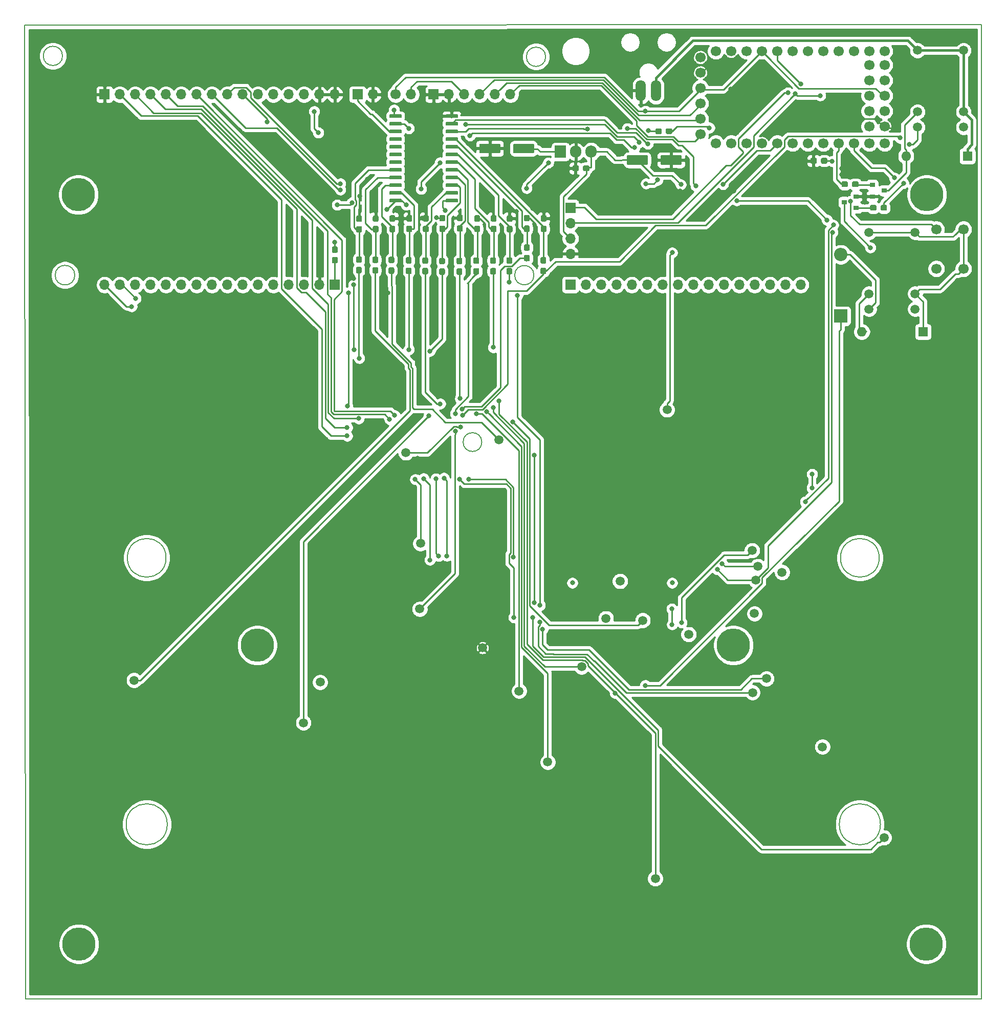
<source format=gtl>
G04 #@! TF.GenerationSoftware,KiCad,Pcbnew,(5.1.5)-3*
G04 #@! TF.CreationDate,2020-04-06T11:34:40+02:00*
G04 #@! TF.ProjectId,carecasetester,63617265-6361-4736-9574-65737465722e,rev?*
G04 #@! TF.SameCoordinates,Original*
G04 #@! TF.FileFunction,Copper,L1,Top*
G04 #@! TF.FilePolarity,Positive*
%FSLAX46Y46*%
G04 Gerber Fmt 4.6, Leading zero omitted, Abs format (unit mm)*
G04 Created by KiCad (PCBNEW (5.1.5)-3) date 2020-04-06 11:34:40*
%MOMM*%
%LPD*%
G04 APERTURE LIST*
%ADD10C,0.200000*%
%ADD11C,1.700000*%
%ADD12O,2.200000X2.200000*%
%ADD13R,2.200000X2.200000*%
%ADD14C,1.500000*%
%ADD15C,0.150000*%
%ADD16R,0.900000X0.800000*%
%ADD17O,1.600000X1.600000*%
%ADD18R,1.600000X1.600000*%
%ADD19O,1.700000X1.700000*%
%ADD20C,5.500000*%
%ADD21O,1.905000X2.000000*%
%ADD22R,1.905000X2.000000*%
%ADD23R,1.700000X1.700000*%
%ADD24O,1.700000X3.500000*%
%ADD25C,0.800000*%
%ADD26C,0.250000*%
%ADD27C,0.400000*%
%ADD28C,0.254000*%
G04 APERTURE END LIST*
D10*
X77000000Y-20080000D02*
X77000000Y-9350000D01*
X235330000Y-9300000D02*
X235330000Y-20030000D01*
X83280000Y-14450000D02*
G75*
G03X83280000Y-14450000I-1591897J0D01*
G01*
X163220000Y-14600000D02*
G75*
G03X163220000Y-14600000I-1590000J0D01*
G01*
X161280283Y-50710000D02*
G75*
G03X161280283Y-50710000I-1592180J0D01*
G01*
X85310123Y-50710000D02*
G75*
G03X85310123Y-50710000I-1622020J0D01*
G01*
X77000000Y-20080000D02*
X77150000Y-170400000D01*
X235330000Y-9300000D02*
X77000000Y-9350000D01*
X235290000Y-170410000D02*
X235330000Y-20030000D01*
X77150000Y-170400000D02*
X235290000Y-170410000D01*
X152660000Y-78311679D02*
G75*
G03X152660000Y-78311679I-1550000J0D01*
G01*
X100610000Y-141520000D02*
G75*
G03X100610000Y-141520000I-3400000J0D01*
G01*
X218610000Y-141520000D02*
G75*
G03X218610000Y-141520000I-3400000J0D01*
G01*
X218410000Y-97450000D02*
G75*
G03X218410000Y-97450000I-3200000J0D01*
G01*
X100410000Y-97450000D02*
G75*
G03X100410000Y-97450000I-3200000J0D01*
G01*
D11*
X191370000Y-28910000D03*
X193910000Y-28910000D03*
X196450000Y-28910000D03*
X198990000Y-28910000D03*
X201530000Y-28910000D03*
X204070000Y-28910000D03*
X206610000Y-28910000D03*
X209150000Y-28910000D03*
X211690000Y-28910000D03*
X214230000Y-28910000D03*
X216770000Y-28910000D03*
X219310000Y-28910000D03*
X219310000Y-13670000D03*
X216770000Y-13670000D03*
X214230000Y-13670000D03*
X211690000Y-13670000D03*
X209150000Y-13670000D03*
X206610000Y-13670000D03*
X204070000Y-13670000D03*
X201530000Y-13670000D03*
X198990000Y-13670000D03*
X196450000Y-13670000D03*
X193910000Y-13670000D03*
X191370000Y-13670000D03*
X219310000Y-26116000D03*
X219310000Y-23576000D03*
X219310000Y-21036000D03*
X219310000Y-18496000D03*
X219310000Y-15956000D03*
X216770000Y-26116000D03*
X216770000Y-23576000D03*
X216770000Y-21036000D03*
X216770000Y-18496000D03*
X216770000Y-15956000D03*
X188830000Y-27386000D03*
X188830000Y-24846000D03*
X188830000Y-22306000D03*
X188830000Y-19766000D03*
X188830000Y-17226000D03*
X188830000Y-14686000D03*
D12*
X212050000Y-47300000D03*
D13*
X212050000Y-57460000D03*
D14*
X216740000Y-53770000D03*
X224360000Y-53770000D03*
X224360000Y-56310000D03*
X216740000Y-56310000D03*
X216740000Y-43610000D03*
X224360000Y-43610000D03*
G04 #@! TA.AperFunction,SMDPad,CuDef*
D15*
G36*
X219490779Y-39096144D02*
G01*
X219513834Y-39099563D01*
X219536443Y-39105227D01*
X219558387Y-39113079D01*
X219579457Y-39123044D01*
X219599448Y-39135026D01*
X219618168Y-39148910D01*
X219635438Y-39164562D01*
X219651090Y-39181832D01*
X219664974Y-39200552D01*
X219676956Y-39220543D01*
X219686921Y-39241613D01*
X219694773Y-39263557D01*
X219700437Y-39286166D01*
X219703856Y-39309221D01*
X219705000Y-39332500D01*
X219705000Y-39807500D01*
X219703856Y-39830779D01*
X219700437Y-39853834D01*
X219694773Y-39876443D01*
X219686921Y-39898387D01*
X219676956Y-39919457D01*
X219664974Y-39939448D01*
X219651090Y-39958168D01*
X219635438Y-39975438D01*
X219618168Y-39991090D01*
X219599448Y-40004974D01*
X219579457Y-40016956D01*
X219558387Y-40026921D01*
X219536443Y-40034773D01*
X219513834Y-40040437D01*
X219490779Y-40043856D01*
X219467500Y-40045000D01*
X218892500Y-40045000D01*
X218869221Y-40043856D01*
X218846166Y-40040437D01*
X218823557Y-40034773D01*
X218801613Y-40026921D01*
X218780543Y-40016956D01*
X218760552Y-40004974D01*
X218741832Y-39991090D01*
X218724562Y-39975438D01*
X218708910Y-39958168D01*
X218695026Y-39939448D01*
X218683044Y-39919457D01*
X218673079Y-39898387D01*
X218665227Y-39876443D01*
X218659563Y-39853834D01*
X218656144Y-39830779D01*
X218655000Y-39807500D01*
X218655000Y-39332500D01*
X218656144Y-39309221D01*
X218659563Y-39286166D01*
X218665227Y-39263557D01*
X218673079Y-39241613D01*
X218683044Y-39220543D01*
X218695026Y-39200552D01*
X218708910Y-39181832D01*
X218724562Y-39164562D01*
X218741832Y-39148910D01*
X218760552Y-39135026D01*
X218780543Y-39123044D01*
X218801613Y-39113079D01*
X218823557Y-39105227D01*
X218846166Y-39099563D01*
X218869221Y-39096144D01*
X218892500Y-39095000D01*
X219467500Y-39095000D01*
X219490779Y-39096144D01*
G37*
G04 #@! TD.AperFunction*
G04 #@! TA.AperFunction,SMDPad,CuDef*
G36*
X217740779Y-39096144D02*
G01*
X217763834Y-39099563D01*
X217786443Y-39105227D01*
X217808387Y-39113079D01*
X217829457Y-39123044D01*
X217849448Y-39135026D01*
X217868168Y-39148910D01*
X217885438Y-39164562D01*
X217901090Y-39181832D01*
X217914974Y-39200552D01*
X217926956Y-39220543D01*
X217936921Y-39241613D01*
X217944773Y-39263557D01*
X217950437Y-39286166D01*
X217953856Y-39309221D01*
X217955000Y-39332500D01*
X217955000Y-39807500D01*
X217953856Y-39830779D01*
X217950437Y-39853834D01*
X217944773Y-39876443D01*
X217936921Y-39898387D01*
X217926956Y-39919457D01*
X217914974Y-39939448D01*
X217901090Y-39958168D01*
X217885438Y-39975438D01*
X217868168Y-39991090D01*
X217849448Y-40004974D01*
X217829457Y-40016956D01*
X217808387Y-40026921D01*
X217786443Y-40034773D01*
X217763834Y-40040437D01*
X217740779Y-40043856D01*
X217717500Y-40045000D01*
X217142500Y-40045000D01*
X217119221Y-40043856D01*
X217096166Y-40040437D01*
X217073557Y-40034773D01*
X217051613Y-40026921D01*
X217030543Y-40016956D01*
X217010552Y-40004974D01*
X216991832Y-39991090D01*
X216974562Y-39975438D01*
X216958910Y-39958168D01*
X216945026Y-39939448D01*
X216933044Y-39919457D01*
X216923079Y-39898387D01*
X216915227Y-39876443D01*
X216909563Y-39853834D01*
X216906144Y-39830779D01*
X216905000Y-39807500D01*
X216905000Y-39332500D01*
X216906144Y-39309221D01*
X216909563Y-39286166D01*
X216915227Y-39263557D01*
X216923079Y-39241613D01*
X216933044Y-39220543D01*
X216945026Y-39200552D01*
X216958910Y-39181832D01*
X216974562Y-39164562D01*
X216991832Y-39148910D01*
X217010552Y-39135026D01*
X217030543Y-39123044D01*
X217051613Y-39113079D01*
X217073557Y-39105227D01*
X217096166Y-39099563D01*
X217119221Y-39096144D01*
X217142500Y-39095000D01*
X217717500Y-39095000D01*
X217740779Y-39096144D01*
G37*
G04 #@! TD.AperFunction*
D16*
X212610000Y-38630000D03*
X214610000Y-37680000D03*
X214610000Y-39580000D03*
D17*
X215520000Y-60070000D03*
D18*
X225680000Y-60070000D03*
D11*
X227850000Y-49640000D03*
X227850000Y-43140000D03*
X232350000Y-49640000D03*
X232350000Y-43140000D03*
X138410000Y-20820000D03*
D19*
X140950000Y-20820000D03*
D20*
X115500000Y-111900000D03*
X194300000Y-111900000D03*
X86000000Y-161300000D03*
X226200000Y-161300000D03*
X226300000Y-37400000D03*
X85900000Y-37400000D03*
D21*
X170740000Y-30310000D03*
X168200000Y-30310000D03*
D22*
X165660000Y-30310000D03*
D16*
X219270000Y-36730000D03*
X217270000Y-37680000D03*
X217270000Y-35780000D03*
G04 #@! TA.AperFunction,SMDPad,CuDef*
D15*
G36*
X207865779Y-31326144D02*
G01*
X207888834Y-31329563D01*
X207911443Y-31335227D01*
X207933387Y-31343079D01*
X207954457Y-31353044D01*
X207974448Y-31365026D01*
X207993168Y-31378910D01*
X208010438Y-31394562D01*
X208026090Y-31411832D01*
X208039974Y-31430552D01*
X208051956Y-31450543D01*
X208061921Y-31471613D01*
X208069773Y-31493557D01*
X208075437Y-31516166D01*
X208078856Y-31539221D01*
X208080000Y-31562500D01*
X208080000Y-32037500D01*
X208078856Y-32060779D01*
X208075437Y-32083834D01*
X208069773Y-32106443D01*
X208061921Y-32128387D01*
X208051956Y-32149457D01*
X208039974Y-32169448D01*
X208026090Y-32188168D01*
X208010438Y-32205438D01*
X207993168Y-32221090D01*
X207974448Y-32234974D01*
X207954457Y-32246956D01*
X207933387Y-32256921D01*
X207911443Y-32264773D01*
X207888834Y-32270437D01*
X207865779Y-32273856D01*
X207842500Y-32275000D01*
X207267500Y-32275000D01*
X207244221Y-32273856D01*
X207221166Y-32270437D01*
X207198557Y-32264773D01*
X207176613Y-32256921D01*
X207155543Y-32246956D01*
X207135552Y-32234974D01*
X207116832Y-32221090D01*
X207099562Y-32205438D01*
X207083910Y-32188168D01*
X207070026Y-32169448D01*
X207058044Y-32149457D01*
X207048079Y-32128387D01*
X207040227Y-32106443D01*
X207034563Y-32083834D01*
X207031144Y-32060779D01*
X207030000Y-32037500D01*
X207030000Y-31562500D01*
X207031144Y-31539221D01*
X207034563Y-31516166D01*
X207040227Y-31493557D01*
X207048079Y-31471613D01*
X207058044Y-31450543D01*
X207070026Y-31430552D01*
X207083910Y-31411832D01*
X207099562Y-31394562D01*
X207116832Y-31378910D01*
X207135552Y-31365026D01*
X207155543Y-31353044D01*
X207176613Y-31343079D01*
X207198557Y-31335227D01*
X207221166Y-31329563D01*
X207244221Y-31326144D01*
X207267500Y-31325000D01*
X207842500Y-31325000D01*
X207865779Y-31326144D01*
G37*
G04 #@! TD.AperFunction*
G04 #@! TA.AperFunction,SMDPad,CuDef*
G36*
X209615779Y-31326144D02*
G01*
X209638834Y-31329563D01*
X209661443Y-31335227D01*
X209683387Y-31343079D01*
X209704457Y-31353044D01*
X209724448Y-31365026D01*
X209743168Y-31378910D01*
X209760438Y-31394562D01*
X209776090Y-31411832D01*
X209789974Y-31430552D01*
X209801956Y-31450543D01*
X209811921Y-31471613D01*
X209819773Y-31493557D01*
X209825437Y-31516166D01*
X209828856Y-31539221D01*
X209830000Y-31562500D01*
X209830000Y-32037500D01*
X209828856Y-32060779D01*
X209825437Y-32083834D01*
X209819773Y-32106443D01*
X209811921Y-32128387D01*
X209801956Y-32149457D01*
X209789974Y-32169448D01*
X209776090Y-32188168D01*
X209760438Y-32205438D01*
X209743168Y-32221090D01*
X209724448Y-32234974D01*
X209704457Y-32246956D01*
X209683387Y-32256921D01*
X209661443Y-32264773D01*
X209638834Y-32270437D01*
X209615779Y-32273856D01*
X209592500Y-32275000D01*
X209017500Y-32275000D01*
X208994221Y-32273856D01*
X208971166Y-32270437D01*
X208948557Y-32264773D01*
X208926613Y-32256921D01*
X208905543Y-32246956D01*
X208885552Y-32234974D01*
X208866832Y-32221090D01*
X208849562Y-32205438D01*
X208833910Y-32188168D01*
X208820026Y-32169448D01*
X208808044Y-32149457D01*
X208798079Y-32128387D01*
X208790227Y-32106443D01*
X208784563Y-32083834D01*
X208781144Y-32060779D01*
X208780000Y-32037500D01*
X208780000Y-31562500D01*
X208781144Y-31539221D01*
X208784563Y-31516166D01*
X208790227Y-31493557D01*
X208798079Y-31471613D01*
X208808044Y-31450543D01*
X208820026Y-31430552D01*
X208833910Y-31411832D01*
X208849562Y-31394562D01*
X208866832Y-31378910D01*
X208885552Y-31365026D01*
X208905543Y-31353044D01*
X208926613Y-31343079D01*
X208948557Y-31335227D01*
X208971166Y-31329563D01*
X208994221Y-31326144D01*
X209017500Y-31325000D01*
X209592500Y-31325000D01*
X209615779Y-31326144D01*
G37*
G04 #@! TD.AperFunction*
G04 #@! TA.AperFunction,SMDPad,CuDef*
G36*
X213015779Y-35206144D02*
G01*
X213038834Y-35209563D01*
X213061443Y-35215227D01*
X213083387Y-35223079D01*
X213104457Y-35233044D01*
X213124448Y-35245026D01*
X213143168Y-35258910D01*
X213160438Y-35274562D01*
X213176090Y-35291832D01*
X213189974Y-35310552D01*
X213201956Y-35330543D01*
X213211921Y-35351613D01*
X213219773Y-35373557D01*
X213225437Y-35396166D01*
X213228856Y-35419221D01*
X213230000Y-35442500D01*
X213230000Y-35917500D01*
X213228856Y-35940779D01*
X213225437Y-35963834D01*
X213219773Y-35986443D01*
X213211921Y-36008387D01*
X213201956Y-36029457D01*
X213189974Y-36049448D01*
X213176090Y-36068168D01*
X213160438Y-36085438D01*
X213143168Y-36101090D01*
X213124448Y-36114974D01*
X213104457Y-36126956D01*
X213083387Y-36136921D01*
X213061443Y-36144773D01*
X213038834Y-36150437D01*
X213015779Y-36153856D01*
X212992500Y-36155000D01*
X212417500Y-36155000D01*
X212394221Y-36153856D01*
X212371166Y-36150437D01*
X212348557Y-36144773D01*
X212326613Y-36136921D01*
X212305543Y-36126956D01*
X212285552Y-36114974D01*
X212266832Y-36101090D01*
X212249562Y-36085438D01*
X212233910Y-36068168D01*
X212220026Y-36049448D01*
X212208044Y-36029457D01*
X212198079Y-36008387D01*
X212190227Y-35986443D01*
X212184563Y-35963834D01*
X212181144Y-35940779D01*
X212180000Y-35917500D01*
X212180000Y-35442500D01*
X212181144Y-35419221D01*
X212184563Y-35396166D01*
X212190227Y-35373557D01*
X212198079Y-35351613D01*
X212208044Y-35330543D01*
X212220026Y-35310552D01*
X212233910Y-35291832D01*
X212249562Y-35274562D01*
X212266832Y-35258910D01*
X212285552Y-35245026D01*
X212305543Y-35233044D01*
X212326613Y-35223079D01*
X212348557Y-35215227D01*
X212371166Y-35209563D01*
X212394221Y-35206144D01*
X212417500Y-35205000D01*
X212992500Y-35205000D01*
X213015779Y-35206144D01*
G37*
G04 #@! TD.AperFunction*
G04 #@! TA.AperFunction,SMDPad,CuDef*
G36*
X214765779Y-35206144D02*
G01*
X214788834Y-35209563D01*
X214811443Y-35215227D01*
X214833387Y-35223079D01*
X214854457Y-35233044D01*
X214874448Y-35245026D01*
X214893168Y-35258910D01*
X214910438Y-35274562D01*
X214926090Y-35291832D01*
X214939974Y-35310552D01*
X214951956Y-35330543D01*
X214961921Y-35351613D01*
X214969773Y-35373557D01*
X214975437Y-35396166D01*
X214978856Y-35419221D01*
X214980000Y-35442500D01*
X214980000Y-35917500D01*
X214978856Y-35940779D01*
X214975437Y-35963834D01*
X214969773Y-35986443D01*
X214961921Y-36008387D01*
X214951956Y-36029457D01*
X214939974Y-36049448D01*
X214926090Y-36068168D01*
X214910438Y-36085438D01*
X214893168Y-36101090D01*
X214874448Y-36114974D01*
X214854457Y-36126956D01*
X214833387Y-36136921D01*
X214811443Y-36144773D01*
X214788834Y-36150437D01*
X214765779Y-36153856D01*
X214742500Y-36155000D01*
X214167500Y-36155000D01*
X214144221Y-36153856D01*
X214121166Y-36150437D01*
X214098557Y-36144773D01*
X214076613Y-36136921D01*
X214055543Y-36126956D01*
X214035552Y-36114974D01*
X214016832Y-36101090D01*
X213999562Y-36085438D01*
X213983910Y-36068168D01*
X213970026Y-36049448D01*
X213958044Y-36029457D01*
X213948079Y-36008387D01*
X213940227Y-35986443D01*
X213934563Y-35963834D01*
X213931144Y-35940779D01*
X213930000Y-35917500D01*
X213930000Y-35442500D01*
X213931144Y-35419221D01*
X213934563Y-35396166D01*
X213940227Y-35373557D01*
X213948079Y-35351613D01*
X213958044Y-35330543D01*
X213970026Y-35310552D01*
X213983910Y-35291832D01*
X213999562Y-35274562D01*
X214016832Y-35258910D01*
X214035552Y-35245026D01*
X214055543Y-35233044D01*
X214076613Y-35223079D01*
X214098557Y-35215227D01*
X214121166Y-35209563D01*
X214144221Y-35206144D01*
X214167500Y-35205000D01*
X214742500Y-35205000D01*
X214765779Y-35206144D01*
G37*
G04 #@! TD.AperFunction*
D14*
X224740000Y-23700000D03*
X232360000Y-23700000D03*
X232360000Y-26240000D03*
X224740000Y-26240000D03*
X224740000Y-13540000D03*
X232360000Y-13540000D03*
D17*
X222840000Y-31030000D03*
D18*
X233000000Y-31030000D03*
G04 #@! TA.AperFunction,SMDPad,CuDef*
D15*
G36*
X185504504Y-30871204D02*
G01*
X185528773Y-30874804D01*
X185552571Y-30880765D01*
X185575671Y-30889030D01*
X185597849Y-30899520D01*
X185618893Y-30912133D01*
X185638598Y-30926747D01*
X185656777Y-30943223D01*
X185673253Y-30961402D01*
X185687867Y-30981107D01*
X185700480Y-31002151D01*
X185710970Y-31024329D01*
X185719235Y-31047429D01*
X185725196Y-31071227D01*
X185728796Y-31095496D01*
X185730000Y-31120000D01*
X185730000Y-32220000D01*
X185728796Y-32244504D01*
X185725196Y-32268773D01*
X185719235Y-32292571D01*
X185710970Y-32315671D01*
X185700480Y-32337849D01*
X185687867Y-32358893D01*
X185673253Y-32378598D01*
X185656777Y-32396777D01*
X185638598Y-32413253D01*
X185618893Y-32427867D01*
X185597849Y-32440480D01*
X185575671Y-32450970D01*
X185552571Y-32459235D01*
X185528773Y-32465196D01*
X185504504Y-32468796D01*
X185480000Y-32470000D01*
X182480000Y-32470000D01*
X182455496Y-32468796D01*
X182431227Y-32465196D01*
X182407429Y-32459235D01*
X182384329Y-32450970D01*
X182362151Y-32440480D01*
X182341107Y-32427867D01*
X182321402Y-32413253D01*
X182303223Y-32396777D01*
X182286747Y-32378598D01*
X182272133Y-32358893D01*
X182259520Y-32337849D01*
X182249030Y-32315671D01*
X182240765Y-32292571D01*
X182234804Y-32268773D01*
X182231204Y-32244504D01*
X182230000Y-32220000D01*
X182230000Y-31120000D01*
X182231204Y-31095496D01*
X182234804Y-31071227D01*
X182240765Y-31047429D01*
X182249030Y-31024329D01*
X182259520Y-31002151D01*
X182272133Y-30981107D01*
X182286747Y-30961402D01*
X182303223Y-30943223D01*
X182321402Y-30926747D01*
X182341107Y-30912133D01*
X182362151Y-30899520D01*
X182384329Y-30889030D01*
X182407429Y-30880765D01*
X182431227Y-30874804D01*
X182455496Y-30871204D01*
X182480000Y-30870000D01*
X185480000Y-30870000D01*
X185504504Y-30871204D01*
G37*
G04 #@! TD.AperFunction*
G04 #@! TA.AperFunction,SMDPad,CuDef*
G36*
X179904504Y-30871204D02*
G01*
X179928773Y-30874804D01*
X179952571Y-30880765D01*
X179975671Y-30889030D01*
X179997849Y-30899520D01*
X180018893Y-30912133D01*
X180038598Y-30926747D01*
X180056777Y-30943223D01*
X180073253Y-30961402D01*
X180087867Y-30981107D01*
X180100480Y-31002151D01*
X180110970Y-31024329D01*
X180119235Y-31047429D01*
X180125196Y-31071227D01*
X180128796Y-31095496D01*
X180130000Y-31120000D01*
X180130000Y-32220000D01*
X180128796Y-32244504D01*
X180125196Y-32268773D01*
X180119235Y-32292571D01*
X180110970Y-32315671D01*
X180100480Y-32337849D01*
X180087867Y-32358893D01*
X180073253Y-32378598D01*
X180056777Y-32396777D01*
X180038598Y-32413253D01*
X180018893Y-32427867D01*
X179997849Y-32440480D01*
X179975671Y-32450970D01*
X179952571Y-32459235D01*
X179928773Y-32465196D01*
X179904504Y-32468796D01*
X179880000Y-32470000D01*
X176880000Y-32470000D01*
X176855496Y-32468796D01*
X176831227Y-32465196D01*
X176807429Y-32459235D01*
X176784329Y-32450970D01*
X176762151Y-32440480D01*
X176741107Y-32427867D01*
X176721402Y-32413253D01*
X176703223Y-32396777D01*
X176686747Y-32378598D01*
X176672133Y-32358893D01*
X176659520Y-32337849D01*
X176649030Y-32315671D01*
X176640765Y-32292571D01*
X176634804Y-32268773D01*
X176631204Y-32244504D01*
X176630000Y-32220000D01*
X176630000Y-31120000D01*
X176631204Y-31095496D01*
X176634804Y-31071227D01*
X176640765Y-31047429D01*
X176649030Y-31024329D01*
X176659520Y-31002151D01*
X176672133Y-30981107D01*
X176686747Y-30961402D01*
X176703223Y-30943223D01*
X176721402Y-30926747D01*
X176741107Y-30912133D01*
X176762151Y-30899520D01*
X176784329Y-30889030D01*
X176807429Y-30880765D01*
X176831227Y-30874804D01*
X176855496Y-30871204D01*
X176880000Y-30870000D01*
X179880000Y-30870000D01*
X179904504Y-30871204D01*
G37*
G04 #@! TD.AperFunction*
G04 #@! TA.AperFunction,SMDPad,CuDef*
G36*
X155504504Y-28961204D02*
G01*
X155528773Y-28964804D01*
X155552571Y-28970765D01*
X155575671Y-28979030D01*
X155597849Y-28989520D01*
X155618893Y-29002133D01*
X155638598Y-29016747D01*
X155656777Y-29033223D01*
X155673253Y-29051402D01*
X155687867Y-29071107D01*
X155700480Y-29092151D01*
X155710970Y-29114329D01*
X155719235Y-29137429D01*
X155725196Y-29161227D01*
X155728796Y-29185496D01*
X155730000Y-29210000D01*
X155730000Y-30310000D01*
X155728796Y-30334504D01*
X155725196Y-30358773D01*
X155719235Y-30382571D01*
X155710970Y-30405671D01*
X155700480Y-30427849D01*
X155687867Y-30448893D01*
X155673253Y-30468598D01*
X155656777Y-30486777D01*
X155638598Y-30503253D01*
X155618893Y-30517867D01*
X155597849Y-30530480D01*
X155575671Y-30540970D01*
X155552571Y-30549235D01*
X155528773Y-30555196D01*
X155504504Y-30558796D01*
X155480000Y-30560000D01*
X152480000Y-30560000D01*
X152455496Y-30558796D01*
X152431227Y-30555196D01*
X152407429Y-30549235D01*
X152384329Y-30540970D01*
X152362151Y-30530480D01*
X152341107Y-30517867D01*
X152321402Y-30503253D01*
X152303223Y-30486777D01*
X152286747Y-30468598D01*
X152272133Y-30448893D01*
X152259520Y-30427849D01*
X152249030Y-30405671D01*
X152240765Y-30382571D01*
X152234804Y-30358773D01*
X152231204Y-30334504D01*
X152230000Y-30310000D01*
X152230000Y-29210000D01*
X152231204Y-29185496D01*
X152234804Y-29161227D01*
X152240765Y-29137429D01*
X152249030Y-29114329D01*
X152259520Y-29092151D01*
X152272133Y-29071107D01*
X152286747Y-29051402D01*
X152303223Y-29033223D01*
X152321402Y-29016747D01*
X152341107Y-29002133D01*
X152362151Y-28989520D01*
X152384329Y-28979030D01*
X152407429Y-28970765D01*
X152431227Y-28964804D01*
X152455496Y-28961204D01*
X152480000Y-28960000D01*
X155480000Y-28960000D01*
X155504504Y-28961204D01*
G37*
G04 #@! TD.AperFunction*
G04 #@! TA.AperFunction,SMDPad,CuDef*
G36*
X161104504Y-28961204D02*
G01*
X161128773Y-28964804D01*
X161152571Y-28970765D01*
X161175671Y-28979030D01*
X161197849Y-28989520D01*
X161218893Y-29002133D01*
X161238598Y-29016747D01*
X161256777Y-29033223D01*
X161273253Y-29051402D01*
X161287867Y-29071107D01*
X161300480Y-29092151D01*
X161310970Y-29114329D01*
X161319235Y-29137429D01*
X161325196Y-29161227D01*
X161328796Y-29185496D01*
X161330000Y-29210000D01*
X161330000Y-30310000D01*
X161328796Y-30334504D01*
X161325196Y-30358773D01*
X161319235Y-30382571D01*
X161310970Y-30405671D01*
X161300480Y-30427849D01*
X161287867Y-30448893D01*
X161273253Y-30468598D01*
X161256777Y-30486777D01*
X161238598Y-30503253D01*
X161218893Y-30517867D01*
X161197849Y-30530480D01*
X161175671Y-30540970D01*
X161152571Y-30549235D01*
X161128773Y-30555196D01*
X161104504Y-30558796D01*
X161080000Y-30560000D01*
X158080000Y-30560000D01*
X158055496Y-30558796D01*
X158031227Y-30555196D01*
X158007429Y-30549235D01*
X157984329Y-30540970D01*
X157962151Y-30530480D01*
X157941107Y-30517867D01*
X157921402Y-30503253D01*
X157903223Y-30486777D01*
X157886747Y-30468598D01*
X157872133Y-30448893D01*
X157859520Y-30427849D01*
X157849030Y-30405671D01*
X157840765Y-30382571D01*
X157834804Y-30358773D01*
X157831204Y-30334504D01*
X157830000Y-30310000D01*
X157830000Y-29210000D01*
X157831204Y-29185496D01*
X157834804Y-29161227D01*
X157840765Y-29137429D01*
X157849030Y-29114329D01*
X157859520Y-29092151D01*
X157872133Y-29071107D01*
X157886747Y-29051402D01*
X157903223Y-29033223D01*
X157921402Y-29016747D01*
X157941107Y-29002133D01*
X157962151Y-28989520D01*
X157984329Y-28979030D01*
X158007429Y-28970765D01*
X158031227Y-28964804D01*
X158055496Y-28961204D01*
X158080000Y-28960000D01*
X161080000Y-28960000D01*
X161104504Y-28961204D01*
G37*
G04 #@! TD.AperFunction*
D19*
X128320000Y-20830000D03*
X125780000Y-20830000D03*
X123240000Y-20830000D03*
X120700000Y-20830000D03*
X118160000Y-20830000D03*
X115620000Y-20830000D03*
X113080000Y-20830000D03*
X110540000Y-20830000D03*
X108000000Y-20830000D03*
X105460000Y-20830000D03*
X102920000Y-20830000D03*
X100380000Y-20830000D03*
X97840000Y-20830000D03*
X95300000Y-20830000D03*
X92760000Y-20830000D03*
D23*
X90220000Y-20830000D03*
G04 #@! TA.AperFunction,SMDPad,CuDef*
D15*
G36*
X139259703Y-38085722D02*
G01*
X139274264Y-38087882D01*
X139288543Y-38091459D01*
X139302403Y-38096418D01*
X139315710Y-38102712D01*
X139328336Y-38110280D01*
X139340159Y-38119048D01*
X139351066Y-38128934D01*
X139360952Y-38139841D01*
X139369720Y-38151664D01*
X139377288Y-38164290D01*
X139383582Y-38177597D01*
X139388541Y-38191457D01*
X139392118Y-38205736D01*
X139394278Y-38220297D01*
X139395000Y-38235000D01*
X139395000Y-38535000D01*
X139394278Y-38549703D01*
X139392118Y-38564264D01*
X139388541Y-38578543D01*
X139383582Y-38592403D01*
X139377288Y-38605710D01*
X139369720Y-38618336D01*
X139360952Y-38630159D01*
X139351066Y-38641066D01*
X139340159Y-38650952D01*
X139328336Y-38659720D01*
X139315710Y-38667288D01*
X139302403Y-38673582D01*
X139288543Y-38678541D01*
X139274264Y-38682118D01*
X139259703Y-38684278D01*
X139245000Y-38685000D01*
X137495000Y-38685000D01*
X137480297Y-38684278D01*
X137465736Y-38682118D01*
X137451457Y-38678541D01*
X137437597Y-38673582D01*
X137424290Y-38667288D01*
X137411664Y-38659720D01*
X137399841Y-38650952D01*
X137388934Y-38641066D01*
X137379048Y-38630159D01*
X137370280Y-38618336D01*
X137362712Y-38605710D01*
X137356418Y-38592403D01*
X137351459Y-38578543D01*
X137347882Y-38564264D01*
X137345722Y-38549703D01*
X137345000Y-38535000D01*
X137345000Y-38235000D01*
X137345722Y-38220297D01*
X137347882Y-38205736D01*
X137351459Y-38191457D01*
X137356418Y-38177597D01*
X137362712Y-38164290D01*
X137370280Y-38151664D01*
X137379048Y-38139841D01*
X137388934Y-38128934D01*
X137399841Y-38119048D01*
X137411664Y-38110280D01*
X137424290Y-38102712D01*
X137437597Y-38096418D01*
X137451457Y-38091459D01*
X137465736Y-38087882D01*
X137480297Y-38085722D01*
X137495000Y-38085000D01*
X139245000Y-38085000D01*
X139259703Y-38085722D01*
G37*
G04 #@! TD.AperFunction*
G04 #@! TA.AperFunction,SMDPad,CuDef*
G36*
X139259703Y-36815722D02*
G01*
X139274264Y-36817882D01*
X139288543Y-36821459D01*
X139302403Y-36826418D01*
X139315710Y-36832712D01*
X139328336Y-36840280D01*
X139340159Y-36849048D01*
X139351066Y-36858934D01*
X139360952Y-36869841D01*
X139369720Y-36881664D01*
X139377288Y-36894290D01*
X139383582Y-36907597D01*
X139388541Y-36921457D01*
X139392118Y-36935736D01*
X139394278Y-36950297D01*
X139395000Y-36965000D01*
X139395000Y-37265000D01*
X139394278Y-37279703D01*
X139392118Y-37294264D01*
X139388541Y-37308543D01*
X139383582Y-37322403D01*
X139377288Y-37335710D01*
X139369720Y-37348336D01*
X139360952Y-37360159D01*
X139351066Y-37371066D01*
X139340159Y-37380952D01*
X139328336Y-37389720D01*
X139315710Y-37397288D01*
X139302403Y-37403582D01*
X139288543Y-37408541D01*
X139274264Y-37412118D01*
X139259703Y-37414278D01*
X139245000Y-37415000D01*
X137495000Y-37415000D01*
X137480297Y-37414278D01*
X137465736Y-37412118D01*
X137451457Y-37408541D01*
X137437597Y-37403582D01*
X137424290Y-37397288D01*
X137411664Y-37389720D01*
X137399841Y-37380952D01*
X137388934Y-37371066D01*
X137379048Y-37360159D01*
X137370280Y-37348336D01*
X137362712Y-37335710D01*
X137356418Y-37322403D01*
X137351459Y-37308543D01*
X137347882Y-37294264D01*
X137345722Y-37279703D01*
X137345000Y-37265000D01*
X137345000Y-36965000D01*
X137345722Y-36950297D01*
X137347882Y-36935736D01*
X137351459Y-36921457D01*
X137356418Y-36907597D01*
X137362712Y-36894290D01*
X137370280Y-36881664D01*
X137379048Y-36869841D01*
X137388934Y-36858934D01*
X137399841Y-36849048D01*
X137411664Y-36840280D01*
X137424290Y-36832712D01*
X137437597Y-36826418D01*
X137451457Y-36821459D01*
X137465736Y-36817882D01*
X137480297Y-36815722D01*
X137495000Y-36815000D01*
X139245000Y-36815000D01*
X139259703Y-36815722D01*
G37*
G04 #@! TD.AperFunction*
G04 #@! TA.AperFunction,SMDPad,CuDef*
G36*
X139259703Y-35545722D02*
G01*
X139274264Y-35547882D01*
X139288543Y-35551459D01*
X139302403Y-35556418D01*
X139315710Y-35562712D01*
X139328336Y-35570280D01*
X139340159Y-35579048D01*
X139351066Y-35588934D01*
X139360952Y-35599841D01*
X139369720Y-35611664D01*
X139377288Y-35624290D01*
X139383582Y-35637597D01*
X139388541Y-35651457D01*
X139392118Y-35665736D01*
X139394278Y-35680297D01*
X139395000Y-35695000D01*
X139395000Y-35995000D01*
X139394278Y-36009703D01*
X139392118Y-36024264D01*
X139388541Y-36038543D01*
X139383582Y-36052403D01*
X139377288Y-36065710D01*
X139369720Y-36078336D01*
X139360952Y-36090159D01*
X139351066Y-36101066D01*
X139340159Y-36110952D01*
X139328336Y-36119720D01*
X139315710Y-36127288D01*
X139302403Y-36133582D01*
X139288543Y-36138541D01*
X139274264Y-36142118D01*
X139259703Y-36144278D01*
X139245000Y-36145000D01*
X137495000Y-36145000D01*
X137480297Y-36144278D01*
X137465736Y-36142118D01*
X137451457Y-36138541D01*
X137437597Y-36133582D01*
X137424290Y-36127288D01*
X137411664Y-36119720D01*
X137399841Y-36110952D01*
X137388934Y-36101066D01*
X137379048Y-36090159D01*
X137370280Y-36078336D01*
X137362712Y-36065710D01*
X137356418Y-36052403D01*
X137351459Y-36038543D01*
X137347882Y-36024264D01*
X137345722Y-36009703D01*
X137345000Y-35995000D01*
X137345000Y-35695000D01*
X137345722Y-35680297D01*
X137347882Y-35665736D01*
X137351459Y-35651457D01*
X137356418Y-35637597D01*
X137362712Y-35624290D01*
X137370280Y-35611664D01*
X137379048Y-35599841D01*
X137388934Y-35588934D01*
X137399841Y-35579048D01*
X137411664Y-35570280D01*
X137424290Y-35562712D01*
X137437597Y-35556418D01*
X137451457Y-35551459D01*
X137465736Y-35547882D01*
X137480297Y-35545722D01*
X137495000Y-35545000D01*
X139245000Y-35545000D01*
X139259703Y-35545722D01*
G37*
G04 #@! TD.AperFunction*
G04 #@! TA.AperFunction,SMDPad,CuDef*
G36*
X139259703Y-34275722D02*
G01*
X139274264Y-34277882D01*
X139288543Y-34281459D01*
X139302403Y-34286418D01*
X139315710Y-34292712D01*
X139328336Y-34300280D01*
X139340159Y-34309048D01*
X139351066Y-34318934D01*
X139360952Y-34329841D01*
X139369720Y-34341664D01*
X139377288Y-34354290D01*
X139383582Y-34367597D01*
X139388541Y-34381457D01*
X139392118Y-34395736D01*
X139394278Y-34410297D01*
X139395000Y-34425000D01*
X139395000Y-34725000D01*
X139394278Y-34739703D01*
X139392118Y-34754264D01*
X139388541Y-34768543D01*
X139383582Y-34782403D01*
X139377288Y-34795710D01*
X139369720Y-34808336D01*
X139360952Y-34820159D01*
X139351066Y-34831066D01*
X139340159Y-34840952D01*
X139328336Y-34849720D01*
X139315710Y-34857288D01*
X139302403Y-34863582D01*
X139288543Y-34868541D01*
X139274264Y-34872118D01*
X139259703Y-34874278D01*
X139245000Y-34875000D01*
X137495000Y-34875000D01*
X137480297Y-34874278D01*
X137465736Y-34872118D01*
X137451457Y-34868541D01*
X137437597Y-34863582D01*
X137424290Y-34857288D01*
X137411664Y-34849720D01*
X137399841Y-34840952D01*
X137388934Y-34831066D01*
X137379048Y-34820159D01*
X137370280Y-34808336D01*
X137362712Y-34795710D01*
X137356418Y-34782403D01*
X137351459Y-34768543D01*
X137347882Y-34754264D01*
X137345722Y-34739703D01*
X137345000Y-34725000D01*
X137345000Y-34425000D01*
X137345722Y-34410297D01*
X137347882Y-34395736D01*
X137351459Y-34381457D01*
X137356418Y-34367597D01*
X137362712Y-34354290D01*
X137370280Y-34341664D01*
X137379048Y-34329841D01*
X137388934Y-34318934D01*
X137399841Y-34309048D01*
X137411664Y-34300280D01*
X137424290Y-34292712D01*
X137437597Y-34286418D01*
X137451457Y-34281459D01*
X137465736Y-34277882D01*
X137480297Y-34275722D01*
X137495000Y-34275000D01*
X139245000Y-34275000D01*
X139259703Y-34275722D01*
G37*
G04 #@! TD.AperFunction*
G04 #@! TA.AperFunction,SMDPad,CuDef*
G36*
X139259703Y-33005722D02*
G01*
X139274264Y-33007882D01*
X139288543Y-33011459D01*
X139302403Y-33016418D01*
X139315710Y-33022712D01*
X139328336Y-33030280D01*
X139340159Y-33039048D01*
X139351066Y-33048934D01*
X139360952Y-33059841D01*
X139369720Y-33071664D01*
X139377288Y-33084290D01*
X139383582Y-33097597D01*
X139388541Y-33111457D01*
X139392118Y-33125736D01*
X139394278Y-33140297D01*
X139395000Y-33155000D01*
X139395000Y-33455000D01*
X139394278Y-33469703D01*
X139392118Y-33484264D01*
X139388541Y-33498543D01*
X139383582Y-33512403D01*
X139377288Y-33525710D01*
X139369720Y-33538336D01*
X139360952Y-33550159D01*
X139351066Y-33561066D01*
X139340159Y-33570952D01*
X139328336Y-33579720D01*
X139315710Y-33587288D01*
X139302403Y-33593582D01*
X139288543Y-33598541D01*
X139274264Y-33602118D01*
X139259703Y-33604278D01*
X139245000Y-33605000D01*
X137495000Y-33605000D01*
X137480297Y-33604278D01*
X137465736Y-33602118D01*
X137451457Y-33598541D01*
X137437597Y-33593582D01*
X137424290Y-33587288D01*
X137411664Y-33579720D01*
X137399841Y-33570952D01*
X137388934Y-33561066D01*
X137379048Y-33550159D01*
X137370280Y-33538336D01*
X137362712Y-33525710D01*
X137356418Y-33512403D01*
X137351459Y-33498543D01*
X137347882Y-33484264D01*
X137345722Y-33469703D01*
X137345000Y-33455000D01*
X137345000Y-33155000D01*
X137345722Y-33140297D01*
X137347882Y-33125736D01*
X137351459Y-33111457D01*
X137356418Y-33097597D01*
X137362712Y-33084290D01*
X137370280Y-33071664D01*
X137379048Y-33059841D01*
X137388934Y-33048934D01*
X137399841Y-33039048D01*
X137411664Y-33030280D01*
X137424290Y-33022712D01*
X137437597Y-33016418D01*
X137451457Y-33011459D01*
X137465736Y-33007882D01*
X137480297Y-33005722D01*
X137495000Y-33005000D01*
X139245000Y-33005000D01*
X139259703Y-33005722D01*
G37*
G04 #@! TD.AperFunction*
G04 #@! TA.AperFunction,SMDPad,CuDef*
G36*
X139259703Y-31735722D02*
G01*
X139274264Y-31737882D01*
X139288543Y-31741459D01*
X139302403Y-31746418D01*
X139315710Y-31752712D01*
X139328336Y-31760280D01*
X139340159Y-31769048D01*
X139351066Y-31778934D01*
X139360952Y-31789841D01*
X139369720Y-31801664D01*
X139377288Y-31814290D01*
X139383582Y-31827597D01*
X139388541Y-31841457D01*
X139392118Y-31855736D01*
X139394278Y-31870297D01*
X139395000Y-31885000D01*
X139395000Y-32185000D01*
X139394278Y-32199703D01*
X139392118Y-32214264D01*
X139388541Y-32228543D01*
X139383582Y-32242403D01*
X139377288Y-32255710D01*
X139369720Y-32268336D01*
X139360952Y-32280159D01*
X139351066Y-32291066D01*
X139340159Y-32300952D01*
X139328336Y-32309720D01*
X139315710Y-32317288D01*
X139302403Y-32323582D01*
X139288543Y-32328541D01*
X139274264Y-32332118D01*
X139259703Y-32334278D01*
X139245000Y-32335000D01*
X137495000Y-32335000D01*
X137480297Y-32334278D01*
X137465736Y-32332118D01*
X137451457Y-32328541D01*
X137437597Y-32323582D01*
X137424290Y-32317288D01*
X137411664Y-32309720D01*
X137399841Y-32300952D01*
X137388934Y-32291066D01*
X137379048Y-32280159D01*
X137370280Y-32268336D01*
X137362712Y-32255710D01*
X137356418Y-32242403D01*
X137351459Y-32228543D01*
X137347882Y-32214264D01*
X137345722Y-32199703D01*
X137345000Y-32185000D01*
X137345000Y-31885000D01*
X137345722Y-31870297D01*
X137347882Y-31855736D01*
X137351459Y-31841457D01*
X137356418Y-31827597D01*
X137362712Y-31814290D01*
X137370280Y-31801664D01*
X137379048Y-31789841D01*
X137388934Y-31778934D01*
X137399841Y-31769048D01*
X137411664Y-31760280D01*
X137424290Y-31752712D01*
X137437597Y-31746418D01*
X137451457Y-31741459D01*
X137465736Y-31737882D01*
X137480297Y-31735722D01*
X137495000Y-31735000D01*
X139245000Y-31735000D01*
X139259703Y-31735722D01*
G37*
G04 #@! TD.AperFunction*
G04 #@! TA.AperFunction,SMDPad,CuDef*
G36*
X139259703Y-30465722D02*
G01*
X139274264Y-30467882D01*
X139288543Y-30471459D01*
X139302403Y-30476418D01*
X139315710Y-30482712D01*
X139328336Y-30490280D01*
X139340159Y-30499048D01*
X139351066Y-30508934D01*
X139360952Y-30519841D01*
X139369720Y-30531664D01*
X139377288Y-30544290D01*
X139383582Y-30557597D01*
X139388541Y-30571457D01*
X139392118Y-30585736D01*
X139394278Y-30600297D01*
X139395000Y-30615000D01*
X139395000Y-30915000D01*
X139394278Y-30929703D01*
X139392118Y-30944264D01*
X139388541Y-30958543D01*
X139383582Y-30972403D01*
X139377288Y-30985710D01*
X139369720Y-30998336D01*
X139360952Y-31010159D01*
X139351066Y-31021066D01*
X139340159Y-31030952D01*
X139328336Y-31039720D01*
X139315710Y-31047288D01*
X139302403Y-31053582D01*
X139288543Y-31058541D01*
X139274264Y-31062118D01*
X139259703Y-31064278D01*
X139245000Y-31065000D01*
X137495000Y-31065000D01*
X137480297Y-31064278D01*
X137465736Y-31062118D01*
X137451457Y-31058541D01*
X137437597Y-31053582D01*
X137424290Y-31047288D01*
X137411664Y-31039720D01*
X137399841Y-31030952D01*
X137388934Y-31021066D01*
X137379048Y-31010159D01*
X137370280Y-30998336D01*
X137362712Y-30985710D01*
X137356418Y-30972403D01*
X137351459Y-30958543D01*
X137347882Y-30944264D01*
X137345722Y-30929703D01*
X137345000Y-30915000D01*
X137345000Y-30615000D01*
X137345722Y-30600297D01*
X137347882Y-30585736D01*
X137351459Y-30571457D01*
X137356418Y-30557597D01*
X137362712Y-30544290D01*
X137370280Y-30531664D01*
X137379048Y-30519841D01*
X137388934Y-30508934D01*
X137399841Y-30499048D01*
X137411664Y-30490280D01*
X137424290Y-30482712D01*
X137437597Y-30476418D01*
X137451457Y-30471459D01*
X137465736Y-30467882D01*
X137480297Y-30465722D01*
X137495000Y-30465000D01*
X139245000Y-30465000D01*
X139259703Y-30465722D01*
G37*
G04 #@! TD.AperFunction*
G04 #@! TA.AperFunction,SMDPad,CuDef*
G36*
X139259703Y-29195722D02*
G01*
X139274264Y-29197882D01*
X139288543Y-29201459D01*
X139302403Y-29206418D01*
X139315710Y-29212712D01*
X139328336Y-29220280D01*
X139340159Y-29229048D01*
X139351066Y-29238934D01*
X139360952Y-29249841D01*
X139369720Y-29261664D01*
X139377288Y-29274290D01*
X139383582Y-29287597D01*
X139388541Y-29301457D01*
X139392118Y-29315736D01*
X139394278Y-29330297D01*
X139395000Y-29345000D01*
X139395000Y-29645000D01*
X139394278Y-29659703D01*
X139392118Y-29674264D01*
X139388541Y-29688543D01*
X139383582Y-29702403D01*
X139377288Y-29715710D01*
X139369720Y-29728336D01*
X139360952Y-29740159D01*
X139351066Y-29751066D01*
X139340159Y-29760952D01*
X139328336Y-29769720D01*
X139315710Y-29777288D01*
X139302403Y-29783582D01*
X139288543Y-29788541D01*
X139274264Y-29792118D01*
X139259703Y-29794278D01*
X139245000Y-29795000D01*
X137495000Y-29795000D01*
X137480297Y-29794278D01*
X137465736Y-29792118D01*
X137451457Y-29788541D01*
X137437597Y-29783582D01*
X137424290Y-29777288D01*
X137411664Y-29769720D01*
X137399841Y-29760952D01*
X137388934Y-29751066D01*
X137379048Y-29740159D01*
X137370280Y-29728336D01*
X137362712Y-29715710D01*
X137356418Y-29702403D01*
X137351459Y-29688543D01*
X137347882Y-29674264D01*
X137345722Y-29659703D01*
X137345000Y-29645000D01*
X137345000Y-29345000D01*
X137345722Y-29330297D01*
X137347882Y-29315736D01*
X137351459Y-29301457D01*
X137356418Y-29287597D01*
X137362712Y-29274290D01*
X137370280Y-29261664D01*
X137379048Y-29249841D01*
X137388934Y-29238934D01*
X137399841Y-29229048D01*
X137411664Y-29220280D01*
X137424290Y-29212712D01*
X137437597Y-29206418D01*
X137451457Y-29201459D01*
X137465736Y-29197882D01*
X137480297Y-29195722D01*
X137495000Y-29195000D01*
X139245000Y-29195000D01*
X139259703Y-29195722D01*
G37*
G04 #@! TD.AperFunction*
G04 #@! TA.AperFunction,SMDPad,CuDef*
G36*
X139259703Y-27925722D02*
G01*
X139274264Y-27927882D01*
X139288543Y-27931459D01*
X139302403Y-27936418D01*
X139315710Y-27942712D01*
X139328336Y-27950280D01*
X139340159Y-27959048D01*
X139351066Y-27968934D01*
X139360952Y-27979841D01*
X139369720Y-27991664D01*
X139377288Y-28004290D01*
X139383582Y-28017597D01*
X139388541Y-28031457D01*
X139392118Y-28045736D01*
X139394278Y-28060297D01*
X139395000Y-28075000D01*
X139395000Y-28375000D01*
X139394278Y-28389703D01*
X139392118Y-28404264D01*
X139388541Y-28418543D01*
X139383582Y-28432403D01*
X139377288Y-28445710D01*
X139369720Y-28458336D01*
X139360952Y-28470159D01*
X139351066Y-28481066D01*
X139340159Y-28490952D01*
X139328336Y-28499720D01*
X139315710Y-28507288D01*
X139302403Y-28513582D01*
X139288543Y-28518541D01*
X139274264Y-28522118D01*
X139259703Y-28524278D01*
X139245000Y-28525000D01*
X137495000Y-28525000D01*
X137480297Y-28524278D01*
X137465736Y-28522118D01*
X137451457Y-28518541D01*
X137437597Y-28513582D01*
X137424290Y-28507288D01*
X137411664Y-28499720D01*
X137399841Y-28490952D01*
X137388934Y-28481066D01*
X137379048Y-28470159D01*
X137370280Y-28458336D01*
X137362712Y-28445710D01*
X137356418Y-28432403D01*
X137351459Y-28418543D01*
X137347882Y-28404264D01*
X137345722Y-28389703D01*
X137345000Y-28375000D01*
X137345000Y-28075000D01*
X137345722Y-28060297D01*
X137347882Y-28045736D01*
X137351459Y-28031457D01*
X137356418Y-28017597D01*
X137362712Y-28004290D01*
X137370280Y-27991664D01*
X137379048Y-27979841D01*
X137388934Y-27968934D01*
X137399841Y-27959048D01*
X137411664Y-27950280D01*
X137424290Y-27942712D01*
X137437597Y-27936418D01*
X137451457Y-27931459D01*
X137465736Y-27927882D01*
X137480297Y-27925722D01*
X137495000Y-27925000D01*
X139245000Y-27925000D01*
X139259703Y-27925722D01*
G37*
G04 #@! TD.AperFunction*
G04 #@! TA.AperFunction,SMDPad,CuDef*
G36*
X139259703Y-26655722D02*
G01*
X139274264Y-26657882D01*
X139288543Y-26661459D01*
X139302403Y-26666418D01*
X139315710Y-26672712D01*
X139328336Y-26680280D01*
X139340159Y-26689048D01*
X139351066Y-26698934D01*
X139360952Y-26709841D01*
X139369720Y-26721664D01*
X139377288Y-26734290D01*
X139383582Y-26747597D01*
X139388541Y-26761457D01*
X139392118Y-26775736D01*
X139394278Y-26790297D01*
X139395000Y-26805000D01*
X139395000Y-27105000D01*
X139394278Y-27119703D01*
X139392118Y-27134264D01*
X139388541Y-27148543D01*
X139383582Y-27162403D01*
X139377288Y-27175710D01*
X139369720Y-27188336D01*
X139360952Y-27200159D01*
X139351066Y-27211066D01*
X139340159Y-27220952D01*
X139328336Y-27229720D01*
X139315710Y-27237288D01*
X139302403Y-27243582D01*
X139288543Y-27248541D01*
X139274264Y-27252118D01*
X139259703Y-27254278D01*
X139245000Y-27255000D01*
X137495000Y-27255000D01*
X137480297Y-27254278D01*
X137465736Y-27252118D01*
X137451457Y-27248541D01*
X137437597Y-27243582D01*
X137424290Y-27237288D01*
X137411664Y-27229720D01*
X137399841Y-27220952D01*
X137388934Y-27211066D01*
X137379048Y-27200159D01*
X137370280Y-27188336D01*
X137362712Y-27175710D01*
X137356418Y-27162403D01*
X137351459Y-27148543D01*
X137347882Y-27134264D01*
X137345722Y-27119703D01*
X137345000Y-27105000D01*
X137345000Y-26805000D01*
X137345722Y-26790297D01*
X137347882Y-26775736D01*
X137351459Y-26761457D01*
X137356418Y-26747597D01*
X137362712Y-26734290D01*
X137370280Y-26721664D01*
X137379048Y-26709841D01*
X137388934Y-26698934D01*
X137399841Y-26689048D01*
X137411664Y-26680280D01*
X137424290Y-26672712D01*
X137437597Y-26666418D01*
X137451457Y-26661459D01*
X137465736Y-26657882D01*
X137480297Y-26655722D01*
X137495000Y-26655000D01*
X139245000Y-26655000D01*
X139259703Y-26655722D01*
G37*
G04 #@! TD.AperFunction*
G04 #@! TA.AperFunction,SMDPad,CuDef*
G36*
X139259703Y-25385722D02*
G01*
X139274264Y-25387882D01*
X139288543Y-25391459D01*
X139302403Y-25396418D01*
X139315710Y-25402712D01*
X139328336Y-25410280D01*
X139340159Y-25419048D01*
X139351066Y-25428934D01*
X139360952Y-25439841D01*
X139369720Y-25451664D01*
X139377288Y-25464290D01*
X139383582Y-25477597D01*
X139388541Y-25491457D01*
X139392118Y-25505736D01*
X139394278Y-25520297D01*
X139395000Y-25535000D01*
X139395000Y-25835000D01*
X139394278Y-25849703D01*
X139392118Y-25864264D01*
X139388541Y-25878543D01*
X139383582Y-25892403D01*
X139377288Y-25905710D01*
X139369720Y-25918336D01*
X139360952Y-25930159D01*
X139351066Y-25941066D01*
X139340159Y-25950952D01*
X139328336Y-25959720D01*
X139315710Y-25967288D01*
X139302403Y-25973582D01*
X139288543Y-25978541D01*
X139274264Y-25982118D01*
X139259703Y-25984278D01*
X139245000Y-25985000D01*
X137495000Y-25985000D01*
X137480297Y-25984278D01*
X137465736Y-25982118D01*
X137451457Y-25978541D01*
X137437597Y-25973582D01*
X137424290Y-25967288D01*
X137411664Y-25959720D01*
X137399841Y-25950952D01*
X137388934Y-25941066D01*
X137379048Y-25930159D01*
X137370280Y-25918336D01*
X137362712Y-25905710D01*
X137356418Y-25892403D01*
X137351459Y-25878543D01*
X137347882Y-25864264D01*
X137345722Y-25849703D01*
X137345000Y-25835000D01*
X137345000Y-25535000D01*
X137345722Y-25520297D01*
X137347882Y-25505736D01*
X137351459Y-25491457D01*
X137356418Y-25477597D01*
X137362712Y-25464290D01*
X137370280Y-25451664D01*
X137379048Y-25439841D01*
X137388934Y-25428934D01*
X137399841Y-25419048D01*
X137411664Y-25410280D01*
X137424290Y-25402712D01*
X137437597Y-25396418D01*
X137451457Y-25391459D01*
X137465736Y-25387882D01*
X137480297Y-25385722D01*
X137495000Y-25385000D01*
X139245000Y-25385000D01*
X139259703Y-25385722D01*
G37*
G04 #@! TD.AperFunction*
G04 #@! TA.AperFunction,SMDPad,CuDef*
G36*
X139259703Y-24115722D02*
G01*
X139274264Y-24117882D01*
X139288543Y-24121459D01*
X139302403Y-24126418D01*
X139315710Y-24132712D01*
X139328336Y-24140280D01*
X139340159Y-24149048D01*
X139351066Y-24158934D01*
X139360952Y-24169841D01*
X139369720Y-24181664D01*
X139377288Y-24194290D01*
X139383582Y-24207597D01*
X139388541Y-24221457D01*
X139392118Y-24235736D01*
X139394278Y-24250297D01*
X139395000Y-24265000D01*
X139395000Y-24565000D01*
X139394278Y-24579703D01*
X139392118Y-24594264D01*
X139388541Y-24608543D01*
X139383582Y-24622403D01*
X139377288Y-24635710D01*
X139369720Y-24648336D01*
X139360952Y-24660159D01*
X139351066Y-24671066D01*
X139340159Y-24680952D01*
X139328336Y-24689720D01*
X139315710Y-24697288D01*
X139302403Y-24703582D01*
X139288543Y-24708541D01*
X139274264Y-24712118D01*
X139259703Y-24714278D01*
X139245000Y-24715000D01*
X137495000Y-24715000D01*
X137480297Y-24714278D01*
X137465736Y-24712118D01*
X137451457Y-24708541D01*
X137437597Y-24703582D01*
X137424290Y-24697288D01*
X137411664Y-24689720D01*
X137399841Y-24680952D01*
X137388934Y-24671066D01*
X137379048Y-24660159D01*
X137370280Y-24648336D01*
X137362712Y-24635710D01*
X137356418Y-24622403D01*
X137351459Y-24608543D01*
X137347882Y-24594264D01*
X137345722Y-24579703D01*
X137345000Y-24565000D01*
X137345000Y-24265000D01*
X137345722Y-24250297D01*
X137347882Y-24235736D01*
X137351459Y-24221457D01*
X137356418Y-24207597D01*
X137362712Y-24194290D01*
X137370280Y-24181664D01*
X137379048Y-24169841D01*
X137388934Y-24158934D01*
X137399841Y-24149048D01*
X137411664Y-24140280D01*
X137424290Y-24132712D01*
X137437597Y-24126418D01*
X137451457Y-24121459D01*
X137465736Y-24117882D01*
X137480297Y-24115722D01*
X137495000Y-24115000D01*
X139245000Y-24115000D01*
X139259703Y-24115722D01*
G37*
G04 #@! TD.AperFunction*
G04 #@! TA.AperFunction,SMDPad,CuDef*
G36*
X148559703Y-24115722D02*
G01*
X148574264Y-24117882D01*
X148588543Y-24121459D01*
X148602403Y-24126418D01*
X148615710Y-24132712D01*
X148628336Y-24140280D01*
X148640159Y-24149048D01*
X148651066Y-24158934D01*
X148660952Y-24169841D01*
X148669720Y-24181664D01*
X148677288Y-24194290D01*
X148683582Y-24207597D01*
X148688541Y-24221457D01*
X148692118Y-24235736D01*
X148694278Y-24250297D01*
X148695000Y-24265000D01*
X148695000Y-24565000D01*
X148694278Y-24579703D01*
X148692118Y-24594264D01*
X148688541Y-24608543D01*
X148683582Y-24622403D01*
X148677288Y-24635710D01*
X148669720Y-24648336D01*
X148660952Y-24660159D01*
X148651066Y-24671066D01*
X148640159Y-24680952D01*
X148628336Y-24689720D01*
X148615710Y-24697288D01*
X148602403Y-24703582D01*
X148588543Y-24708541D01*
X148574264Y-24712118D01*
X148559703Y-24714278D01*
X148545000Y-24715000D01*
X146795000Y-24715000D01*
X146780297Y-24714278D01*
X146765736Y-24712118D01*
X146751457Y-24708541D01*
X146737597Y-24703582D01*
X146724290Y-24697288D01*
X146711664Y-24689720D01*
X146699841Y-24680952D01*
X146688934Y-24671066D01*
X146679048Y-24660159D01*
X146670280Y-24648336D01*
X146662712Y-24635710D01*
X146656418Y-24622403D01*
X146651459Y-24608543D01*
X146647882Y-24594264D01*
X146645722Y-24579703D01*
X146645000Y-24565000D01*
X146645000Y-24265000D01*
X146645722Y-24250297D01*
X146647882Y-24235736D01*
X146651459Y-24221457D01*
X146656418Y-24207597D01*
X146662712Y-24194290D01*
X146670280Y-24181664D01*
X146679048Y-24169841D01*
X146688934Y-24158934D01*
X146699841Y-24149048D01*
X146711664Y-24140280D01*
X146724290Y-24132712D01*
X146737597Y-24126418D01*
X146751457Y-24121459D01*
X146765736Y-24117882D01*
X146780297Y-24115722D01*
X146795000Y-24115000D01*
X148545000Y-24115000D01*
X148559703Y-24115722D01*
G37*
G04 #@! TD.AperFunction*
G04 #@! TA.AperFunction,SMDPad,CuDef*
G36*
X148559703Y-25385722D02*
G01*
X148574264Y-25387882D01*
X148588543Y-25391459D01*
X148602403Y-25396418D01*
X148615710Y-25402712D01*
X148628336Y-25410280D01*
X148640159Y-25419048D01*
X148651066Y-25428934D01*
X148660952Y-25439841D01*
X148669720Y-25451664D01*
X148677288Y-25464290D01*
X148683582Y-25477597D01*
X148688541Y-25491457D01*
X148692118Y-25505736D01*
X148694278Y-25520297D01*
X148695000Y-25535000D01*
X148695000Y-25835000D01*
X148694278Y-25849703D01*
X148692118Y-25864264D01*
X148688541Y-25878543D01*
X148683582Y-25892403D01*
X148677288Y-25905710D01*
X148669720Y-25918336D01*
X148660952Y-25930159D01*
X148651066Y-25941066D01*
X148640159Y-25950952D01*
X148628336Y-25959720D01*
X148615710Y-25967288D01*
X148602403Y-25973582D01*
X148588543Y-25978541D01*
X148574264Y-25982118D01*
X148559703Y-25984278D01*
X148545000Y-25985000D01*
X146795000Y-25985000D01*
X146780297Y-25984278D01*
X146765736Y-25982118D01*
X146751457Y-25978541D01*
X146737597Y-25973582D01*
X146724290Y-25967288D01*
X146711664Y-25959720D01*
X146699841Y-25950952D01*
X146688934Y-25941066D01*
X146679048Y-25930159D01*
X146670280Y-25918336D01*
X146662712Y-25905710D01*
X146656418Y-25892403D01*
X146651459Y-25878543D01*
X146647882Y-25864264D01*
X146645722Y-25849703D01*
X146645000Y-25835000D01*
X146645000Y-25535000D01*
X146645722Y-25520297D01*
X146647882Y-25505736D01*
X146651459Y-25491457D01*
X146656418Y-25477597D01*
X146662712Y-25464290D01*
X146670280Y-25451664D01*
X146679048Y-25439841D01*
X146688934Y-25428934D01*
X146699841Y-25419048D01*
X146711664Y-25410280D01*
X146724290Y-25402712D01*
X146737597Y-25396418D01*
X146751457Y-25391459D01*
X146765736Y-25387882D01*
X146780297Y-25385722D01*
X146795000Y-25385000D01*
X148545000Y-25385000D01*
X148559703Y-25385722D01*
G37*
G04 #@! TD.AperFunction*
G04 #@! TA.AperFunction,SMDPad,CuDef*
G36*
X148559703Y-26655722D02*
G01*
X148574264Y-26657882D01*
X148588543Y-26661459D01*
X148602403Y-26666418D01*
X148615710Y-26672712D01*
X148628336Y-26680280D01*
X148640159Y-26689048D01*
X148651066Y-26698934D01*
X148660952Y-26709841D01*
X148669720Y-26721664D01*
X148677288Y-26734290D01*
X148683582Y-26747597D01*
X148688541Y-26761457D01*
X148692118Y-26775736D01*
X148694278Y-26790297D01*
X148695000Y-26805000D01*
X148695000Y-27105000D01*
X148694278Y-27119703D01*
X148692118Y-27134264D01*
X148688541Y-27148543D01*
X148683582Y-27162403D01*
X148677288Y-27175710D01*
X148669720Y-27188336D01*
X148660952Y-27200159D01*
X148651066Y-27211066D01*
X148640159Y-27220952D01*
X148628336Y-27229720D01*
X148615710Y-27237288D01*
X148602403Y-27243582D01*
X148588543Y-27248541D01*
X148574264Y-27252118D01*
X148559703Y-27254278D01*
X148545000Y-27255000D01*
X146795000Y-27255000D01*
X146780297Y-27254278D01*
X146765736Y-27252118D01*
X146751457Y-27248541D01*
X146737597Y-27243582D01*
X146724290Y-27237288D01*
X146711664Y-27229720D01*
X146699841Y-27220952D01*
X146688934Y-27211066D01*
X146679048Y-27200159D01*
X146670280Y-27188336D01*
X146662712Y-27175710D01*
X146656418Y-27162403D01*
X146651459Y-27148543D01*
X146647882Y-27134264D01*
X146645722Y-27119703D01*
X146645000Y-27105000D01*
X146645000Y-26805000D01*
X146645722Y-26790297D01*
X146647882Y-26775736D01*
X146651459Y-26761457D01*
X146656418Y-26747597D01*
X146662712Y-26734290D01*
X146670280Y-26721664D01*
X146679048Y-26709841D01*
X146688934Y-26698934D01*
X146699841Y-26689048D01*
X146711664Y-26680280D01*
X146724290Y-26672712D01*
X146737597Y-26666418D01*
X146751457Y-26661459D01*
X146765736Y-26657882D01*
X146780297Y-26655722D01*
X146795000Y-26655000D01*
X148545000Y-26655000D01*
X148559703Y-26655722D01*
G37*
G04 #@! TD.AperFunction*
G04 #@! TA.AperFunction,SMDPad,CuDef*
G36*
X148559703Y-27925722D02*
G01*
X148574264Y-27927882D01*
X148588543Y-27931459D01*
X148602403Y-27936418D01*
X148615710Y-27942712D01*
X148628336Y-27950280D01*
X148640159Y-27959048D01*
X148651066Y-27968934D01*
X148660952Y-27979841D01*
X148669720Y-27991664D01*
X148677288Y-28004290D01*
X148683582Y-28017597D01*
X148688541Y-28031457D01*
X148692118Y-28045736D01*
X148694278Y-28060297D01*
X148695000Y-28075000D01*
X148695000Y-28375000D01*
X148694278Y-28389703D01*
X148692118Y-28404264D01*
X148688541Y-28418543D01*
X148683582Y-28432403D01*
X148677288Y-28445710D01*
X148669720Y-28458336D01*
X148660952Y-28470159D01*
X148651066Y-28481066D01*
X148640159Y-28490952D01*
X148628336Y-28499720D01*
X148615710Y-28507288D01*
X148602403Y-28513582D01*
X148588543Y-28518541D01*
X148574264Y-28522118D01*
X148559703Y-28524278D01*
X148545000Y-28525000D01*
X146795000Y-28525000D01*
X146780297Y-28524278D01*
X146765736Y-28522118D01*
X146751457Y-28518541D01*
X146737597Y-28513582D01*
X146724290Y-28507288D01*
X146711664Y-28499720D01*
X146699841Y-28490952D01*
X146688934Y-28481066D01*
X146679048Y-28470159D01*
X146670280Y-28458336D01*
X146662712Y-28445710D01*
X146656418Y-28432403D01*
X146651459Y-28418543D01*
X146647882Y-28404264D01*
X146645722Y-28389703D01*
X146645000Y-28375000D01*
X146645000Y-28075000D01*
X146645722Y-28060297D01*
X146647882Y-28045736D01*
X146651459Y-28031457D01*
X146656418Y-28017597D01*
X146662712Y-28004290D01*
X146670280Y-27991664D01*
X146679048Y-27979841D01*
X146688934Y-27968934D01*
X146699841Y-27959048D01*
X146711664Y-27950280D01*
X146724290Y-27942712D01*
X146737597Y-27936418D01*
X146751457Y-27931459D01*
X146765736Y-27927882D01*
X146780297Y-27925722D01*
X146795000Y-27925000D01*
X148545000Y-27925000D01*
X148559703Y-27925722D01*
G37*
G04 #@! TD.AperFunction*
G04 #@! TA.AperFunction,SMDPad,CuDef*
G36*
X148559703Y-29195722D02*
G01*
X148574264Y-29197882D01*
X148588543Y-29201459D01*
X148602403Y-29206418D01*
X148615710Y-29212712D01*
X148628336Y-29220280D01*
X148640159Y-29229048D01*
X148651066Y-29238934D01*
X148660952Y-29249841D01*
X148669720Y-29261664D01*
X148677288Y-29274290D01*
X148683582Y-29287597D01*
X148688541Y-29301457D01*
X148692118Y-29315736D01*
X148694278Y-29330297D01*
X148695000Y-29345000D01*
X148695000Y-29645000D01*
X148694278Y-29659703D01*
X148692118Y-29674264D01*
X148688541Y-29688543D01*
X148683582Y-29702403D01*
X148677288Y-29715710D01*
X148669720Y-29728336D01*
X148660952Y-29740159D01*
X148651066Y-29751066D01*
X148640159Y-29760952D01*
X148628336Y-29769720D01*
X148615710Y-29777288D01*
X148602403Y-29783582D01*
X148588543Y-29788541D01*
X148574264Y-29792118D01*
X148559703Y-29794278D01*
X148545000Y-29795000D01*
X146795000Y-29795000D01*
X146780297Y-29794278D01*
X146765736Y-29792118D01*
X146751457Y-29788541D01*
X146737597Y-29783582D01*
X146724290Y-29777288D01*
X146711664Y-29769720D01*
X146699841Y-29760952D01*
X146688934Y-29751066D01*
X146679048Y-29740159D01*
X146670280Y-29728336D01*
X146662712Y-29715710D01*
X146656418Y-29702403D01*
X146651459Y-29688543D01*
X146647882Y-29674264D01*
X146645722Y-29659703D01*
X146645000Y-29645000D01*
X146645000Y-29345000D01*
X146645722Y-29330297D01*
X146647882Y-29315736D01*
X146651459Y-29301457D01*
X146656418Y-29287597D01*
X146662712Y-29274290D01*
X146670280Y-29261664D01*
X146679048Y-29249841D01*
X146688934Y-29238934D01*
X146699841Y-29229048D01*
X146711664Y-29220280D01*
X146724290Y-29212712D01*
X146737597Y-29206418D01*
X146751457Y-29201459D01*
X146765736Y-29197882D01*
X146780297Y-29195722D01*
X146795000Y-29195000D01*
X148545000Y-29195000D01*
X148559703Y-29195722D01*
G37*
G04 #@! TD.AperFunction*
G04 #@! TA.AperFunction,SMDPad,CuDef*
G36*
X148559703Y-30465722D02*
G01*
X148574264Y-30467882D01*
X148588543Y-30471459D01*
X148602403Y-30476418D01*
X148615710Y-30482712D01*
X148628336Y-30490280D01*
X148640159Y-30499048D01*
X148651066Y-30508934D01*
X148660952Y-30519841D01*
X148669720Y-30531664D01*
X148677288Y-30544290D01*
X148683582Y-30557597D01*
X148688541Y-30571457D01*
X148692118Y-30585736D01*
X148694278Y-30600297D01*
X148695000Y-30615000D01*
X148695000Y-30915000D01*
X148694278Y-30929703D01*
X148692118Y-30944264D01*
X148688541Y-30958543D01*
X148683582Y-30972403D01*
X148677288Y-30985710D01*
X148669720Y-30998336D01*
X148660952Y-31010159D01*
X148651066Y-31021066D01*
X148640159Y-31030952D01*
X148628336Y-31039720D01*
X148615710Y-31047288D01*
X148602403Y-31053582D01*
X148588543Y-31058541D01*
X148574264Y-31062118D01*
X148559703Y-31064278D01*
X148545000Y-31065000D01*
X146795000Y-31065000D01*
X146780297Y-31064278D01*
X146765736Y-31062118D01*
X146751457Y-31058541D01*
X146737597Y-31053582D01*
X146724290Y-31047288D01*
X146711664Y-31039720D01*
X146699841Y-31030952D01*
X146688934Y-31021066D01*
X146679048Y-31010159D01*
X146670280Y-30998336D01*
X146662712Y-30985710D01*
X146656418Y-30972403D01*
X146651459Y-30958543D01*
X146647882Y-30944264D01*
X146645722Y-30929703D01*
X146645000Y-30915000D01*
X146645000Y-30615000D01*
X146645722Y-30600297D01*
X146647882Y-30585736D01*
X146651459Y-30571457D01*
X146656418Y-30557597D01*
X146662712Y-30544290D01*
X146670280Y-30531664D01*
X146679048Y-30519841D01*
X146688934Y-30508934D01*
X146699841Y-30499048D01*
X146711664Y-30490280D01*
X146724290Y-30482712D01*
X146737597Y-30476418D01*
X146751457Y-30471459D01*
X146765736Y-30467882D01*
X146780297Y-30465722D01*
X146795000Y-30465000D01*
X148545000Y-30465000D01*
X148559703Y-30465722D01*
G37*
G04 #@! TD.AperFunction*
G04 #@! TA.AperFunction,SMDPad,CuDef*
G36*
X148559703Y-31735722D02*
G01*
X148574264Y-31737882D01*
X148588543Y-31741459D01*
X148602403Y-31746418D01*
X148615710Y-31752712D01*
X148628336Y-31760280D01*
X148640159Y-31769048D01*
X148651066Y-31778934D01*
X148660952Y-31789841D01*
X148669720Y-31801664D01*
X148677288Y-31814290D01*
X148683582Y-31827597D01*
X148688541Y-31841457D01*
X148692118Y-31855736D01*
X148694278Y-31870297D01*
X148695000Y-31885000D01*
X148695000Y-32185000D01*
X148694278Y-32199703D01*
X148692118Y-32214264D01*
X148688541Y-32228543D01*
X148683582Y-32242403D01*
X148677288Y-32255710D01*
X148669720Y-32268336D01*
X148660952Y-32280159D01*
X148651066Y-32291066D01*
X148640159Y-32300952D01*
X148628336Y-32309720D01*
X148615710Y-32317288D01*
X148602403Y-32323582D01*
X148588543Y-32328541D01*
X148574264Y-32332118D01*
X148559703Y-32334278D01*
X148545000Y-32335000D01*
X146795000Y-32335000D01*
X146780297Y-32334278D01*
X146765736Y-32332118D01*
X146751457Y-32328541D01*
X146737597Y-32323582D01*
X146724290Y-32317288D01*
X146711664Y-32309720D01*
X146699841Y-32300952D01*
X146688934Y-32291066D01*
X146679048Y-32280159D01*
X146670280Y-32268336D01*
X146662712Y-32255710D01*
X146656418Y-32242403D01*
X146651459Y-32228543D01*
X146647882Y-32214264D01*
X146645722Y-32199703D01*
X146645000Y-32185000D01*
X146645000Y-31885000D01*
X146645722Y-31870297D01*
X146647882Y-31855736D01*
X146651459Y-31841457D01*
X146656418Y-31827597D01*
X146662712Y-31814290D01*
X146670280Y-31801664D01*
X146679048Y-31789841D01*
X146688934Y-31778934D01*
X146699841Y-31769048D01*
X146711664Y-31760280D01*
X146724290Y-31752712D01*
X146737597Y-31746418D01*
X146751457Y-31741459D01*
X146765736Y-31737882D01*
X146780297Y-31735722D01*
X146795000Y-31735000D01*
X148545000Y-31735000D01*
X148559703Y-31735722D01*
G37*
G04 #@! TD.AperFunction*
G04 #@! TA.AperFunction,SMDPad,CuDef*
G36*
X148559703Y-33005722D02*
G01*
X148574264Y-33007882D01*
X148588543Y-33011459D01*
X148602403Y-33016418D01*
X148615710Y-33022712D01*
X148628336Y-33030280D01*
X148640159Y-33039048D01*
X148651066Y-33048934D01*
X148660952Y-33059841D01*
X148669720Y-33071664D01*
X148677288Y-33084290D01*
X148683582Y-33097597D01*
X148688541Y-33111457D01*
X148692118Y-33125736D01*
X148694278Y-33140297D01*
X148695000Y-33155000D01*
X148695000Y-33455000D01*
X148694278Y-33469703D01*
X148692118Y-33484264D01*
X148688541Y-33498543D01*
X148683582Y-33512403D01*
X148677288Y-33525710D01*
X148669720Y-33538336D01*
X148660952Y-33550159D01*
X148651066Y-33561066D01*
X148640159Y-33570952D01*
X148628336Y-33579720D01*
X148615710Y-33587288D01*
X148602403Y-33593582D01*
X148588543Y-33598541D01*
X148574264Y-33602118D01*
X148559703Y-33604278D01*
X148545000Y-33605000D01*
X146795000Y-33605000D01*
X146780297Y-33604278D01*
X146765736Y-33602118D01*
X146751457Y-33598541D01*
X146737597Y-33593582D01*
X146724290Y-33587288D01*
X146711664Y-33579720D01*
X146699841Y-33570952D01*
X146688934Y-33561066D01*
X146679048Y-33550159D01*
X146670280Y-33538336D01*
X146662712Y-33525710D01*
X146656418Y-33512403D01*
X146651459Y-33498543D01*
X146647882Y-33484264D01*
X146645722Y-33469703D01*
X146645000Y-33455000D01*
X146645000Y-33155000D01*
X146645722Y-33140297D01*
X146647882Y-33125736D01*
X146651459Y-33111457D01*
X146656418Y-33097597D01*
X146662712Y-33084290D01*
X146670280Y-33071664D01*
X146679048Y-33059841D01*
X146688934Y-33048934D01*
X146699841Y-33039048D01*
X146711664Y-33030280D01*
X146724290Y-33022712D01*
X146737597Y-33016418D01*
X146751457Y-33011459D01*
X146765736Y-33007882D01*
X146780297Y-33005722D01*
X146795000Y-33005000D01*
X148545000Y-33005000D01*
X148559703Y-33005722D01*
G37*
G04 #@! TD.AperFunction*
G04 #@! TA.AperFunction,SMDPad,CuDef*
G36*
X148559703Y-34275722D02*
G01*
X148574264Y-34277882D01*
X148588543Y-34281459D01*
X148602403Y-34286418D01*
X148615710Y-34292712D01*
X148628336Y-34300280D01*
X148640159Y-34309048D01*
X148651066Y-34318934D01*
X148660952Y-34329841D01*
X148669720Y-34341664D01*
X148677288Y-34354290D01*
X148683582Y-34367597D01*
X148688541Y-34381457D01*
X148692118Y-34395736D01*
X148694278Y-34410297D01*
X148695000Y-34425000D01*
X148695000Y-34725000D01*
X148694278Y-34739703D01*
X148692118Y-34754264D01*
X148688541Y-34768543D01*
X148683582Y-34782403D01*
X148677288Y-34795710D01*
X148669720Y-34808336D01*
X148660952Y-34820159D01*
X148651066Y-34831066D01*
X148640159Y-34840952D01*
X148628336Y-34849720D01*
X148615710Y-34857288D01*
X148602403Y-34863582D01*
X148588543Y-34868541D01*
X148574264Y-34872118D01*
X148559703Y-34874278D01*
X148545000Y-34875000D01*
X146795000Y-34875000D01*
X146780297Y-34874278D01*
X146765736Y-34872118D01*
X146751457Y-34868541D01*
X146737597Y-34863582D01*
X146724290Y-34857288D01*
X146711664Y-34849720D01*
X146699841Y-34840952D01*
X146688934Y-34831066D01*
X146679048Y-34820159D01*
X146670280Y-34808336D01*
X146662712Y-34795710D01*
X146656418Y-34782403D01*
X146651459Y-34768543D01*
X146647882Y-34754264D01*
X146645722Y-34739703D01*
X146645000Y-34725000D01*
X146645000Y-34425000D01*
X146645722Y-34410297D01*
X146647882Y-34395736D01*
X146651459Y-34381457D01*
X146656418Y-34367597D01*
X146662712Y-34354290D01*
X146670280Y-34341664D01*
X146679048Y-34329841D01*
X146688934Y-34318934D01*
X146699841Y-34309048D01*
X146711664Y-34300280D01*
X146724290Y-34292712D01*
X146737597Y-34286418D01*
X146751457Y-34281459D01*
X146765736Y-34277882D01*
X146780297Y-34275722D01*
X146795000Y-34275000D01*
X148545000Y-34275000D01*
X148559703Y-34275722D01*
G37*
G04 #@! TD.AperFunction*
G04 #@! TA.AperFunction,SMDPad,CuDef*
G36*
X148559703Y-35545722D02*
G01*
X148574264Y-35547882D01*
X148588543Y-35551459D01*
X148602403Y-35556418D01*
X148615710Y-35562712D01*
X148628336Y-35570280D01*
X148640159Y-35579048D01*
X148651066Y-35588934D01*
X148660952Y-35599841D01*
X148669720Y-35611664D01*
X148677288Y-35624290D01*
X148683582Y-35637597D01*
X148688541Y-35651457D01*
X148692118Y-35665736D01*
X148694278Y-35680297D01*
X148695000Y-35695000D01*
X148695000Y-35995000D01*
X148694278Y-36009703D01*
X148692118Y-36024264D01*
X148688541Y-36038543D01*
X148683582Y-36052403D01*
X148677288Y-36065710D01*
X148669720Y-36078336D01*
X148660952Y-36090159D01*
X148651066Y-36101066D01*
X148640159Y-36110952D01*
X148628336Y-36119720D01*
X148615710Y-36127288D01*
X148602403Y-36133582D01*
X148588543Y-36138541D01*
X148574264Y-36142118D01*
X148559703Y-36144278D01*
X148545000Y-36145000D01*
X146795000Y-36145000D01*
X146780297Y-36144278D01*
X146765736Y-36142118D01*
X146751457Y-36138541D01*
X146737597Y-36133582D01*
X146724290Y-36127288D01*
X146711664Y-36119720D01*
X146699841Y-36110952D01*
X146688934Y-36101066D01*
X146679048Y-36090159D01*
X146670280Y-36078336D01*
X146662712Y-36065710D01*
X146656418Y-36052403D01*
X146651459Y-36038543D01*
X146647882Y-36024264D01*
X146645722Y-36009703D01*
X146645000Y-35995000D01*
X146645000Y-35695000D01*
X146645722Y-35680297D01*
X146647882Y-35665736D01*
X146651459Y-35651457D01*
X146656418Y-35637597D01*
X146662712Y-35624290D01*
X146670280Y-35611664D01*
X146679048Y-35599841D01*
X146688934Y-35588934D01*
X146699841Y-35579048D01*
X146711664Y-35570280D01*
X146724290Y-35562712D01*
X146737597Y-35556418D01*
X146751457Y-35551459D01*
X146765736Y-35547882D01*
X146780297Y-35545722D01*
X146795000Y-35545000D01*
X148545000Y-35545000D01*
X148559703Y-35545722D01*
G37*
G04 #@! TD.AperFunction*
G04 #@! TA.AperFunction,SMDPad,CuDef*
G36*
X148559703Y-36815722D02*
G01*
X148574264Y-36817882D01*
X148588543Y-36821459D01*
X148602403Y-36826418D01*
X148615710Y-36832712D01*
X148628336Y-36840280D01*
X148640159Y-36849048D01*
X148651066Y-36858934D01*
X148660952Y-36869841D01*
X148669720Y-36881664D01*
X148677288Y-36894290D01*
X148683582Y-36907597D01*
X148688541Y-36921457D01*
X148692118Y-36935736D01*
X148694278Y-36950297D01*
X148695000Y-36965000D01*
X148695000Y-37265000D01*
X148694278Y-37279703D01*
X148692118Y-37294264D01*
X148688541Y-37308543D01*
X148683582Y-37322403D01*
X148677288Y-37335710D01*
X148669720Y-37348336D01*
X148660952Y-37360159D01*
X148651066Y-37371066D01*
X148640159Y-37380952D01*
X148628336Y-37389720D01*
X148615710Y-37397288D01*
X148602403Y-37403582D01*
X148588543Y-37408541D01*
X148574264Y-37412118D01*
X148559703Y-37414278D01*
X148545000Y-37415000D01*
X146795000Y-37415000D01*
X146780297Y-37414278D01*
X146765736Y-37412118D01*
X146751457Y-37408541D01*
X146737597Y-37403582D01*
X146724290Y-37397288D01*
X146711664Y-37389720D01*
X146699841Y-37380952D01*
X146688934Y-37371066D01*
X146679048Y-37360159D01*
X146670280Y-37348336D01*
X146662712Y-37335710D01*
X146656418Y-37322403D01*
X146651459Y-37308543D01*
X146647882Y-37294264D01*
X146645722Y-37279703D01*
X146645000Y-37265000D01*
X146645000Y-36965000D01*
X146645722Y-36950297D01*
X146647882Y-36935736D01*
X146651459Y-36921457D01*
X146656418Y-36907597D01*
X146662712Y-36894290D01*
X146670280Y-36881664D01*
X146679048Y-36869841D01*
X146688934Y-36858934D01*
X146699841Y-36849048D01*
X146711664Y-36840280D01*
X146724290Y-36832712D01*
X146737597Y-36826418D01*
X146751457Y-36821459D01*
X146765736Y-36817882D01*
X146780297Y-36815722D01*
X146795000Y-36815000D01*
X148545000Y-36815000D01*
X148559703Y-36815722D01*
G37*
G04 #@! TD.AperFunction*
G04 #@! TA.AperFunction,SMDPad,CuDef*
G36*
X148559703Y-38085722D02*
G01*
X148574264Y-38087882D01*
X148588543Y-38091459D01*
X148602403Y-38096418D01*
X148615710Y-38102712D01*
X148628336Y-38110280D01*
X148640159Y-38119048D01*
X148651066Y-38128934D01*
X148660952Y-38139841D01*
X148669720Y-38151664D01*
X148677288Y-38164290D01*
X148683582Y-38177597D01*
X148688541Y-38191457D01*
X148692118Y-38205736D01*
X148694278Y-38220297D01*
X148695000Y-38235000D01*
X148695000Y-38535000D01*
X148694278Y-38549703D01*
X148692118Y-38564264D01*
X148688541Y-38578543D01*
X148683582Y-38592403D01*
X148677288Y-38605710D01*
X148669720Y-38618336D01*
X148660952Y-38630159D01*
X148651066Y-38641066D01*
X148640159Y-38650952D01*
X148628336Y-38659720D01*
X148615710Y-38667288D01*
X148602403Y-38673582D01*
X148588543Y-38678541D01*
X148574264Y-38682118D01*
X148559703Y-38684278D01*
X148545000Y-38685000D01*
X146795000Y-38685000D01*
X146780297Y-38684278D01*
X146765736Y-38682118D01*
X146751457Y-38678541D01*
X146737597Y-38673582D01*
X146724290Y-38667288D01*
X146711664Y-38659720D01*
X146699841Y-38650952D01*
X146688934Y-38641066D01*
X146679048Y-38630159D01*
X146670280Y-38618336D01*
X146662712Y-38605710D01*
X146656418Y-38592403D01*
X146651459Y-38578543D01*
X146647882Y-38564264D01*
X146645722Y-38549703D01*
X146645000Y-38535000D01*
X146645000Y-38235000D01*
X146645722Y-38220297D01*
X146647882Y-38205736D01*
X146651459Y-38191457D01*
X146656418Y-38177597D01*
X146662712Y-38164290D01*
X146670280Y-38151664D01*
X146679048Y-38139841D01*
X146688934Y-38128934D01*
X146699841Y-38119048D01*
X146711664Y-38110280D01*
X146724290Y-38102712D01*
X146737597Y-38096418D01*
X146751457Y-38091459D01*
X146765736Y-38087882D01*
X146780297Y-38085722D01*
X146795000Y-38085000D01*
X148545000Y-38085000D01*
X148559703Y-38085722D01*
G37*
G04 #@! TD.AperFunction*
G04 #@! TA.AperFunction,SMDPad,CuDef*
G36*
X183945779Y-26436144D02*
G01*
X183968834Y-26439563D01*
X183991443Y-26445227D01*
X184013387Y-26453079D01*
X184034457Y-26463044D01*
X184054448Y-26475026D01*
X184073168Y-26488910D01*
X184090438Y-26504562D01*
X184106090Y-26521832D01*
X184119974Y-26540552D01*
X184131956Y-26560543D01*
X184141921Y-26581613D01*
X184149773Y-26603557D01*
X184155437Y-26626166D01*
X184158856Y-26649221D01*
X184160000Y-26672500D01*
X184160000Y-27147500D01*
X184158856Y-27170779D01*
X184155437Y-27193834D01*
X184149773Y-27216443D01*
X184141921Y-27238387D01*
X184131956Y-27259457D01*
X184119974Y-27279448D01*
X184106090Y-27298168D01*
X184090438Y-27315438D01*
X184073168Y-27331090D01*
X184054448Y-27344974D01*
X184034457Y-27356956D01*
X184013387Y-27366921D01*
X183991443Y-27374773D01*
X183968834Y-27380437D01*
X183945779Y-27383856D01*
X183922500Y-27385000D01*
X183347500Y-27385000D01*
X183324221Y-27383856D01*
X183301166Y-27380437D01*
X183278557Y-27374773D01*
X183256613Y-27366921D01*
X183235543Y-27356956D01*
X183215552Y-27344974D01*
X183196832Y-27331090D01*
X183179562Y-27315438D01*
X183163910Y-27298168D01*
X183150026Y-27279448D01*
X183138044Y-27259457D01*
X183128079Y-27238387D01*
X183120227Y-27216443D01*
X183114563Y-27193834D01*
X183111144Y-27170779D01*
X183110000Y-27147500D01*
X183110000Y-26672500D01*
X183111144Y-26649221D01*
X183114563Y-26626166D01*
X183120227Y-26603557D01*
X183128079Y-26581613D01*
X183138044Y-26560543D01*
X183150026Y-26540552D01*
X183163910Y-26521832D01*
X183179562Y-26504562D01*
X183196832Y-26488910D01*
X183215552Y-26475026D01*
X183235543Y-26463044D01*
X183256613Y-26453079D01*
X183278557Y-26445227D01*
X183301166Y-26439563D01*
X183324221Y-26436144D01*
X183347500Y-26435000D01*
X183922500Y-26435000D01*
X183945779Y-26436144D01*
G37*
G04 #@! TD.AperFunction*
G04 #@! TA.AperFunction,SMDPad,CuDef*
G36*
X182195779Y-26436144D02*
G01*
X182218834Y-26439563D01*
X182241443Y-26445227D01*
X182263387Y-26453079D01*
X182284457Y-26463044D01*
X182304448Y-26475026D01*
X182323168Y-26488910D01*
X182340438Y-26504562D01*
X182356090Y-26521832D01*
X182369974Y-26540552D01*
X182381956Y-26560543D01*
X182391921Y-26581613D01*
X182399773Y-26603557D01*
X182405437Y-26626166D01*
X182408856Y-26649221D01*
X182410000Y-26672500D01*
X182410000Y-27147500D01*
X182408856Y-27170779D01*
X182405437Y-27193834D01*
X182399773Y-27216443D01*
X182391921Y-27238387D01*
X182381956Y-27259457D01*
X182369974Y-27279448D01*
X182356090Y-27298168D01*
X182340438Y-27315438D01*
X182323168Y-27331090D01*
X182304448Y-27344974D01*
X182284457Y-27356956D01*
X182263387Y-27366921D01*
X182241443Y-27374773D01*
X182218834Y-27380437D01*
X182195779Y-27383856D01*
X182172500Y-27385000D01*
X181597500Y-27385000D01*
X181574221Y-27383856D01*
X181551166Y-27380437D01*
X181528557Y-27374773D01*
X181506613Y-27366921D01*
X181485543Y-27356956D01*
X181465552Y-27344974D01*
X181446832Y-27331090D01*
X181429562Y-27315438D01*
X181413910Y-27298168D01*
X181400026Y-27279448D01*
X181388044Y-27259457D01*
X181378079Y-27238387D01*
X181370227Y-27216443D01*
X181364563Y-27193834D01*
X181361144Y-27170779D01*
X181360000Y-27147500D01*
X181360000Y-26672500D01*
X181361144Y-26649221D01*
X181364563Y-26626166D01*
X181370227Y-26603557D01*
X181378079Y-26581613D01*
X181388044Y-26560543D01*
X181400026Y-26540552D01*
X181413910Y-26521832D01*
X181429562Y-26504562D01*
X181446832Y-26488910D01*
X181465552Y-26475026D01*
X181485543Y-26463044D01*
X181506613Y-26453079D01*
X181528557Y-26445227D01*
X181551166Y-26439563D01*
X181574221Y-26436144D01*
X181597500Y-26435000D01*
X182172500Y-26435000D01*
X182195779Y-26436144D01*
G37*
G04 #@! TD.AperFunction*
G04 #@! TA.AperFunction,SMDPad,CuDef*
G36*
X132560779Y-47606144D02*
G01*
X132583834Y-47609563D01*
X132606443Y-47615227D01*
X132628387Y-47623079D01*
X132649457Y-47633044D01*
X132669448Y-47645026D01*
X132688168Y-47658910D01*
X132705438Y-47674562D01*
X132721090Y-47691832D01*
X132734974Y-47710552D01*
X132746956Y-47730543D01*
X132756921Y-47751613D01*
X132764773Y-47773557D01*
X132770437Y-47796166D01*
X132773856Y-47819221D01*
X132775000Y-47842500D01*
X132775000Y-48417500D01*
X132773856Y-48440779D01*
X132770437Y-48463834D01*
X132764773Y-48486443D01*
X132756921Y-48508387D01*
X132746956Y-48529457D01*
X132734974Y-48549448D01*
X132721090Y-48568168D01*
X132705438Y-48585438D01*
X132688168Y-48601090D01*
X132669448Y-48614974D01*
X132649457Y-48626956D01*
X132628387Y-48636921D01*
X132606443Y-48644773D01*
X132583834Y-48650437D01*
X132560779Y-48653856D01*
X132537500Y-48655000D01*
X132062500Y-48655000D01*
X132039221Y-48653856D01*
X132016166Y-48650437D01*
X131993557Y-48644773D01*
X131971613Y-48636921D01*
X131950543Y-48626956D01*
X131930552Y-48614974D01*
X131911832Y-48601090D01*
X131894562Y-48585438D01*
X131878910Y-48568168D01*
X131865026Y-48549448D01*
X131853044Y-48529457D01*
X131843079Y-48508387D01*
X131835227Y-48486443D01*
X131829563Y-48463834D01*
X131826144Y-48440779D01*
X131825000Y-48417500D01*
X131825000Y-47842500D01*
X131826144Y-47819221D01*
X131829563Y-47796166D01*
X131835227Y-47773557D01*
X131843079Y-47751613D01*
X131853044Y-47730543D01*
X131865026Y-47710552D01*
X131878910Y-47691832D01*
X131894562Y-47674562D01*
X131911832Y-47658910D01*
X131930552Y-47645026D01*
X131950543Y-47633044D01*
X131971613Y-47623079D01*
X131993557Y-47615227D01*
X132016166Y-47609563D01*
X132039221Y-47606144D01*
X132062500Y-47605000D01*
X132537500Y-47605000D01*
X132560779Y-47606144D01*
G37*
G04 #@! TD.AperFunction*
G04 #@! TA.AperFunction,SMDPad,CuDef*
G36*
X132560779Y-49356144D02*
G01*
X132583834Y-49359563D01*
X132606443Y-49365227D01*
X132628387Y-49373079D01*
X132649457Y-49383044D01*
X132669448Y-49395026D01*
X132688168Y-49408910D01*
X132705438Y-49424562D01*
X132721090Y-49441832D01*
X132734974Y-49460552D01*
X132746956Y-49480543D01*
X132756921Y-49501613D01*
X132764773Y-49523557D01*
X132770437Y-49546166D01*
X132773856Y-49569221D01*
X132775000Y-49592500D01*
X132775000Y-50167500D01*
X132773856Y-50190779D01*
X132770437Y-50213834D01*
X132764773Y-50236443D01*
X132756921Y-50258387D01*
X132746956Y-50279457D01*
X132734974Y-50299448D01*
X132721090Y-50318168D01*
X132705438Y-50335438D01*
X132688168Y-50351090D01*
X132669448Y-50364974D01*
X132649457Y-50376956D01*
X132628387Y-50386921D01*
X132606443Y-50394773D01*
X132583834Y-50400437D01*
X132560779Y-50403856D01*
X132537500Y-50405000D01*
X132062500Y-50405000D01*
X132039221Y-50403856D01*
X132016166Y-50400437D01*
X131993557Y-50394773D01*
X131971613Y-50386921D01*
X131950543Y-50376956D01*
X131930552Y-50364974D01*
X131911832Y-50351090D01*
X131894562Y-50335438D01*
X131878910Y-50318168D01*
X131865026Y-50299448D01*
X131853044Y-50279457D01*
X131843079Y-50258387D01*
X131835227Y-50236443D01*
X131829563Y-50213834D01*
X131826144Y-50190779D01*
X131825000Y-50167500D01*
X131825000Y-49592500D01*
X131826144Y-49569221D01*
X131829563Y-49546166D01*
X131835227Y-49523557D01*
X131843079Y-49501613D01*
X131853044Y-49480543D01*
X131865026Y-49460552D01*
X131878910Y-49441832D01*
X131894562Y-49424562D01*
X131911832Y-49408910D01*
X131930552Y-49395026D01*
X131950543Y-49383044D01*
X131971613Y-49373079D01*
X131993557Y-49365227D01*
X132016166Y-49359563D01*
X132039221Y-49356144D01*
X132062500Y-49355000D01*
X132537500Y-49355000D01*
X132560779Y-49356144D01*
G37*
G04 #@! TD.AperFunction*
G04 #@! TA.AperFunction,SMDPad,CuDef*
G36*
X135290779Y-47646144D02*
G01*
X135313834Y-47649563D01*
X135336443Y-47655227D01*
X135358387Y-47663079D01*
X135379457Y-47673044D01*
X135399448Y-47685026D01*
X135418168Y-47698910D01*
X135435438Y-47714562D01*
X135451090Y-47731832D01*
X135464974Y-47750552D01*
X135476956Y-47770543D01*
X135486921Y-47791613D01*
X135494773Y-47813557D01*
X135500437Y-47836166D01*
X135503856Y-47859221D01*
X135505000Y-47882500D01*
X135505000Y-48457500D01*
X135503856Y-48480779D01*
X135500437Y-48503834D01*
X135494773Y-48526443D01*
X135486921Y-48548387D01*
X135476956Y-48569457D01*
X135464974Y-48589448D01*
X135451090Y-48608168D01*
X135435438Y-48625438D01*
X135418168Y-48641090D01*
X135399448Y-48654974D01*
X135379457Y-48666956D01*
X135358387Y-48676921D01*
X135336443Y-48684773D01*
X135313834Y-48690437D01*
X135290779Y-48693856D01*
X135267500Y-48695000D01*
X134792500Y-48695000D01*
X134769221Y-48693856D01*
X134746166Y-48690437D01*
X134723557Y-48684773D01*
X134701613Y-48676921D01*
X134680543Y-48666956D01*
X134660552Y-48654974D01*
X134641832Y-48641090D01*
X134624562Y-48625438D01*
X134608910Y-48608168D01*
X134595026Y-48589448D01*
X134583044Y-48569457D01*
X134573079Y-48548387D01*
X134565227Y-48526443D01*
X134559563Y-48503834D01*
X134556144Y-48480779D01*
X134555000Y-48457500D01*
X134555000Y-47882500D01*
X134556144Y-47859221D01*
X134559563Y-47836166D01*
X134565227Y-47813557D01*
X134573079Y-47791613D01*
X134583044Y-47770543D01*
X134595026Y-47750552D01*
X134608910Y-47731832D01*
X134624562Y-47714562D01*
X134641832Y-47698910D01*
X134660552Y-47685026D01*
X134680543Y-47673044D01*
X134701613Y-47663079D01*
X134723557Y-47655227D01*
X134746166Y-47649563D01*
X134769221Y-47646144D01*
X134792500Y-47645000D01*
X135267500Y-47645000D01*
X135290779Y-47646144D01*
G37*
G04 #@! TD.AperFunction*
G04 #@! TA.AperFunction,SMDPad,CuDef*
G36*
X135290779Y-49396144D02*
G01*
X135313834Y-49399563D01*
X135336443Y-49405227D01*
X135358387Y-49413079D01*
X135379457Y-49423044D01*
X135399448Y-49435026D01*
X135418168Y-49448910D01*
X135435438Y-49464562D01*
X135451090Y-49481832D01*
X135464974Y-49500552D01*
X135476956Y-49520543D01*
X135486921Y-49541613D01*
X135494773Y-49563557D01*
X135500437Y-49586166D01*
X135503856Y-49609221D01*
X135505000Y-49632500D01*
X135505000Y-50207500D01*
X135503856Y-50230779D01*
X135500437Y-50253834D01*
X135494773Y-50276443D01*
X135486921Y-50298387D01*
X135476956Y-50319457D01*
X135464974Y-50339448D01*
X135451090Y-50358168D01*
X135435438Y-50375438D01*
X135418168Y-50391090D01*
X135399448Y-50404974D01*
X135379457Y-50416956D01*
X135358387Y-50426921D01*
X135336443Y-50434773D01*
X135313834Y-50440437D01*
X135290779Y-50443856D01*
X135267500Y-50445000D01*
X134792500Y-50445000D01*
X134769221Y-50443856D01*
X134746166Y-50440437D01*
X134723557Y-50434773D01*
X134701613Y-50426921D01*
X134680543Y-50416956D01*
X134660552Y-50404974D01*
X134641832Y-50391090D01*
X134624562Y-50375438D01*
X134608910Y-50358168D01*
X134595026Y-50339448D01*
X134583044Y-50319457D01*
X134573079Y-50298387D01*
X134565227Y-50276443D01*
X134559563Y-50253834D01*
X134556144Y-50230779D01*
X134555000Y-50207500D01*
X134555000Y-49632500D01*
X134556144Y-49609221D01*
X134559563Y-49586166D01*
X134565227Y-49563557D01*
X134573079Y-49541613D01*
X134583044Y-49520543D01*
X134595026Y-49500552D01*
X134608910Y-49481832D01*
X134624562Y-49464562D01*
X134641832Y-49448910D01*
X134660552Y-49435026D01*
X134680543Y-49423044D01*
X134701613Y-49413079D01*
X134723557Y-49405227D01*
X134746166Y-49399563D01*
X134769221Y-49396144D01*
X134792500Y-49395000D01*
X135267500Y-49395000D01*
X135290779Y-49396144D01*
G37*
G04 #@! TD.AperFunction*
G04 #@! TA.AperFunction,SMDPad,CuDef*
G36*
X137960779Y-47671144D02*
G01*
X137983834Y-47674563D01*
X138006443Y-47680227D01*
X138028387Y-47688079D01*
X138049457Y-47698044D01*
X138069448Y-47710026D01*
X138088168Y-47723910D01*
X138105438Y-47739562D01*
X138121090Y-47756832D01*
X138134974Y-47775552D01*
X138146956Y-47795543D01*
X138156921Y-47816613D01*
X138164773Y-47838557D01*
X138170437Y-47861166D01*
X138173856Y-47884221D01*
X138175000Y-47907500D01*
X138175000Y-48482500D01*
X138173856Y-48505779D01*
X138170437Y-48528834D01*
X138164773Y-48551443D01*
X138156921Y-48573387D01*
X138146956Y-48594457D01*
X138134974Y-48614448D01*
X138121090Y-48633168D01*
X138105438Y-48650438D01*
X138088168Y-48666090D01*
X138069448Y-48679974D01*
X138049457Y-48691956D01*
X138028387Y-48701921D01*
X138006443Y-48709773D01*
X137983834Y-48715437D01*
X137960779Y-48718856D01*
X137937500Y-48720000D01*
X137462500Y-48720000D01*
X137439221Y-48718856D01*
X137416166Y-48715437D01*
X137393557Y-48709773D01*
X137371613Y-48701921D01*
X137350543Y-48691956D01*
X137330552Y-48679974D01*
X137311832Y-48666090D01*
X137294562Y-48650438D01*
X137278910Y-48633168D01*
X137265026Y-48614448D01*
X137253044Y-48594457D01*
X137243079Y-48573387D01*
X137235227Y-48551443D01*
X137229563Y-48528834D01*
X137226144Y-48505779D01*
X137225000Y-48482500D01*
X137225000Y-47907500D01*
X137226144Y-47884221D01*
X137229563Y-47861166D01*
X137235227Y-47838557D01*
X137243079Y-47816613D01*
X137253044Y-47795543D01*
X137265026Y-47775552D01*
X137278910Y-47756832D01*
X137294562Y-47739562D01*
X137311832Y-47723910D01*
X137330552Y-47710026D01*
X137350543Y-47698044D01*
X137371613Y-47688079D01*
X137393557Y-47680227D01*
X137416166Y-47674563D01*
X137439221Y-47671144D01*
X137462500Y-47670000D01*
X137937500Y-47670000D01*
X137960779Y-47671144D01*
G37*
G04 #@! TD.AperFunction*
G04 #@! TA.AperFunction,SMDPad,CuDef*
G36*
X137960779Y-49421144D02*
G01*
X137983834Y-49424563D01*
X138006443Y-49430227D01*
X138028387Y-49438079D01*
X138049457Y-49448044D01*
X138069448Y-49460026D01*
X138088168Y-49473910D01*
X138105438Y-49489562D01*
X138121090Y-49506832D01*
X138134974Y-49525552D01*
X138146956Y-49545543D01*
X138156921Y-49566613D01*
X138164773Y-49588557D01*
X138170437Y-49611166D01*
X138173856Y-49634221D01*
X138175000Y-49657500D01*
X138175000Y-50232500D01*
X138173856Y-50255779D01*
X138170437Y-50278834D01*
X138164773Y-50301443D01*
X138156921Y-50323387D01*
X138146956Y-50344457D01*
X138134974Y-50364448D01*
X138121090Y-50383168D01*
X138105438Y-50400438D01*
X138088168Y-50416090D01*
X138069448Y-50429974D01*
X138049457Y-50441956D01*
X138028387Y-50451921D01*
X138006443Y-50459773D01*
X137983834Y-50465437D01*
X137960779Y-50468856D01*
X137937500Y-50470000D01*
X137462500Y-50470000D01*
X137439221Y-50468856D01*
X137416166Y-50465437D01*
X137393557Y-50459773D01*
X137371613Y-50451921D01*
X137350543Y-50441956D01*
X137330552Y-50429974D01*
X137311832Y-50416090D01*
X137294562Y-50400438D01*
X137278910Y-50383168D01*
X137265026Y-50364448D01*
X137253044Y-50344457D01*
X137243079Y-50323387D01*
X137235227Y-50301443D01*
X137229563Y-50278834D01*
X137226144Y-50255779D01*
X137225000Y-50232500D01*
X137225000Y-49657500D01*
X137226144Y-49634221D01*
X137229563Y-49611166D01*
X137235227Y-49588557D01*
X137243079Y-49566613D01*
X137253044Y-49545543D01*
X137265026Y-49525552D01*
X137278910Y-49506832D01*
X137294562Y-49489562D01*
X137311832Y-49473910D01*
X137330552Y-49460026D01*
X137350543Y-49448044D01*
X137371613Y-49438079D01*
X137393557Y-49430227D01*
X137416166Y-49424563D01*
X137439221Y-49421144D01*
X137462500Y-49420000D01*
X137937500Y-49420000D01*
X137960779Y-49421144D01*
G37*
G04 #@! TD.AperFunction*
G04 #@! TA.AperFunction,SMDPad,CuDef*
G36*
X140820779Y-47736144D02*
G01*
X140843834Y-47739563D01*
X140866443Y-47745227D01*
X140888387Y-47753079D01*
X140909457Y-47763044D01*
X140929448Y-47775026D01*
X140948168Y-47788910D01*
X140965438Y-47804562D01*
X140981090Y-47821832D01*
X140994974Y-47840552D01*
X141006956Y-47860543D01*
X141016921Y-47881613D01*
X141024773Y-47903557D01*
X141030437Y-47926166D01*
X141033856Y-47949221D01*
X141035000Y-47972500D01*
X141035000Y-48547500D01*
X141033856Y-48570779D01*
X141030437Y-48593834D01*
X141024773Y-48616443D01*
X141016921Y-48638387D01*
X141006956Y-48659457D01*
X140994974Y-48679448D01*
X140981090Y-48698168D01*
X140965438Y-48715438D01*
X140948168Y-48731090D01*
X140929448Y-48744974D01*
X140909457Y-48756956D01*
X140888387Y-48766921D01*
X140866443Y-48774773D01*
X140843834Y-48780437D01*
X140820779Y-48783856D01*
X140797500Y-48785000D01*
X140322500Y-48785000D01*
X140299221Y-48783856D01*
X140276166Y-48780437D01*
X140253557Y-48774773D01*
X140231613Y-48766921D01*
X140210543Y-48756956D01*
X140190552Y-48744974D01*
X140171832Y-48731090D01*
X140154562Y-48715438D01*
X140138910Y-48698168D01*
X140125026Y-48679448D01*
X140113044Y-48659457D01*
X140103079Y-48638387D01*
X140095227Y-48616443D01*
X140089563Y-48593834D01*
X140086144Y-48570779D01*
X140085000Y-48547500D01*
X140085000Y-47972500D01*
X140086144Y-47949221D01*
X140089563Y-47926166D01*
X140095227Y-47903557D01*
X140103079Y-47881613D01*
X140113044Y-47860543D01*
X140125026Y-47840552D01*
X140138910Y-47821832D01*
X140154562Y-47804562D01*
X140171832Y-47788910D01*
X140190552Y-47775026D01*
X140210543Y-47763044D01*
X140231613Y-47753079D01*
X140253557Y-47745227D01*
X140276166Y-47739563D01*
X140299221Y-47736144D01*
X140322500Y-47735000D01*
X140797500Y-47735000D01*
X140820779Y-47736144D01*
G37*
G04 #@! TD.AperFunction*
G04 #@! TA.AperFunction,SMDPad,CuDef*
G36*
X140820779Y-49486144D02*
G01*
X140843834Y-49489563D01*
X140866443Y-49495227D01*
X140888387Y-49503079D01*
X140909457Y-49513044D01*
X140929448Y-49525026D01*
X140948168Y-49538910D01*
X140965438Y-49554562D01*
X140981090Y-49571832D01*
X140994974Y-49590552D01*
X141006956Y-49610543D01*
X141016921Y-49631613D01*
X141024773Y-49653557D01*
X141030437Y-49676166D01*
X141033856Y-49699221D01*
X141035000Y-49722500D01*
X141035000Y-50297500D01*
X141033856Y-50320779D01*
X141030437Y-50343834D01*
X141024773Y-50366443D01*
X141016921Y-50388387D01*
X141006956Y-50409457D01*
X140994974Y-50429448D01*
X140981090Y-50448168D01*
X140965438Y-50465438D01*
X140948168Y-50481090D01*
X140929448Y-50494974D01*
X140909457Y-50506956D01*
X140888387Y-50516921D01*
X140866443Y-50524773D01*
X140843834Y-50530437D01*
X140820779Y-50533856D01*
X140797500Y-50535000D01*
X140322500Y-50535000D01*
X140299221Y-50533856D01*
X140276166Y-50530437D01*
X140253557Y-50524773D01*
X140231613Y-50516921D01*
X140210543Y-50506956D01*
X140190552Y-50494974D01*
X140171832Y-50481090D01*
X140154562Y-50465438D01*
X140138910Y-50448168D01*
X140125026Y-50429448D01*
X140113044Y-50409457D01*
X140103079Y-50388387D01*
X140095227Y-50366443D01*
X140089563Y-50343834D01*
X140086144Y-50320779D01*
X140085000Y-50297500D01*
X140085000Y-49722500D01*
X140086144Y-49699221D01*
X140089563Y-49676166D01*
X140095227Y-49653557D01*
X140103079Y-49631613D01*
X140113044Y-49610543D01*
X140125026Y-49590552D01*
X140138910Y-49571832D01*
X140154562Y-49554562D01*
X140171832Y-49538910D01*
X140190552Y-49525026D01*
X140210543Y-49513044D01*
X140231613Y-49503079D01*
X140253557Y-49495227D01*
X140276166Y-49489563D01*
X140299221Y-49486144D01*
X140322500Y-49485000D01*
X140797500Y-49485000D01*
X140820779Y-49486144D01*
G37*
G04 #@! TD.AperFunction*
G04 #@! TA.AperFunction,SMDPad,CuDef*
G36*
X143550779Y-47766144D02*
G01*
X143573834Y-47769563D01*
X143596443Y-47775227D01*
X143618387Y-47783079D01*
X143639457Y-47793044D01*
X143659448Y-47805026D01*
X143678168Y-47818910D01*
X143695438Y-47834562D01*
X143711090Y-47851832D01*
X143724974Y-47870552D01*
X143736956Y-47890543D01*
X143746921Y-47911613D01*
X143754773Y-47933557D01*
X143760437Y-47956166D01*
X143763856Y-47979221D01*
X143765000Y-48002500D01*
X143765000Y-48577500D01*
X143763856Y-48600779D01*
X143760437Y-48623834D01*
X143754773Y-48646443D01*
X143746921Y-48668387D01*
X143736956Y-48689457D01*
X143724974Y-48709448D01*
X143711090Y-48728168D01*
X143695438Y-48745438D01*
X143678168Y-48761090D01*
X143659448Y-48774974D01*
X143639457Y-48786956D01*
X143618387Y-48796921D01*
X143596443Y-48804773D01*
X143573834Y-48810437D01*
X143550779Y-48813856D01*
X143527500Y-48815000D01*
X143052500Y-48815000D01*
X143029221Y-48813856D01*
X143006166Y-48810437D01*
X142983557Y-48804773D01*
X142961613Y-48796921D01*
X142940543Y-48786956D01*
X142920552Y-48774974D01*
X142901832Y-48761090D01*
X142884562Y-48745438D01*
X142868910Y-48728168D01*
X142855026Y-48709448D01*
X142843044Y-48689457D01*
X142833079Y-48668387D01*
X142825227Y-48646443D01*
X142819563Y-48623834D01*
X142816144Y-48600779D01*
X142815000Y-48577500D01*
X142815000Y-48002500D01*
X142816144Y-47979221D01*
X142819563Y-47956166D01*
X142825227Y-47933557D01*
X142833079Y-47911613D01*
X142843044Y-47890543D01*
X142855026Y-47870552D01*
X142868910Y-47851832D01*
X142884562Y-47834562D01*
X142901832Y-47818910D01*
X142920552Y-47805026D01*
X142940543Y-47793044D01*
X142961613Y-47783079D01*
X142983557Y-47775227D01*
X143006166Y-47769563D01*
X143029221Y-47766144D01*
X143052500Y-47765000D01*
X143527500Y-47765000D01*
X143550779Y-47766144D01*
G37*
G04 #@! TD.AperFunction*
G04 #@! TA.AperFunction,SMDPad,CuDef*
G36*
X143550779Y-49516144D02*
G01*
X143573834Y-49519563D01*
X143596443Y-49525227D01*
X143618387Y-49533079D01*
X143639457Y-49543044D01*
X143659448Y-49555026D01*
X143678168Y-49568910D01*
X143695438Y-49584562D01*
X143711090Y-49601832D01*
X143724974Y-49620552D01*
X143736956Y-49640543D01*
X143746921Y-49661613D01*
X143754773Y-49683557D01*
X143760437Y-49706166D01*
X143763856Y-49729221D01*
X143765000Y-49752500D01*
X143765000Y-50327500D01*
X143763856Y-50350779D01*
X143760437Y-50373834D01*
X143754773Y-50396443D01*
X143746921Y-50418387D01*
X143736956Y-50439457D01*
X143724974Y-50459448D01*
X143711090Y-50478168D01*
X143695438Y-50495438D01*
X143678168Y-50511090D01*
X143659448Y-50524974D01*
X143639457Y-50536956D01*
X143618387Y-50546921D01*
X143596443Y-50554773D01*
X143573834Y-50560437D01*
X143550779Y-50563856D01*
X143527500Y-50565000D01*
X143052500Y-50565000D01*
X143029221Y-50563856D01*
X143006166Y-50560437D01*
X142983557Y-50554773D01*
X142961613Y-50546921D01*
X142940543Y-50536956D01*
X142920552Y-50524974D01*
X142901832Y-50511090D01*
X142884562Y-50495438D01*
X142868910Y-50478168D01*
X142855026Y-50459448D01*
X142843044Y-50439457D01*
X142833079Y-50418387D01*
X142825227Y-50396443D01*
X142819563Y-50373834D01*
X142816144Y-50350779D01*
X142815000Y-50327500D01*
X142815000Y-49752500D01*
X142816144Y-49729221D01*
X142819563Y-49706166D01*
X142825227Y-49683557D01*
X142833079Y-49661613D01*
X142843044Y-49640543D01*
X142855026Y-49620552D01*
X142868910Y-49601832D01*
X142884562Y-49584562D01*
X142901832Y-49568910D01*
X142920552Y-49555026D01*
X142940543Y-49543044D01*
X142961613Y-49533079D01*
X142983557Y-49525227D01*
X143006166Y-49519563D01*
X143029221Y-49516144D01*
X143052500Y-49515000D01*
X143527500Y-49515000D01*
X143550779Y-49516144D01*
G37*
G04 #@! TD.AperFunction*
G04 #@! TA.AperFunction,SMDPad,CuDef*
G36*
X146340779Y-47856144D02*
G01*
X146363834Y-47859563D01*
X146386443Y-47865227D01*
X146408387Y-47873079D01*
X146429457Y-47883044D01*
X146449448Y-47895026D01*
X146468168Y-47908910D01*
X146485438Y-47924562D01*
X146501090Y-47941832D01*
X146514974Y-47960552D01*
X146526956Y-47980543D01*
X146536921Y-48001613D01*
X146544773Y-48023557D01*
X146550437Y-48046166D01*
X146553856Y-48069221D01*
X146555000Y-48092500D01*
X146555000Y-48667500D01*
X146553856Y-48690779D01*
X146550437Y-48713834D01*
X146544773Y-48736443D01*
X146536921Y-48758387D01*
X146526956Y-48779457D01*
X146514974Y-48799448D01*
X146501090Y-48818168D01*
X146485438Y-48835438D01*
X146468168Y-48851090D01*
X146449448Y-48864974D01*
X146429457Y-48876956D01*
X146408387Y-48886921D01*
X146386443Y-48894773D01*
X146363834Y-48900437D01*
X146340779Y-48903856D01*
X146317500Y-48905000D01*
X145842500Y-48905000D01*
X145819221Y-48903856D01*
X145796166Y-48900437D01*
X145773557Y-48894773D01*
X145751613Y-48886921D01*
X145730543Y-48876956D01*
X145710552Y-48864974D01*
X145691832Y-48851090D01*
X145674562Y-48835438D01*
X145658910Y-48818168D01*
X145645026Y-48799448D01*
X145633044Y-48779457D01*
X145623079Y-48758387D01*
X145615227Y-48736443D01*
X145609563Y-48713834D01*
X145606144Y-48690779D01*
X145605000Y-48667500D01*
X145605000Y-48092500D01*
X145606144Y-48069221D01*
X145609563Y-48046166D01*
X145615227Y-48023557D01*
X145623079Y-48001613D01*
X145633044Y-47980543D01*
X145645026Y-47960552D01*
X145658910Y-47941832D01*
X145674562Y-47924562D01*
X145691832Y-47908910D01*
X145710552Y-47895026D01*
X145730543Y-47883044D01*
X145751613Y-47873079D01*
X145773557Y-47865227D01*
X145796166Y-47859563D01*
X145819221Y-47856144D01*
X145842500Y-47855000D01*
X146317500Y-47855000D01*
X146340779Y-47856144D01*
G37*
G04 #@! TD.AperFunction*
G04 #@! TA.AperFunction,SMDPad,CuDef*
G36*
X146340779Y-49606144D02*
G01*
X146363834Y-49609563D01*
X146386443Y-49615227D01*
X146408387Y-49623079D01*
X146429457Y-49633044D01*
X146449448Y-49645026D01*
X146468168Y-49658910D01*
X146485438Y-49674562D01*
X146501090Y-49691832D01*
X146514974Y-49710552D01*
X146526956Y-49730543D01*
X146536921Y-49751613D01*
X146544773Y-49773557D01*
X146550437Y-49796166D01*
X146553856Y-49819221D01*
X146555000Y-49842500D01*
X146555000Y-50417500D01*
X146553856Y-50440779D01*
X146550437Y-50463834D01*
X146544773Y-50486443D01*
X146536921Y-50508387D01*
X146526956Y-50529457D01*
X146514974Y-50549448D01*
X146501090Y-50568168D01*
X146485438Y-50585438D01*
X146468168Y-50601090D01*
X146449448Y-50614974D01*
X146429457Y-50626956D01*
X146408387Y-50636921D01*
X146386443Y-50644773D01*
X146363834Y-50650437D01*
X146340779Y-50653856D01*
X146317500Y-50655000D01*
X145842500Y-50655000D01*
X145819221Y-50653856D01*
X145796166Y-50650437D01*
X145773557Y-50644773D01*
X145751613Y-50636921D01*
X145730543Y-50626956D01*
X145710552Y-50614974D01*
X145691832Y-50601090D01*
X145674562Y-50585438D01*
X145658910Y-50568168D01*
X145645026Y-50549448D01*
X145633044Y-50529457D01*
X145623079Y-50508387D01*
X145615227Y-50486443D01*
X145609563Y-50463834D01*
X145606144Y-50440779D01*
X145605000Y-50417500D01*
X145605000Y-49842500D01*
X145606144Y-49819221D01*
X145609563Y-49796166D01*
X145615227Y-49773557D01*
X145623079Y-49751613D01*
X145633044Y-49730543D01*
X145645026Y-49710552D01*
X145658910Y-49691832D01*
X145674562Y-49674562D01*
X145691832Y-49658910D01*
X145710552Y-49645026D01*
X145730543Y-49633044D01*
X145751613Y-49623079D01*
X145773557Y-49615227D01*
X145796166Y-49609563D01*
X145819221Y-49606144D01*
X145842500Y-49605000D01*
X146317500Y-49605000D01*
X146340779Y-49606144D01*
G37*
G04 #@! TD.AperFunction*
G04 #@! TA.AperFunction,SMDPad,CuDef*
G36*
X149210779Y-47846144D02*
G01*
X149233834Y-47849563D01*
X149256443Y-47855227D01*
X149278387Y-47863079D01*
X149299457Y-47873044D01*
X149319448Y-47885026D01*
X149338168Y-47898910D01*
X149355438Y-47914562D01*
X149371090Y-47931832D01*
X149384974Y-47950552D01*
X149396956Y-47970543D01*
X149406921Y-47991613D01*
X149414773Y-48013557D01*
X149420437Y-48036166D01*
X149423856Y-48059221D01*
X149425000Y-48082500D01*
X149425000Y-48657500D01*
X149423856Y-48680779D01*
X149420437Y-48703834D01*
X149414773Y-48726443D01*
X149406921Y-48748387D01*
X149396956Y-48769457D01*
X149384974Y-48789448D01*
X149371090Y-48808168D01*
X149355438Y-48825438D01*
X149338168Y-48841090D01*
X149319448Y-48854974D01*
X149299457Y-48866956D01*
X149278387Y-48876921D01*
X149256443Y-48884773D01*
X149233834Y-48890437D01*
X149210779Y-48893856D01*
X149187500Y-48895000D01*
X148712500Y-48895000D01*
X148689221Y-48893856D01*
X148666166Y-48890437D01*
X148643557Y-48884773D01*
X148621613Y-48876921D01*
X148600543Y-48866956D01*
X148580552Y-48854974D01*
X148561832Y-48841090D01*
X148544562Y-48825438D01*
X148528910Y-48808168D01*
X148515026Y-48789448D01*
X148503044Y-48769457D01*
X148493079Y-48748387D01*
X148485227Y-48726443D01*
X148479563Y-48703834D01*
X148476144Y-48680779D01*
X148475000Y-48657500D01*
X148475000Y-48082500D01*
X148476144Y-48059221D01*
X148479563Y-48036166D01*
X148485227Y-48013557D01*
X148493079Y-47991613D01*
X148503044Y-47970543D01*
X148515026Y-47950552D01*
X148528910Y-47931832D01*
X148544562Y-47914562D01*
X148561832Y-47898910D01*
X148580552Y-47885026D01*
X148600543Y-47873044D01*
X148621613Y-47863079D01*
X148643557Y-47855227D01*
X148666166Y-47849563D01*
X148689221Y-47846144D01*
X148712500Y-47845000D01*
X149187500Y-47845000D01*
X149210779Y-47846144D01*
G37*
G04 #@! TD.AperFunction*
G04 #@! TA.AperFunction,SMDPad,CuDef*
G36*
X149210779Y-49596144D02*
G01*
X149233834Y-49599563D01*
X149256443Y-49605227D01*
X149278387Y-49613079D01*
X149299457Y-49623044D01*
X149319448Y-49635026D01*
X149338168Y-49648910D01*
X149355438Y-49664562D01*
X149371090Y-49681832D01*
X149384974Y-49700552D01*
X149396956Y-49720543D01*
X149406921Y-49741613D01*
X149414773Y-49763557D01*
X149420437Y-49786166D01*
X149423856Y-49809221D01*
X149425000Y-49832500D01*
X149425000Y-50407500D01*
X149423856Y-50430779D01*
X149420437Y-50453834D01*
X149414773Y-50476443D01*
X149406921Y-50498387D01*
X149396956Y-50519457D01*
X149384974Y-50539448D01*
X149371090Y-50558168D01*
X149355438Y-50575438D01*
X149338168Y-50591090D01*
X149319448Y-50604974D01*
X149299457Y-50616956D01*
X149278387Y-50626921D01*
X149256443Y-50634773D01*
X149233834Y-50640437D01*
X149210779Y-50643856D01*
X149187500Y-50645000D01*
X148712500Y-50645000D01*
X148689221Y-50643856D01*
X148666166Y-50640437D01*
X148643557Y-50634773D01*
X148621613Y-50626921D01*
X148600543Y-50616956D01*
X148580552Y-50604974D01*
X148561832Y-50591090D01*
X148544562Y-50575438D01*
X148528910Y-50558168D01*
X148515026Y-50539448D01*
X148503044Y-50519457D01*
X148493079Y-50498387D01*
X148485227Y-50476443D01*
X148479563Y-50453834D01*
X148476144Y-50430779D01*
X148475000Y-50407500D01*
X148475000Y-49832500D01*
X148476144Y-49809221D01*
X148479563Y-49786166D01*
X148485227Y-49763557D01*
X148493079Y-49741613D01*
X148503044Y-49720543D01*
X148515026Y-49700552D01*
X148528910Y-49681832D01*
X148544562Y-49664562D01*
X148561832Y-49648910D01*
X148580552Y-49635026D01*
X148600543Y-49623044D01*
X148621613Y-49613079D01*
X148643557Y-49605227D01*
X148666166Y-49599563D01*
X148689221Y-49596144D01*
X148712500Y-49595000D01*
X149187500Y-49595000D01*
X149210779Y-49596144D01*
G37*
G04 #@! TD.AperFunction*
G04 #@! TA.AperFunction,SMDPad,CuDef*
G36*
X152000779Y-47796144D02*
G01*
X152023834Y-47799563D01*
X152046443Y-47805227D01*
X152068387Y-47813079D01*
X152089457Y-47823044D01*
X152109448Y-47835026D01*
X152128168Y-47848910D01*
X152145438Y-47864562D01*
X152161090Y-47881832D01*
X152174974Y-47900552D01*
X152186956Y-47920543D01*
X152196921Y-47941613D01*
X152204773Y-47963557D01*
X152210437Y-47986166D01*
X152213856Y-48009221D01*
X152215000Y-48032500D01*
X152215000Y-48607500D01*
X152213856Y-48630779D01*
X152210437Y-48653834D01*
X152204773Y-48676443D01*
X152196921Y-48698387D01*
X152186956Y-48719457D01*
X152174974Y-48739448D01*
X152161090Y-48758168D01*
X152145438Y-48775438D01*
X152128168Y-48791090D01*
X152109448Y-48804974D01*
X152089457Y-48816956D01*
X152068387Y-48826921D01*
X152046443Y-48834773D01*
X152023834Y-48840437D01*
X152000779Y-48843856D01*
X151977500Y-48845000D01*
X151502500Y-48845000D01*
X151479221Y-48843856D01*
X151456166Y-48840437D01*
X151433557Y-48834773D01*
X151411613Y-48826921D01*
X151390543Y-48816956D01*
X151370552Y-48804974D01*
X151351832Y-48791090D01*
X151334562Y-48775438D01*
X151318910Y-48758168D01*
X151305026Y-48739448D01*
X151293044Y-48719457D01*
X151283079Y-48698387D01*
X151275227Y-48676443D01*
X151269563Y-48653834D01*
X151266144Y-48630779D01*
X151265000Y-48607500D01*
X151265000Y-48032500D01*
X151266144Y-48009221D01*
X151269563Y-47986166D01*
X151275227Y-47963557D01*
X151283079Y-47941613D01*
X151293044Y-47920543D01*
X151305026Y-47900552D01*
X151318910Y-47881832D01*
X151334562Y-47864562D01*
X151351832Y-47848910D01*
X151370552Y-47835026D01*
X151390543Y-47823044D01*
X151411613Y-47813079D01*
X151433557Y-47805227D01*
X151456166Y-47799563D01*
X151479221Y-47796144D01*
X151502500Y-47795000D01*
X151977500Y-47795000D01*
X152000779Y-47796144D01*
G37*
G04 #@! TD.AperFunction*
G04 #@! TA.AperFunction,SMDPad,CuDef*
G36*
X152000779Y-49546144D02*
G01*
X152023834Y-49549563D01*
X152046443Y-49555227D01*
X152068387Y-49563079D01*
X152089457Y-49573044D01*
X152109448Y-49585026D01*
X152128168Y-49598910D01*
X152145438Y-49614562D01*
X152161090Y-49631832D01*
X152174974Y-49650552D01*
X152186956Y-49670543D01*
X152196921Y-49691613D01*
X152204773Y-49713557D01*
X152210437Y-49736166D01*
X152213856Y-49759221D01*
X152215000Y-49782500D01*
X152215000Y-50357500D01*
X152213856Y-50380779D01*
X152210437Y-50403834D01*
X152204773Y-50426443D01*
X152196921Y-50448387D01*
X152186956Y-50469457D01*
X152174974Y-50489448D01*
X152161090Y-50508168D01*
X152145438Y-50525438D01*
X152128168Y-50541090D01*
X152109448Y-50554974D01*
X152089457Y-50566956D01*
X152068387Y-50576921D01*
X152046443Y-50584773D01*
X152023834Y-50590437D01*
X152000779Y-50593856D01*
X151977500Y-50595000D01*
X151502500Y-50595000D01*
X151479221Y-50593856D01*
X151456166Y-50590437D01*
X151433557Y-50584773D01*
X151411613Y-50576921D01*
X151390543Y-50566956D01*
X151370552Y-50554974D01*
X151351832Y-50541090D01*
X151334562Y-50525438D01*
X151318910Y-50508168D01*
X151305026Y-50489448D01*
X151293044Y-50469457D01*
X151283079Y-50448387D01*
X151275227Y-50426443D01*
X151269563Y-50403834D01*
X151266144Y-50380779D01*
X151265000Y-50357500D01*
X151265000Y-49782500D01*
X151266144Y-49759221D01*
X151269563Y-49736166D01*
X151275227Y-49713557D01*
X151283079Y-49691613D01*
X151293044Y-49670543D01*
X151305026Y-49650552D01*
X151318910Y-49631832D01*
X151334562Y-49614562D01*
X151351832Y-49598910D01*
X151370552Y-49585026D01*
X151390543Y-49573044D01*
X151411613Y-49563079D01*
X151433557Y-49555227D01*
X151456166Y-49549563D01*
X151479221Y-49546144D01*
X151502500Y-49545000D01*
X151977500Y-49545000D01*
X152000779Y-49546144D01*
G37*
G04 #@! TD.AperFunction*
G04 #@! TA.AperFunction,SMDPad,CuDef*
G36*
X154780779Y-47781144D02*
G01*
X154803834Y-47784563D01*
X154826443Y-47790227D01*
X154848387Y-47798079D01*
X154869457Y-47808044D01*
X154889448Y-47820026D01*
X154908168Y-47833910D01*
X154925438Y-47849562D01*
X154941090Y-47866832D01*
X154954974Y-47885552D01*
X154966956Y-47905543D01*
X154976921Y-47926613D01*
X154984773Y-47948557D01*
X154990437Y-47971166D01*
X154993856Y-47994221D01*
X154995000Y-48017500D01*
X154995000Y-48592500D01*
X154993856Y-48615779D01*
X154990437Y-48638834D01*
X154984773Y-48661443D01*
X154976921Y-48683387D01*
X154966956Y-48704457D01*
X154954974Y-48724448D01*
X154941090Y-48743168D01*
X154925438Y-48760438D01*
X154908168Y-48776090D01*
X154889448Y-48789974D01*
X154869457Y-48801956D01*
X154848387Y-48811921D01*
X154826443Y-48819773D01*
X154803834Y-48825437D01*
X154780779Y-48828856D01*
X154757500Y-48830000D01*
X154282500Y-48830000D01*
X154259221Y-48828856D01*
X154236166Y-48825437D01*
X154213557Y-48819773D01*
X154191613Y-48811921D01*
X154170543Y-48801956D01*
X154150552Y-48789974D01*
X154131832Y-48776090D01*
X154114562Y-48760438D01*
X154098910Y-48743168D01*
X154085026Y-48724448D01*
X154073044Y-48704457D01*
X154063079Y-48683387D01*
X154055227Y-48661443D01*
X154049563Y-48638834D01*
X154046144Y-48615779D01*
X154045000Y-48592500D01*
X154045000Y-48017500D01*
X154046144Y-47994221D01*
X154049563Y-47971166D01*
X154055227Y-47948557D01*
X154063079Y-47926613D01*
X154073044Y-47905543D01*
X154085026Y-47885552D01*
X154098910Y-47866832D01*
X154114562Y-47849562D01*
X154131832Y-47833910D01*
X154150552Y-47820026D01*
X154170543Y-47808044D01*
X154191613Y-47798079D01*
X154213557Y-47790227D01*
X154236166Y-47784563D01*
X154259221Y-47781144D01*
X154282500Y-47780000D01*
X154757500Y-47780000D01*
X154780779Y-47781144D01*
G37*
G04 #@! TD.AperFunction*
G04 #@! TA.AperFunction,SMDPad,CuDef*
G36*
X154780779Y-49531144D02*
G01*
X154803834Y-49534563D01*
X154826443Y-49540227D01*
X154848387Y-49548079D01*
X154869457Y-49558044D01*
X154889448Y-49570026D01*
X154908168Y-49583910D01*
X154925438Y-49599562D01*
X154941090Y-49616832D01*
X154954974Y-49635552D01*
X154966956Y-49655543D01*
X154976921Y-49676613D01*
X154984773Y-49698557D01*
X154990437Y-49721166D01*
X154993856Y-49744221D01*
X154995000Y-49767500D01*
X154995000Y-50342500D01*
X154993856Y-50365779D01*
X154990437Y-50388834D01*
X154984773Y-50411443D01*
X154976921Y-50433387D01*
X154966956Y-50454457D01*
X154954974Y-50474448D01*
X154941090Y-50493168D01*
X154925438Y-50510438D01*
X154908168Y-50526090D01*
X154889448Y-50539974D01*
X154869457Y-50551956D01*
X154848387Y-50561921D01*
X154826443Y-50569773D01*
X154803834Y-50575437D01*
X154780779Y-50578856D01*
X154757500Y-50580000D01*
X154282500Y-50580000D01*
X154259221Y-50578856D01*
X154236166Y-50575437D01*
X154213557Y-50569773D01*
X154191613Y-50561921D01*
X154170543Y-50551956D01*
X154150552Y-50539974D01*
X154131832Y-50526090D01*
X154114562Y-50510438D01*
X154098910Y-50493168D01*
X154085026Y-50474448D01*
X154073044Y-50454457D01*
X154063079Y-50433387D01*
X154055227Y-50411443D01*
X154049563Y-50388834D01*
X154046144Y-50365779D01*
X154045000Y-50342500D01*
X154045000Y-49767500D01*
X154046144Y-49744221D01*
X154049563Y-49721166D01*
X154055227Y-49698557D01*
X154063079Y-49676613D01*
X154073044Y-49655543D01*
X154085026Y-49635552D01*
X154098910Y-49616832D01*
X154114562Y-49599562D01*
X154131832Y-49583910D01*
X154150552Y-49570026D01*
X154170543Y-49558044D01*
X154191613Y-49548079D01*
X154213557Y-49540227D01*
X154236166Y-49534563D01*
X154259221Y-49531144D01*
X154282500Y-49530000D01*
X154757500Y-49530000D01*
X154780779Y-49531144D01*
G37*
G04 #@! TD.AperFunction*
G04 #@! TA.AperFunction,SMDPad,CuDef*
G36*
X157460779Y-47771144D02*
G01*
X157483834Y-47774563D01*
X157506443Y-47780227D01*
X157528387Y-47788079D01*
X157549457Y-47798044D01*
X157569448Y-47810026D01*
X157588168Y-47823910D01*
X157605438Y-47839562D01*
X157621090Y-47856832D01*
X157634974Y-47875552D01*
X157646956Y-47895543D01*
X157656921Y-47916613D01*
X157664773Y-47938557D01*
X157670437Y-47961166D01*
X157673856Y-47984221D01*
X157675000Y-48007500D01*
X157675000Y-48582500D01*
X157673856Y-48605779D01*
X157670437Y-48628834D01*
X157664773Y-48651443D01*
X157656921Y-48673387D01*
X157646956Y-48694457D01*
X157634974Y-48714448D01*
X157621090Y-48733168D01*
X157605438Y-48750438D01*
X157588168Y-48766090D01*
X157569448Y-48779974D01*
X157549457Y-48791956D01*
X157528387Y-48801921D01*
X157506443Y-48809773D01*
X157483834Y-48815437D01*
X157460779Y-48818856D01*
X157437500Y-48820000D01*
X156962500Y-48820000D01*
X156939221Y-48818856D01*
X156916166Y-48815437D01*
X156893557Y-48809773D01*
X156871613Y-48801921D01*
X156850543Y-48791956D01*
X156830552Y-48779974D01*
X156811832Y-48766090D01*
X156794562Y-48750438D01*
X156778910Y-48733168D01*
X156765026Y-48714448D01*
X156753044Y-48694457D01*
X156743079Y-48673387D01*
X156735227Y-48651443D01*
X156729563Y-48628834D01*
X156726144Y-48605779D01*
X156725000Y-48582500D01*
X156725000Y-48007500D01*
X156726144Y-47984221D01*
X156729563Y-47961166D01*
X156735227Y-47938557D01*
X156743079Y-47916613D01*
X156753044Y-47895543D01*
X156765026Y-47875552D01*
X156778910Y-47856832D01*
X156794562Y-47839562D01*
X156811832Y-47823910D01*
X156830552Y-47810026D01*
X156850543Y-47798044D01*
X156871613Y-47788079D01*
X156893557Y-47780227D01*
X156916166Y-47774563D01*
X156939221Y-47771144D01*
X156962500Y-47770000D01*
X157437500Y-47770000D01*
X157460779Y-47771144D01*
G37*
G04 #@! TD.AperFunction*
G04 #@! TA.AperFunction,SMDPad,CuDef*
G36*
X157460779Y-49521144D02*
G01*
X157483834Y-49524563D01*
X157506443Y-49530227D01*
X157528387Y-49538079D01*
X157549457Y-49548044D01*
X157569448Y-49560026D01*
X157588168Y-49573910D01*
X157605438Y-49589562D01*
X157621090Y-49606832D01*
X157634974Y-49625552D01*
X157646956Y-49645543D01*
X157656921Y-49666613D01*
X157664773Y-49688557D01*
X157670437Y-49711166D01*
X157673856Y-49734221D01*
X157675000Y-49757500D01*
X157675000Y-50332500D01*
X157673856Y-50355779D01*
X157670437Y-50378834D01*
X157664773Y-50401443D01*
X157656921Y-50423387D01*
X157646956Y-50444457D01*
X157634974Y-50464448D01*
X157621090Y-50483168D01*
X157605438Y-50500438D01*
X157588168Y-50516090D01*
X157569448Y-50529974D01*
X157549457Y-50541956D01*
X157528387Y-50551921D01*
X157506443Y-50559773D01*
X157483834Y-50565437D01*
X157460779Y-50568856D01*
X157437500Y-50570000D01*
X156962500Y-50570000D01*
X156939221Y-50568856D01*
X156916166Y-50565437D01*
X156893557Y-50559773D01*
X156871613Y-50551921D01*
X156850543Y-50541956D01*
X156830552Y-50529974D01*
X156811832Y-50516090D01*
X156794562Y-50500438D01*
X156778910Y-50483168D01*
X156765026Y-50464448D01*
X156753044Y-50444457D01*
X156743079Y-50423387D01*
X156735227Y-50401443D01*
X156729563Y-50378834D01*
X156726144Y-50355779D01*
X156725000Y-50332500D01*
X156725000Y-49757500D01*
X156726144Y-49734221D01*
X156729563Y-49711166D01*
X156735227Y-49688557D01*
X156743079Y-49666613D01*
X156753044Y-49645543D01*
X156765026Y-49625552D01*
X156778910Y-49606832D01*
X156794562Y-49589562D01*
X156811832Y-49573910D01*
X156830552Y-49560026D01*
X156850543Y-49548044D01*
X156871613Y-49538079D01*
X156893557Y-49530227D01*
X156916166Y-49524563D01*
X156939221Y-49521144D01*
X156962500Y-49520000D01*
X157437500Y-49520000D01*
X157460779Y-49521144D01*
G37*
G04 #@! TD.AperFunction*
G04 #@! TA.AperFunction,SMDPad,CuDef*
G36*
X160370779Y-45621144D02*
G01*
X160393834Y-45624563D01*
X160416443Y-45630227D01*
X160438387Y-45638079D01*
X160459457Y-45648044D01*
X160479448Y-45660026D01*
X160498168Y-45673910D01*
X160515438Y-45689562D01*
X160531090Y-45706832D01*
X160544974Y-45725552D01*
X160556956Y-45745543D01*
X160566921Y-45766613D01*
X160574773Y-45788557D01*
X160580437Y-45811166D01*
X160583856Y-45834221D01*
X160585000Y-45857500D01*
X160585000Y-46432500D01*
X160583856Y-46455779D01*
X160580437Y-46478834D01*
X160574773Y-46501443D01*
X160566921Y-46523387D01*
X160556956Y-46544457D01*
X160544974Y-46564448D01*
X160531090Y-46583168D01*
X160515438Y-46600438D01*
X160498168Y-46616090D01*
X160479448Y-46629974D01*
X160459457Y-46641956D01*
X160438387Y-46651921D01*
X160416443Y-46659773D01*
X160393834Y-46665437D01*
X160370779Y-46668856D01*
X160347500Y-46670000D01*
X159872500Y-46670000D01*
X159849221Y-46668856D01*
X159826166Y-46665437D01*
X159803557Y-46659773D01*
X159781613Y-46651921D01*
X159760543Y-46641956D01*
X159740552Y-46629974D01*
X159721832Y-46616090D01*
X159704562Y-46600438D01*
X159688910Y-46583168D01*
X159675026Y-46564448D01*
X159663044Y-46544457D01*
X159653079Y-46523387D01*
X159645227Y-46501443D01*
X159639563Y-46478834D01*
X159636144Y-46455779D01*
X159635000Y-46432500D01*
X159635000Y-45857500D01*
X159636144Y-45834221D01*
X159639563Y-45811166D01*
X159645227Y-45788557D01*
X159653079Y-45766613D01*
X159663044Y-45745543D01*
X159675026Y-45725552D01*
X159688910Y-45706832D01*
X159704562Y-45689562D01*
X159721832Y-45673910D01*
X159740552Y-45660026D01*
X159760543Y-45648044D01*
X159781613Y-45638079D01*
X159803557Y-45630227D01*
X159826166Y-45624563D01*
X159849221Y-45621144D01*
X159872500Y-45620000D01*
X160347500Y-45620000D01*
X160370779Y-45621144D01*
G37*
G04 #@! TD.AperFunction*
G04 #@! TA.AperFunction,SMDPad,CuDef*
G36*
X160370779Y-47371144D02*
G01*
X160393834Y-47374563D01*
X160416443Y-47380227D01*
X160438387Y-47388079D01*
X160459457Y-47398044D01*
X160479448Y-47410026D01*
X160498168Y-47423910D01*
X160515438Y-47439562D01*
X160531090Y-47456832D01*
X160544974Y-47475552D01*
X160556956Y-47495543D01*
X160566921Y-47516613D01*
X160574773Y-47538557D01*
X160580437Y-47561166D01*
X160583856Y-47584221D01*
X160585000Y-47607500D01*
X160585000Y-48182500D01*
X160583856Y-48205779D01*
X160580437Y-48228834D01*
X160574773Y-48251443D01*
X160566921Y-48273387D01*
X160556956Y-48294457D01*
X160544974Y-48314448D01*
X160531090Y-48333168D01*
X160515438Y-48350438D01*
X160498168Y-48366090D01*
X160479448Y-48379974D01*
X160459457Y-48391956D01*
X160438387Y-48401921D01*
X160416443Y-48409773D01*
X160393834Y-48415437D01*
X160370779Y-48418856D01*
X160347500Y-48420000D01*
X159872500Y-48420000D01*
X159849221Y-48418856D01*
X159826166Y-48415437D01*
X159803557Y-48409773D01*
X159781613Y-48401921D01*
X159760543Y-48391956D01*
X159740552Y-48379974D01*
X159721832Y-48366090D01*
X159704562Y-48350438D01*
X159688910Y-48333168D01*
X159675026Y-48314448D01*
X159663044Y-48294457D01*
X159653079Y-48273387D01*
X159645227Y-48251443D01*
X159639563Y-48228834D01*
X159636144Y-48205779D01*
X159635000Y-48182500D01*
X159635000Y-47607500D01*
X159636144Y-47584221D01*
X159639563Y-47561166D01*
X159645227Y-47538557D01*
X159653079Y-47516613D01*
X159663044Y-47495543D01*
X159675026Y-47475552D01*
X159688910Y-47456832D01*
X159704562Y-47439562D01*
X159721832Y-47423910D01*
X159740552Y-47410026D01*
X159760543Y-47398044D01*
X159781613Y-47388079D01*
X159803557Y-47380227D01*
X159826166Y-47374563D01*
X159849221Y-47371144D01*
X159872500Y-47370000D01*
X160347500Y-47370000D01*
X160370779Y-47371144D01*
G37*
G04 #@! TD.AperFunction*
G04 #@! TA.AperFunction,SMDPad,CuDef*
G36*
X163100779Y-47736144D02*
G01*
X163123834Y-47739563D01*
X163146443Y-47745227D01*
X163168387Y-47753079D01*
X163189457Y-47763044D01*
X163209448Y-47775026D01*
X163228168Y-47788910D01*
X163245438Y-47804562D01*
X163261090Y-47821832D01*
X163274974Y-47840552D01*
X163286956Y-47860543D01*
X163296921Y-47881613D01*
X163304773Y-47903557D01*
X163310437Y-47926166D01*
X163313856Y-47949221D01*
X163315000Y-47972500D01*
X163315000Y-48547500D01*
X163313856Y-48570779D01*
X163310437Y-48593834D01*
X163304773Y-48616443D01*
X163296921Y-48638387D01*
X163286956Y-48659457D01*
X163274974Y-48679448D01*
X163261090Y-48698168D01*
X163245438Y-48715438D01*
X163228168Y-48731090D01*
X163209448Y-48744974D01*
X163189457Y-48756956D01*
X163168387Y-48766921D01*
X163146443Y-48774773D01*
X163123834Y-48780437D01*
X163100779Y-48783856D01*
X163077500Y-48785000D01*
X162602500Y-48785000D01*
X162579221Y-48783856D01*
X162556166Y-48780437D01*
X162533557Y-48774773D01*
X162511613Y-48766921D01*
X162490543Y-48756956D01*
X162470552Y-48744974D01*
X162451832Y-48731090D01*
X162434562Y-48715438D01*
X162418910Y-48698168D01*
X162405026Y-48679448D01*
X162393044Y-48659457D01*
X162383079Y-48638387D01*
X162375227Y-48616443D01*
X162369563Y-48593834D01*
X162366144Y-48570779D01*
X162365000Y-48547500D01*
X162365000Y-47972500D01*
X162366144Y-47949221D01*
X162369563Y-47926166D01*
X162375227Y-47903557D01*
X162383079Y-47881613D01*
X162393044Y-47860543D01*
X162405026Y-47840552D01*
X162418910Y-47821832D01*
X162434562Y-47804562D01*
X162451832Y-47788910D01*
X162470552Y-47775026D01*
X162490543Y-47763044D01*
X162511613Y-47753079D01*
X162533557Y-47745227D01*
X162556166Y-47739563D01*
X162579221Y-47736144D01*
X162602500Y-47735000D01*
X163077500Y-47735000D01*
X163100779Y-47736144D01*
G37*
G04 #@! TD.AperFunction*
G04 #@! TA.AperFunction,SMDPad,CuDef*
G36*
X163100779Y-49486144D02*
G01*
X163123834Y-49489563D01*
X163146443Y-49495227D01*
X163168387Y-49503079D01*
X163189457Y-49513044D01*
X163209448Y-49525026D01*
X163228168Y-49538910D01*
X163245438Y-49554562D01*
X163261090Y-49571832D01*
X163274974Y-49590552D01*
X163286956Y-49610543D01*
X163296921Y-49631613D01*
X163304773Y-49653557D01*
X163310437Y-49676166D01*
X163313856Y-49699221D01*
X163315000Y-49722500D01*
X163315000Y-50297500D01*
X163313856Y-50320779D01*
X163310437Y-50343834D01*
X163304773Y-50366443D01*
X163296921Y-50388387D01*
X163286956Y-50409457D01*
X163274974Y-50429448D01*
X163261090Y-50448168D01*
X163245438Y-50465438D01*
X163228168Y-50481090D01*
X163209448Y-50494974D01*
X163189457Y-50506956D01*
X163168387Y-50516921D01*
X163146443Y-50524773D01*
X163123834Y-50530437D01*
X163100779Y-50533856D01*
X163077500Y-50535000D01*
X162602500Y-50535000D01*
X162579221Y-50533856D01*
X162556166Y-50530437D01*
X162533557Y-50524773D01*
X162511613Y-50516921D01*
X162490543Y-50506956D01*
X162470552Y-50494974D01*
X162451832Y-50481090D01*
X162434562Y-50465438D01*
X162418910Y-50448168D01*
X162405026Y-50429448D01*
X162393044Y-50409457D01*
X162383079Y-50388387D01*
X162375227Y-50366443D01*
X162369563Y-50343834D01*
X162366144Y-50320779D01*
X162365000Y-50297500D01*
X162365000Y-49722500D01*
X162366144Y-49699221D01*
X162369563Y-49676166D01*
X162375227Y-49653557D01*
X162383079Y-49631613D01*
X162393044Y-49610543D01*
X162405026Y-49590552D01*
X162418910Y-49571832D01*
X162434562Y-49554562D01*
X162451832Y-49538910D01*
X162470552Y-49525026D01*
X162490543Y-49513044D01*
X162511613Y-49503079D01*
X162533557Y-49495227D01*
X162556166Y-49489563D01*
X162579221Y-49486144D01*
X162602500Y-49485000D01*
X163077500Y-49485000D01*
X163100779Y-49486144D01*
G37*
G04 #@! TD.AperFunction*
G04 #@! TA.AperFunction,SMDPad,CuDef*
G36*
X132620779Y-40851144D02*
G01*
X132643834Y-40854563D01*
X132666443Y-40860227D01*
X132688387Y-40868079D01*
X132709457Y-40878044D01*
X132729448Y-40890026D01*
X132748168Y-40903910D01*
X132765438Y-40919562D01*
X132781090Y-40936832D01*
X132794974Y-40955552D01*
X132806956Y-40975543D01*
X132816921Y-40996613D01*
X132824773Y-41018557D01*
X132830437Y-41041166D01*
X132833856Y-41064221D01*
X132835000Y-41087500D01*
X132835000Y-41662500D01*
X132833856Y-41685779D01*
X132830437Y-41708834D01*
X132824773Y-41731443D01*
X132816921Y-41753387D01*
X132806956Y-41774457D01*
X132794974Y-41794448D01*
X132781090Y-41813168D01*
X132765438Y-41830438D01*
X132748168Y-41846090D01*
X132729448Y-41859974D01*
X132709457Y-41871956D01*
X132688387Y-41881921D01*
X132666443Y-41889773D01*
X132643834Y-41895437D01*
X132620779Y-41898856D01*
X132597500Y-41900000D01*
X132122500Y-41900000D01*
X132099221Y-41898856D01*
X132076166Y-41895437D01*
X132053557Y-41889773D01*
X132031613Y-41881921D01*
X132010543Y-41871956D01*
X131990552Y-41859974D01*
X131971832Y-41846090D01*
X131954562Y-41830438D01*
X131938910Y-41813168D01*
X131925026Y-41794448D01*
X131913044Y-41774457D01*
X131903079Y-41753387D01*
X131895227Y-41731443D01*
X131889563Y-41708834D01*
X131886144Y-41685779D01*
X131885000Y-41662500D01*
X131885000Y-41087500D01*
X131886144Y-41064221D01*
X131889563Y-41041166D01*
X131895227Y-41018557D01*
X131903079Y-40996613D01*
X131913044Y-40975543D01*
X131925026Y-40955552D01*
X131938910Y-40936832D01*
X131954562Y-40919562D01*
X131971832Y-40903910D01*
X131990552Y-40890026D01*
X132010543Y-40878044D01*
X132031613Y-40868079D01*
X132053557Y-40860227D01*
X132076166Y-40854563D01*
X132099221Y-40851144D01*
X132122500Y-40850000D01*
X132597500Y-40850000D01*
X132620779Y-40851144D01*
G37*
G04 #@! TD.AperFunction*
G04 #@! TA.AperFunction,SMDPad,CuDef*
G36*
X132620779Y-42601144D02*
G01*
X132643834Y-42604563D01*
X132666443Y-42610227D01*
X132688387Y-42618079D01*
X132709457Y-42628044D01*
X132729448Y-42640026D01*
X132748168Y-42653910D01*
X132765438Y-42669562D01*
X132781090Y-42686832D01*
X132794974Y-42705552D01*
X132806956Y-42725543D01*
X132816921Y-42746613D01*
X132824773Y-42768557D01*
X132830437Y-42791166D01*
X132833856Y-42814221D01*
X132835000Y-42837500D01*
X132835000Y-43412500D01*
X132833856Y-43435779D01*
X132830437Y-43458834D01*
X132824773Y-43481443D01*
X132816921Y-43503387D01*
X132806956Y-43524457D01*
X132794974Y-43544448D01*
X132781090Y-43563168D01*
X132765438Y-43580438D01*
X132748168Y-43596090D01*
X132729448Y-43609974D01*
X132709457Y-43621956D01*
X132688387Y-43631921D01*
X132666443Y-43639773D01*
X132643834Y-43645437D01*
X132620779Y-43648856D01*
X132597500Y-43650000D01*
X132122500Y-43650000D01*
X132099221Y-43648856D01*
X132076166Y-43645437D01*
X132053557Y-43639773D01*
X132031613Y-43631921D01*
X132010543Y-43621956D01*
X131990552Y-43609974D01*
X131971832Y-43596090D01*
X131954562Y-43580438D01*
X131938910Y-43563168D01*
X131925026Y-43544448D01*
X131913044Y-43524457D01*
X131903079Y-43503387D01*
X131895227Y-43481443D01*
X131889563Y-43458834D01*
X131886144Y-43435779D01*
X131885000Y-43412500D01*
X131885000Y-42837500D01*
X131886144Y-42814221D01*
X131889563Y-42791166D01*
X131895227Y-42768557D01*
X131903079Y-42746613D01*
X131913044Y-42725543D01*
X131925026Y-42705552D01*
X131938910Y-42686832D01*
X131954562Y-42669562D01*
X131971832Y-42653910D01*
X131990552Y-42640026D01*
X132010543Y-42628044D01*
X132031613Y-42618079D01*
X132053557Y-42610227D01*
X132076166Y-42604563D01*
X132099221Y-42601144D01*
X132122500Y-42600000D01*
X132597500Y-42600000D01*
X132620779Y-42601144D01*
G37*
G04 #@! TD.AperFunction*
G04 #@! TA.AperFunction,SMDPad,CuDef*
G36*
X135350779Y-40831144D02*
G01*
X135373834Y-40834563D01*
X135396443Y-40840227D01*
X135418387Y-40848079D01*
X135439457Y-40858044D01*
X135459448Y-40870026D01*
X135478168Y-40883910D01*
X135495438Y-40899562D01*
X135511090Y-40916832D01*
X135524974Y-40935552D01*
X135536956Y-40955543D01*
X135546921Y-40976613D01*
X135554773Y-40998557D01*
X135560437Y-41021166D01*
X135563856Y-41044221D01*
X135565000Y-41067500D01*
X135565000Y-41642500D01*
X135563856Y-41665779D01*
X135560437Y-41688834D01*
X135554773Y-41711443D01*
X135546921Y-41733387D01*
X135536956Y-41754457D01*
X135524974Y-41774448D01*
X135511090Y-41793168D01*
X135495438Y-41810438D01*
X135478168Y-41826090D01*
X135459448Y-41839974D01*
X135439457Y-41851956D01*
X135418387Y-41861921D01*
X135396443Y-41869773D01*
X135373834Y-41875437D01*
X135350779Y-41878856D01*
X135327500Y-41880000D01*
X134852500Y-41880000D01*
X134829221Y-41878856D01*
X134806166Y-41875437D01*
X134783557Y-41869773D01*
X134761613Y-41861921D01*
X134740543Y-41851956D01*
X134720552Y-41839974D01*
X134701832Y-41826090D01*
X134684562Y-41810438D01*
X134668910Y-41793168D01*
X134655026Y-41774448D01*
X134643044Y-41754457D01*
X134633079Y-41733387D01*
X134625227Y-41711443D01*
X134619563Y-41688834D01*
X134616144Y-41665779D01*
X134615000Y-41642500D01*
X134615000Y-41067500D01*
X134616144Y-41044221D01*
X134619563Y-41021166D01*
X134625227Y-40998557D01*
X134633079Y-40976613D01*
X134643044Y-40955543D01*
X134655026Y-40935552D01*
X134668910Y-40916832D01*
X134684562Y-40899562D01*
X134701832Y-40883910D01*
X134720552Y-40870026D01*
X134740543Y-40858044D01*
X134761613Y-40848079D01*
X134783557Y-40840227D01*
X134806166Y-40834563D01*
X134829221Y-40831144D01*
X134852500Y-40830000D01*
X135327500Y-40830000D01*
X135350779Y-40831144D01*
G37*
G04 #@! TD.AperFunction*
G04 #@! TA.AperFunction,SMDPad,CuDef*
G36*
X135350779Y-42581144D02*
G01*
X135373834Y-42584563D01*
X135396443Y-42590227D01*
X135418387Y-42598079D01*
X135439457Y-42608044D01*
X135459448Y-42620026D01*
X135478168Y-42633910D01*
X135495438Y-42649562D01*
X135511090Y-42666832D01*
X135524974Y-42685552D01*
X135536956Y-42705543D01*
X135546921Y-42726613D01*
X135554773Y-42748557D01*
X135560437Y-42771166D01*
X135563856Y-42794221D01*
X135565000Y-42817500D01*
X135565000Y-43392500D01*
X135563856Y-43415779D01*
X135560437Y-43438834D01*
X135554773Y-43461443D01*
X135546921Y-43483387D01*
X135536956Y-43504457D01*
X135524974Y-43524448D01*
X135511090Y-43543168D01*
X135495438Y-43560438D01*
X135478168Y-43576090D01*
X135459448Y-43589974D01*
X135439457Y-43601956D01*
X135418387Y-43611921D01*
X135396443Y-43619773D01*
X135373834Y-43625437D01*
X135350779Y-43628856D01*
X135327500Y-43630000D01*
X134852500Y-43630000D01*
X134829221Y-43628856D01*
X134806166Y-43625437D01*
X134783557Y-43619773D01*
X134761613Y-43611921D01*
X134740543Y-43601956D01*
X134720552Y-43589974D01*
X134701832Y-43576090D01*
X134684562Y-43560438D01*
X134668910Y-43543168D01*
X134655026Y-43524448D01*
X134643044Y-43504457D01*
X134633079Y-43483387D01*
X134625227Y-43461443D01*
X134619563Y-43438834D01*
X134616144Y-43415779D01*
X134615000Y-43392500D01*
X134615000Y-42817500D01*
X134616144Y-42794221D01*
X134619563Y-42771166D01*
X134625227Y-42748557D01*
X134633079Y-42726613D01*
X134643044Y-42705543D01*
X134655026Y-42685552D01*
X134668910Y-42666832D01*
X134684562Y-42649562D01*
X134701832Y-42633910D01*
X134720552Y-42620026D01*
X134740543Y-42608044D01*
X134761613Y-42598079D01*
X134783557Y-42590227D01*
X134806166Y-42584563D01*
X134829221Y-42581144D01*
X134852500Y-42580000D01*
X135327500Y-42580000D01*
X135350779Y-42581144D01*
G37*
G04 #@! TD.AperFunction*
G04 #@! TA.AperFunction,SMDPad,CuDef*
G36*
X138120779Y-40811144D02*
G01*
X138143834Y-40814563D01*
X138166443Y-40820227D01*
X138188387Y-40828079D01*
X138209457Y-40838044D01*
X138229448Y-40850026D01*
X138248168Y-40863910D01*
X138265438Y-40879562D01*
X138281090Y-40896832D01*
X138294974Y-40915552D01*
X138306956Y-40935543D01*
X138316921Y-40956613D01*
X138324773Y-40978557D01*
X138330437Y-41001166D01*
X138333856Y-41024221D01*
X138335000Y-41047500D01*
X138335000Y-41622500D01*
X138333856Y-41645779D01*
X138330437Y-41668834D01*
X138324773Y-41691443D01*
X138316921Y-41713387D01*
X138306956Y-41734457D01*
X138294974Y-41754448D01*
X138281090Y-41773168D01*
X138265438Y-41790438D01*
X138248168Y-41806090D01*
X138229448Y-41819974D01*
X138209457Y-41831956D01*
X138188387Y-41841921D01*
X138166443Y-41849773D01*
X138143834Y-41855437D01*
X138120779Y-41858856D01*
X138097500Y-41860000D01*
X137622500Y-41860000D01*
X137599221Y-41858856D01*
X137576166Y-41855437D01*
X137553557Y-41849773D01*
X137531613Y-41841921D01*
X137510543Y-41831956D01*
X137490552Y-41819974D01*
X137471832Y-41806090D01*
X137454562Y-41790438D01*
X137438910Y-41773168D01*
X137425026Y-41754448D01*
X137413044Y-41734457D01*
X137403079Y-41713387D01*
X137395227Y-41691443D01*
X137389563Y-41668834D01*
X137386144Y-41645779D01*
X137385000Y-41622500D01*
X137385000Y-41047500D01*
X137386144Y-41024221D01*
X137389563Y-41001166D01*
X137395227Y-40978557D01*
X137403079Y-40956613D01*
X137413044Y-40935543D01*
X137425026Y-40915552D01*
X137438910Y-40896832D01*
X137454562Y-40879562D01*
X137471832Y-40863910D01*
X137490552Y-40850026D01*
X137510543Y-40838044D01*
X137531613Y-40828079D01*
X137553557Y-40820227D01*
X137576166Y-40814563D01*
X137599221Y-40811144D01*
X137622500Y-40810000D01*
X138097500Y-40810000D01*
X138120779Y-40811144D01*
G37*
G04 #@! TD.AperFunction*
G04 #@! TA.AperFunction,SMDPad,CuDef*
G36*
X138120779Y-42561144D02*
G01*
X138143834Y-42564563D01*
X138166443Y-42570227D01*
X138188387Y-42578079D01*
X138209457Y-42588044D01*
X138229448Y-42600026D01*
X138248168Y-42613910D01*
X138265438Y-42629562D01*
X138281090Y-42646832D01*
X138294974Y-42665552D01*
X138306956Y-42685543D01*
X138316921Y-42706613D01*
X138324773Y-42728557D01*
X138330437Y-42751166D01*
X138333856Y-42774221D01*
X138335000Y-42797500D01*
X138335000Y-43372500D01*
X138333856Y-43395779D01*
X138330437Y-43418834D01*
X138324773Y-43441443D01*
X138316921Y-43463387D01*
X138306956Y-43484457D01*
X138294974Y-43504448D01*
X138281090Y-43523168D01*
X138265438Y-43540438D01*
X138248168Y-43556090D01*
X138229448Y-43569974D01*
X138209457Y-43581956D01*
X138188387Y-43591921D01*
X138166443Y-43599773D01*
X138143834Y-43605437D01*
X138120779Y-43608856D01*
X138097500Y-43610000D01*
X137622500Y-43610000D01*
X137599221Y-43608856D01*
X137576166Y-43605437D01*
X137553557Y-43599773D01*
X137531613Y-43591921D01*
X137510543Y-43581956D01*
X137490552Y-43569974D01*
X137471832Y-43556090D01*
X137454562Y-43540438D01*
X137438910Y-43523168D01*
X137425026Y-43504448D01*
X137413044Y-43484457D01*
X137403079Y-43463387D01*
X137395227Y-43441443D01*
X137389563Y-43418834D01*
X137386144Y-43395779D01*
X137385000Y-43372500D01*
X137385000Y-42797500D01*
X137386144Y-42774221D01*
X137389563Y-42751166D01*
X137395227Y-42728557D01*
X137403079Y-42706613D01*
X137413044Y-42685543D01*
X137425026Y-42665552D01*
X137438910Y-42646832D01*
X137454562Y-42629562D01*
X137471832Y-42613910D01*
X137490552Y-42600026D01*
X137510543Y-42588044D01*
X137531613Y-42578079D01*
X137553557Y-42570227D01*
X137576166Y-42564563D01*
X137599221Y-42561144D01*
X137622500Y-42560000D01*
X138097500Y-42560000D01*
X138120779Y-42561144D01*
G37*
G04 #@! TD.AperFunction*
G04 #@! TA.AperFunction,SMDPad,CuDef*
G36*
X140910779Y-40791144D02*
G01*
X140933834Y-40794563D01*
X140956443Y-40800227D01*
X140978387Y-40808079D01*
X140999457Y-40818044D01*
X141019448Y-40830026D01*
X141038168Y-40843910D01*
X141055438Y-40859562D01*
X141071090Y-40876832D01*
X141084974Y-40895552D01*
X141096956Y-40915543D01*
X141106921Y-40936613D01*
X141114773Y-40958557D01*
X141120437Y-40981166D01*
X141123856Y-41004221D01*
X141125000Y-41027500D01*
X141125000Y-41602500D01*
X141123856Y-41625779D01*
X141120437Y-41648834D01*
X141114773Y-41671443D01*
X141106921Y-41693387D01*
X141096956Y-41714457D01*
X141084974Y-41734448D01*
X141071090Y-41753168D01*
X141055438Y-41770438D01*
X141038168Y-41786090D01*
X141019448Y-41799974D01*
X140999457Y-41811956D01*
X140978387Y-41821921D01*
X140956443Y-41829773D01*
X140933834Y-41835437D01*
X140910779Y-41838856D01*
X140887500Y-41840000D01*
X140412500Y-41840000D01*
X140389221Y-41838856D01*
X140366166Y-41835437D01*
X140343557Y-41829773D01*
X140321613Y-41821921D01*
X140300543Y-41811956D01*
X140280552Y-41799974D01*
X140261832Y-41786090D01*
X140244562Y-41770438D01*
X140228910Y-41753168D01*
X140215026Y-41734448D01*
X140203044Y-41714457D01*
X140193079Y-41693387D01*
X140185227Y-41671443D01*
X140179563Y-41648834D01*
X140176144Y-41625779D01*
X140175000Y-41602500D01*
X140175000Y-41027500D01*
X140176144Y-41004221D01*
X140179563Y-40981166D01*
X140185227Y-40958557D01*
X140193079Y-40936613D01*
X140203044Y-40915543D01*
X140215026Y-40895552D01*
X140228910Y-40876832D01*
X140244562Y-40859562D01*
X140261832Y-40843910D01*
X140280552Y-40830026D01*
X140300543Y-40818044D01*
X140321613Y-40808079D01*
X140343557Y-40800227D01*
X140366166Y-40794563D01*
X140389221Y-40791144D01*
X140412500Y-40790000D01*
X140887500Y-40790000D01*
X140910779Y-40791144D01*
G37*
G04 #@! TD.AperFunction*
G04 #@! TA.AperFunction,SMDPad,CuDef*
G36*
X140910779Y-42541144D02*
G01*
X140933834Y-42544563D01*
X140956443Y-42550227D01*
X140978387Y-42558079D01*
X140999457Y-42568044D01*
X141019448Y-42580026D01*
X141038168Y-42593910D01*
X141055438Y-42609562D01*
X141071090Y-42626832D01*
X141084974Y-42645552D01*
X141096956Y-42665543D01*
X141106921Y-42686613D01*
X141114773Y-42708557D01*
X141120437Y-42731166D01*
X141123856Y-42754221D01*
X141125000Y-42777500D01*
X141125000Y-43352500D01*
X141123856Y-43375779D01*
X141120437Y-43398834D01*
X141114773Y-43421443D01*
X141106921Y-43443387D01*
X141096956Y-43464457D01*
X141084974Y-43484448D01*
X141071090Y-43503168D01*
X141055438Y-43520438D01*
X141038168Y-43536090D01*
X141019448Y-43549974D01*
X140999457Y-43561956D01*
X140978387Y-43571921D01*
X140956443Y-43579773D01*
X140933834Y-43585437D01*
X140910779Y-43588856D01*
X140887500Y-43590000D01*
X140412500Y-43590000D01*
X140389221Y-43588856D01*
X140366166Y-43585437D01*
X140343557Y-43579773D01*
X140321613Y-43571921D01*
X140300543Y-43561956D01*
X140280552Y-43549974D01*
X140261832Y-43536090D01*
X140244562Y-43520438D01*
X140228910Y-43503168D01*
X140215026Y-43484448D01*
X140203044Y-43464457D01*
X140193079Y-43443387D01*
X140185227Y-43421443D01*
X140179563Y-43398834D01*
X140176144Y-43375779D01*
X140175000Y-43352500D01*
X140175000Y-42777500D01*
X140176144Y-42754221D01*
X140179563Y-42731166D01*
X140185227Y-42708557D01*
X140193079Y-42686613D01*
X140203044Y-42665543D01*
X140215026Y-42645552D01*
X140228910Y-42626832D01*
X140244562Y-42609562D01*
X140261832Y-42593910D01*
X140280552Y-42580026D01*
X140300543Y-42568044D01*
X140321613Y-42558079D01*
X140343557Y-42550227D01*
X140366166Y-42544563D01*
X140389221Y-42541144D01*
X140412500Y-42540000D01*
X140887500Y-42540000D01*
X140910779Y-42541144D01*
G37*
G04 #@! TD.AperFunction*
G04 #@! TA.AperFunction,SMDPad,CuDef*
G36*
X143640779Y-40791144D02*
G01*
X143663834Y-40794563D01*
X143686443Y-40800227D01*
X143708387Y-40808079D01*
X143729457Y-40818044D01*
X143749448Y-40830026D01*
X143768168Y-40843910D01*
X143785438Y-40859562D01*
X143801090Y-40876832D01*
X143814974Y-40895552D01*
X143826956Y-40915543D01*
X143836921Y-40936613D01*
X143844773Y-40958557D01*
X143850437Y-40981166D01*
X143853856Y-41004221D01*
X143855000Y-41027500D01*
X143855000Y-41602500D01*
X143853856Y-41625779D01*
X143850437Y-41648834D01*
X143844773Y-41671443D01*
X143836921Y-41693387D01*
X143826956Y-41714457D01*
X143814974Y-41734448D01*
X143801090Y-41753168D01*
X143785438Y-41770438D01*
X143768168Y-41786090D01*
X143749448Y-41799974D01*
X143729457Y-41811956D01*
X143708387Y-41821921D01*
X143686443Y-41829773D01*
X143663834Y-41835437D01*
X143640779Y-41838856D01*
X143617500Y-41840000D01*
X143142500Y-41840000D01*
X143119221Y-41838856D01*
X143096166Y-41835437D01*
X143073557Y-41829773D01*
X143051613Y-41821921D01*
X143030543Y-41811956D01*
X143010552Y-41799974D01*
X142991832Y-41786090D01*
X142974562Y-41770438D01*
X142958910Y-41753168D01*
X142945026Y-41734448D01*
X142933044Y-41714457D01*
X142923079Y-41693387D01*
X142915227Y-41671443D01*
X142909563Y-41648834D01*
X142906144Y-41625779D01*
X142905000Y-41602500D01*
X142905000Y-41027500D01*
X142906144Y-41004221D01*
X142909563Y-40981166D01*
X142915227Y-40958557D01*
X142923079Y-40936613D01*
X142933044Y-40915543D01*
X142945026Y-40895552D01*
X142958910Y-40876832D01*
X142974562Y-40859562D01*
X142991832Y-40843910D01*
X143010552Y-40830026D01*
X143030543Y-40818044D01*
X143051613Y-40808079D01*
X143073557Y-40800227D01*
X143096166Y-40794563D01*
X143119221Y-40791144D01*
X143142500Y-40790000D01*
X143617500Y-40790000D01*
X143640779Y-40791144D01*
G37*
G04 #@! TD.AperFunction*
G04 #@! TA.AperFunction,SMDPad,CuDef*
G36*
X143640779Y-42541144D02*
G01*
X143663834Y-42544563D01*
X143686443Y-42550227D01*
X143708387Y-42558079D01*
X143729457Y-42568044D01*
X143749448Y-42580026D01*
X143768168Y-42593910D01*
X143785438Y-42609562D01*
X143801090Y-42626832D01*
X143814974Y-42645552D01*
X143826956Y-42665543D01*
X143836921Y-42686613D01*
X143844773Y-42708557D01*
X143850437Y-42731166D01*
X143853856Y-42754221D01*
X143855000Y-42777500D01*
X143855000Y-43352500D01*
X143853856Y-43375779D01*
X143850437Y-43398834D01*
X143844773Y-43421443D01*
X143836921Y-43443387D01*
X143826956Y-43464457D01*
X143814974Y-43484448D01*
X143801090Y-43503168D01*
X143785438Y-43520438D01*
X143768168Y-43536090D01*
X143749448Y-43549974D01*
X143729457Y-43561956D01*
X143708387Y-43571921D01*
X143686443Y-43579773D01*
X143663834Y-43585437D01*
X143640779Y-43588856D01*
X143617500Y-43590000D01*
X143142500Y-43590000D01*
X143119221Y-43588856D01*
X143096166Y-43585437D01*
X143073557Y-43579773D01*
X143051613Y-43571921D01*
X143030543Y-43561956D01*
X143010552Y-43549974D01*
X142991832Y-43536090D01*
X142974562Y-43520438D01*
X142958910Y-43503168D01*
X142945026Y-43484448D01*
X142933044Y-43464457D01*
X142923079Y-43443387D01*
X142915227Y-43421443D01*
X142909563Y-43398834D01*
X142906144Y-43375779D01*
X142905000Y-43352500D01*
X142905000Y-42777500D01*
X142906144Y-42754221D01*
X142909563Y-42731166D01*
X142915227Y-42708557D01*
X142923079Y-42686613D01*
X142933044Y-42665543D01*
X142945026Y-42645552D01*
X142958910Y-42626832D01*
X142974562Y-42609562D01*
X142991832Y-42593910D01*
X143010552Y-42580026D01*
X143030543Y-42568044D01*
X143051613Y-42558079D01*
X143073557Y-42550227D01*
X143096166Y-42544563D01*
X143119221Y-42541144D01*
X143142500Y-42540000D01*
X143617500Y-42540000D01*
X143640779Y-42541144D01*
G37*
G04 #@! TD.AperFunction*
G04 #@! TA.AperFunction,SMDPad,CuDef*
G36*
X146370779Y-40761144D02*
G01*
X146393834Y-40764563D01*
X146416443Y-40770227D01*
X146438387Y-40778079D01*
X146459457Y-40788044D01*
X146479448Y-40800026D01*
X146498168Y-40813910D01*
X146515438Y-40829562D01*
X146531090Y-40846832D01*
X146544974Y-40865552D01*
X146556956Y-40885543D01*
X146566921Y-40906613D01*
X146574773Y-40928557D01*
X146580437Y-40951166D01*
X146583856Y-40974221D01*
X146585000Y-40997500D01*
X146585000Y-41572500D01*
X146583856Y-41595779D01*
X146580437Y-41618834D01*
X146574773Y-41641443D01*
X146566921Y-41663387D01*
X146556956Y-41684457D01*
X146544974Y-41704448D01*
X146531090Y-41723168D01*
X146515438Y-41740438D01*
X146498168Y-41756090D01*
X146479448Y-41769974D01*
X146459457Y-41781956D01*
X146438387Y-41791921D01*
X146416443Y-41799773D01*
X146393834Y-41805437D01*
X146370779Y-41808856D01*
X146347500Y-41810000D01*
X145872500Y-41810000D01*
X145849221Y-41808856D01*
X145826166Y-41805437D01*
X145803557Y-41799773D01*
X145781613Y-41791921D01*
X145760543Y-41781956D01*
X145740552Y-41769974D01*
X145721832Y-41756090D01*
X145704562Y-41740438D01*
X145688910Y-41723168D01*
X145675026Y-41704448D01*
X145663044Y-41684457D01*
X145653079Y-41663387D01*
X145645227Y-41641443D01*
X145639563Y-41618834D01*
X145636144Y-41595779D01*
X145635000Y-41572500D01*
X145635000Y-40997500D01*
X145636144Y-40974221D01*
X145639563Y-40951166D01*
X145645227Y-40928557D01*
X145653079Y-40906613D01*
X145663044Y-40885543D01*
X145675026Y-40865552D01*
X145688910Y-40846832D01*
X145704562Y-40829562D01*
X145721832Y-40813910D01*
X145740552Y-40800026D01*
X145760543Y-40788044D01*
X145781613Y-40778079D01*
X145803557Y-40770227D01*
X145826166Y-40764563D01*
X145849221Y-40761144D01*
X145872500Y-40760000D01*
X146347500Y-40760000D01*
X146370779Y-40761144D01*
G37*
G04 #@! TD.AperFunction*
G04 #@! TA.AperFunction,SMDPad,CuDef*
G36*
X146370779Y-42511144D02*
G01*
X146393834Y-42514563D01*
X146416443Y-42520227D01*
X146438387Y-42528079D01*
X146459457Y-42538044D01*
X146479448Y-42550026D01*
X146498168Y-42563910D01*
X146515438Y-42579562D01*
X146531090Y-42596832D01*
X146544974Y-42615552D01*
X146556956Y-42635543D01*
X146566921Y-42656613D01*
X146574773Y-42678557D01*
X146580437Y-42701166D01*
X146583856Y-42724221D01*
X146585000Y-42747500D01*
X146585000Y-43322500D01*
X146583856Y-43345779D01*
X146580437Y-43368834D01*
X146574773Y-43391443D01*
X146566921Y-43413387D01*
X146556956Y-43434457D01*
X146544974Y-43454448D01*
X146531090Y-43473168D01*
X146515438Y-43490438D01*
X146498168Y-43506090D01*
X146479448Y-43519974D01*
X146459457Y-43531956D01*
X146438387Y-43541921D01*
X146416443Y-43549773D01*
X146393834Y-43555437D01*
X146370779Y-43558856D01*
X146347500Y-43560000D01*
X145872500Y-43560000D01*
X145849221Y-43558856D01*
X145826166Y-43555437D01*
X145803557Y-43549773D01*
X145781613Y-43541921D01*
X145760543Y-43531956D01*
X145740552Y-43519974D01*
X145721832Y-43506090D01*
X145704562Y-43490438D01*
X145688910Y-43473168D01*
X145675026Y-43454448D01*
X145663044Y-43434457D01*
X145653079Y-43413387D01*
X145645227Y-43391443D01*
X145639563Y-43368834D01*
X145636144Y-43345779D01*
X145635000Y-43322500D01*
X145635000Y-42747500D01*
X145636144Y-42724221D01*
X145639563Y-42701166D01*
X145645227Y-42678557D01*
X145653079Y-42656613D01*
X145663044Y-42635543D01*
X145675026Y-42615552D01*
X145688910Y-42596832D01*
X145704562Y-42579562D01*
X145721832Y-42563910D01*
X145740552Y-42550026D01*
X145760543Y-42538044D01*
X145781613Y-42528079D01*
X145803557Y-42520227D01*
X145826166Y-42514563D01*
X145849221Y-42511144D01*
X145872500Y-42510000D01*
X146347500Y-42510000D01*
X146370779Y-42511144D01*
G37*
G04 #@! TD.AperFunction*
G04 #@! TA.AperFunction,SMDPad,CuDef*
G36*
X149280779Y-40721144D02*
G01*
X149303834Y-40724563D01*
X149326443Y-40730227D01*
X149348387Y-40738079D01*
X149369457Y-40748044D01*
X149389448Y-40760026D01*
X149408168Y-40773910D01*
X149425438Y-40789562D01*
X149441090Y-40806832D01*
X149454974Y-40825552D01*
X149466956Y-40845543D01*
X149476921Y-40866613D01*
X149484773Y-40888557D01*
X149490437Y-40911166D01*
X149493856Y-40934221D01*
X149495000Y-40957500D01*
X149495000Y-41532500D01*
X149493856Y-41555779D01*
X149490437Y-41578834D01*
X149484773Y-41601443D01*
X149476921Y-41623387D01*
X149466956Y-41644457D01*
X149454974Y-41664448D01*
X149441090Y-41683168D01*
X149425438Y-41700438D01*
X149408168Y-41716090D01*
X149389448Y-41729974D01*
X149369457Y-41741956D01*
X149348387Y-41751921D01*
X149326443Y-41759773D01*
X149303834Y-41765437D01*
X149280779Y-41768856D01*
X149257500Y-41770000D01*
X148782500Y-41770000D01*
X148759221Y-41768856D01*
X148736166Y-41765437D01*
X148713557Y-41759773D01*
X148691613Y-41751921D01*
X148670543Y-41741956D01*
X148650552Y-41729974D01*
X148631832Y-41716090D01*
X148614562Y-41700438D01*
X148598910Y-41683168D01*
X148585026Y-41664448D01*
X148573044Y-41644457D01*
X148563079Y-41623387D01*
X148555227Y-41601443D01*
X148549563Y-41578834D01*
X148546144Y-41555779D01*
X148545000Y-41532500D01*
X148545000Y-40957500D01*
X148546144Y-40934221D01*
X148549563Y-40911166D01*
X148555227Y-40888557D01*
X148563079Y-40866613D01*
X148573044Y-40845543D01*
X148585026Y-40825552D01*
X148598910Y-40806832D01*
X148614562Y-40789562D01*
X148631832Y-40773910D01*
X148650552Y-40760026D01*
X148670543Y-40748044D01*
X148691613Y-40738079D01*
X148713557Y-40730227D01*
X148736166Y-40724563D01*
X148759221Y-40721144D01*
X148782500Y-40720000D01*
X149257500Y-40720000D01*
X149280779Y-40721144D01*
G37*
G04 #@! TD.AperFunction*
G04 #@! TA.AperFunction,SMDPad,CuDef*
G36*
X149280779Y-42471144D02*
G01*
X149303834Y-42474563D01*
X149326443Y-42480227D01*
X149348387Y-42488079D01*
X149369457Y-42498044D01*
X149389448Y-42510026D01*
X149408168Y-42523910D01*
X149425438Y-42539562D01*
X149441090Y-42556832D01*
X149454974Y-42575552D01*
X149466956Y-42595543D01*
X149476921Y-42616613D01*
X149484773Y-42638557D01*
X149490437Y-42661166D01*
X149493856Y-42684221D01*
X149495000Y-42707500D01*
X149495000Y-43282500D01*
X149493856Y-43305779D01*
X149490437Y-43328834D01*
X149484773Y-43351443D01*
X149476921Y-43373387D01*
X149466956Y-43394457D01*
X149454974Y-43414448D01*
X149441090Y-43433168D01*
X149425438Y-43450438D01*
X149408168Y-43466090D01*
X149389448Y-43479974D01*
X149369457Y-43491956D01*
X149348387Y-43501921D01*
X149326443Y-43509773D01*
X149303834Y-43515437D01*
X149280779Y-43518856D01*
X149257500Y-43520000D01*
X148782500Y-43520000D01*
X148759221Y-43518856D01*
X148736166Y-43515437D01*
X148713557Y-43509773D01*
X148691613Y-43501921D01*
X148670543Y-43491956D01*
X148650552Y-43479974D01*
X148631832Y-43466090D01*
X148614562Y-43450438D01*
X148598910Y-43433168D01*
X148585026Y-43414448D01*
X148573044Y-43394457D01*
X148563079Y-43373387D01*
X148555227Y-43351443D01*
X148549563Y-43328834D01*
X148546144Y-43305779D01*
X148545000Y-43282500D01*
X148545000Y-42707500D01*
X148546144Y-42684221D01*
X148549563Y-42661166D01*
X148555227Y-42638557D01*
X148563079Y-42616613D01*
X148573044Y-42595543D01*
X148585026Y-42575552D01*
X148598910Y-42556832D01*
X148614562Y-42539562D01*
X148631832Y-42523910D01*
X148650552Y-42510026D01*
X148670543Y-42498044D01*
X148691613Y-42488079D01*
X148713557Y-42480227D01*
X148736166Y-42474563D01*
X148759221Y-42471144D01*
X148782500Y-42470000D01*
X149257500Y-42470000D01*
X149280779Y-42471144D01*
G37*
G04 #@! TD.AperFunction*
G04 #@! TA.AperFunction,SMDPad,CuDef*
G36*
X152150779Y-40801144D02*
G01*
X152173834Y-40804563D01*
X152196443Y-40810227D01*
X152218387Y-40818079D01*
X152239457Y-40828044D01*
X152259448Y-40840026D01*
X152278168Y-40853910D01*
X152295438Y-40869562D01*
X152311090Y-40886832D01*
X152324974Y-40905552D01*
X152336956Y-40925543D01*
X152346921Y-40946613D01*
X152354773Y-40968557D01*
X152360437Y-40991166D01*
X152363856Y-41014221D01*
X152365000Y-41037500D01*
X152365000Y-41612500D01*
X152363856Y-41635779D01*
X152360437Y-41658834D01*
X152354773Y-41681443D01*
X152346921Y-41703387D01*
X152336956Y-41724457D01*
X152324974Y-41744448D01*
X152311090Y-41763168D01*
X152295438Y-41780438D01*
X152278168Y-41796090D01*
X152259448Y-41809974D01*
X152239457Y-41821956D01*
X152218387Y-41831921D01*
X152196443Y-41839773D01*
X152173834Y-41845437D01*
X152150779Y-41848856D01*
X152127500Y-41850000D01*
X151652500Y-41850000D01*
X151629221Y-41848856D01*
X151606166Y-41845437D01*
X151583557Y-41839773D01*
X151561613Y-41831921D01*
X151540543Y-41821956D01*
X151520552Y-41809974D01*
X151501832Y-41796090D01*
X151484562Y-41780438D01*
X151468910Y-41763168D01*
X151455026Y-41744448D01*
X151443044Y-41724457D01*
X151433079Y-41703387D01*
X151425227Y-41681443D01*
X151419563Y-41658834D01*
X151416144Y-41635779D01*
X151415000Y-41612500D01*
X151415000Y-41037500D01*
X151416144Y-41014221D01*
X151419563Y-40991166D01*
X151425227Y-40968557D01*
X151433079Y-40946613D01*
X151443044Y-40925543D01*
X151455026Y-40905552D01*
X151468910Y-40886832D01*
X151484562Y-40869562D01*
X151501832Y-40853910D01*
X151520552Y-40840026D01*
X151540543Y-40828044D01*
X151561613Y-40818079D01*
X151583557Y-40810227D01*
X151606166Y-40804563D01*
X151629221Y-40801144D01*
X151652500Y-40800000D01*
X152127500Y-40800000D01*
X152150779Y-40801144D01*
G37*
G04 #@! TD.AperFunction*
G04 #@! TA.AperFunction,SMDPad,CuDef*
G36*
X152150779Y-42551144D02*
G01*
X152173834Y-42554563D01*
X152196443Y-42560227D01*
X152218387Y-42568079D01*
X152239457Y-42578044D01*
X152259448Y-42590026D01*
X152278168Y-42603910D01*
X152295438Y-42619562D01*
X152311090Y-42636832D01*
X152324974Y-42655552D01*
X152336956Y-42675543D01*
X152346921Y-42696613D01*
X152354773Y-42718557D01*
X152360437Y-42741166D01*
X152363856Y-42764221D01*
X152365000Y-42787500D01*
X152365000Y-43362500D01*
X152363856Y-43385779D01*
X152360437Y-43408834D01*
X152354773Y-43431443D01*
X152346921Y-43453387D01*
X152336956Y-43474457D01*
X152324974Y-43494448D01*
X152311090Y-43513168D01*
X152295438Y-43530438D01*
X152278168Y-43546090D01*
X152259448Y-43559974D01*
X152239457Y-43571956D01*
X152218387Y-43581921D01*
X152196443Y-43589773D01*
X152173834Y-43595437D01*
X152150779Y-43598856D01*
X152127500Y-43600000D01*
X151652500Y-43600000D01*
X151629221Y-43598856D01*
X151606166Y-43595437D01*
X151583557Y-43589773D01*
X151561613Y-43581921D01*
X151540543Y-43571956D01*
X151520552Y-43559974D01*
X151501832Y-43546090D01*
X151484562Y-43530438D01*
X151468910Y-43513168D01*
X151455026Y-43494448D01*
X151443044Y-43474457D01*
X151433079Y-43453387D01*
X151425227Y-43431443D01*
X151419563Y-43408834D01*
X151416144Y-43385779D01*
X151415000Y-43362500D01*
X151415000Y-42787500D01*
X151416144Y-42764221D01*
X151419563Y-42741166D01*
X151425227Y-42718557D01*
X151433079Y-42696613D01*
X151443044Y-42675543D01*
X151455026Y-42655552D01*
X151468910Y-42636832D01*
X151484562Y-42619562D01*
X151501832Y-42603910D01*
X151520552Y-42590026D01*
X151540543Y-42578044D01*
X151561613Y-42568079D01*
X151583557Y-42560227D01*
X151606166Y-42554563D01*
X151629221Y-42551144D01*
X151652500Y-42550000D01*
X152127500Y-42550000D01*
X152150779Y-42551144D01*
G37*
G04 #@! TD.AperFunction*
G04 #@! TA.AperFunction,SMDPad,CuDef*
G36*
X154880779Y-40801144D02*
G01*
X154903834Y-40804563D01*
X154926443Y-40810227D01*
X154948387Y-40818079D01*
X154969457Y-40828044D01*
X154989448Y-40840026D01*
X155008168Y-40853910D01*
X155025438Y-40869562D01*
X155041090Y-40886832D01*
X155054974Y-40905552D01*
X155066956Y-40925543D01*
X155076921Y-40946613D01*
X155084773Y-40968557D01*
X155090437Y-40991166D01*
X155093856Y-41014221D01*
X155095000Y-41037500D01*
X155095000Y-41612500D01*
X155093856Y-41635779D01*
X155090437Y-41658834D01*
X155084773Y-41681443D01*
X155076921Y-41703387D01*
X155066956Y-41724457D01*
X155054974Y-41744448D01*
X155041090Y-41763168D01*
X155025438Y-41780438D01*
X155008168Y-41796090D01*
X154989448Y-41809974D01*
X154969457Y-41821956D01*
X154948387Y-41831921D01*
X154926443Y-41839773D01*
X154903834Y-41845437D01*
X154880779Y-41848856D01*
X154857500Y-41850000D01*
X154382500Y-41850000D01*
X154359221Y-41848856D01*
X154336166Y-41845437D01*
X154313557Y-41839773D01*
X154291613Y-41831921D01*
X154270543Y-41821956D01*
X154250552Y-41809974D01*
X154231832Y-41796090D01*
X154214562Y-41780438D01*
X154198910Y-41763168D01*
X154185026Y-41744448D01*
X154173044Y-41724457D01*
X154163079Y-41703387D01*
X154155227Y-41681443D01*
X154149563Y-41658834D01*
X154146144Y-41635779D01*
X154145000Y-41612500D01*
X154145000Y-41037500D01*
X154146144Y-41014221D01*
X154149563Y-40991166D01*
X154155227Y-40968557D01*
X154163079Y-40946613D01*
X154173044Y-40925543D01*
X154185026Y-40905552D01*
X154198910Y-40886832D01*
X154214562Y-40869562D01*
X154231832Y-40853910D01*
X154250552Y-40840026D01*
X154270543Y-40828044D01*
X154291613Y-40818079D01*
X154313557Y-40810227D01*
X154336166Y-40804563D01*
X154359221Y-40801144D01*
X154382500Y-40800000D01*
X154857500Y-40800000D01*
X154880779Y-40801144D01*
G37*
G04 #@! TD.AperFunction*
G04 #@! TA.AperFunction,SMDPad,CuDef*
G36*
X154880779Y-42551144D02*
G01*
X154903834Y-42554563D01*
X154926443Y-42560227D01*
X154948387Y-42568079D01*
X154969457Y-42578044D01*
X154989448Y-42590026D01*
X155008168Y-42603910D01*
X155025438Y-42619562D01*
X155041090Y-42636832D01*
X155054974Y-42655552D01*
X155066956Y-42675543D01*
X155076921Y-42696613D01*
X155084773Y-42718557D01*
X155090437Y-42741166D01*
X155093856Y-42764221D01*
X155095000Y-42787500D01*
X155095000Y-43362500D01*
X155093856Y-43385779D01*
X155090437Y-43408834D01*
X155084773Y-43431443D01*
X155076921Y-43453387D01*
X155066956Y-43474457D01*
X155054974Y-43494448D01*
X155041090Y-43513168D01*
X155025438Y-43530438D01*
X155008168Y-43546090D01*
X154989448Y-43559974D01*
X154969457Y-43571956D01*
X154948387Y-43581921D01*
X154926443Y-43589773D01*
X154903834Y-43595437D01*
X154880779Y-43598856D01*
X154857500Y-43600000D01*
X154382500Y-43600000D01*
X154359221Y-43598856D01*
X154336166Y-43595437D01*
X154313557Y-43589773D01*
X154291613Y-43581921D01*
X154270543Y-43571956D01*
X154250552Y-43559974D01*
X154231832Y-43546090D01*
X154214562Y-43530438D01*
X154198910Y-43513168D01*
X154185026Y-43494448D01*
X154173044Y-43474457D01*
X154163079Y-43453387D01*
X154155227Y-43431443D01*
X154149563Y-43408834D01*
X154146144Y-43385779D01*
X154145000Y-43362500D01*
X154145000Y-42787500D01*
X154146144Y-42764221D01*
X154149563Y-42741166D01*
X154155227Y-42718557D01*
X154163079Y-42696613D01*
X154173044Y-42675543D01*
X154185026Y-42655552D01*
X154198910Y-42636832D01*
X154214562Y-42619562D01*
X154231832Y-42603910D01*
X154250552Y-42590026D01*
X154270543Y-42578044D01*
X154291613Y-42568079D01*
X154313557Y-42560227D01*
X154336166Y-42554563D01*
X154359221Y-42551144D01*
X154382500Y-42550000D01*
X154857500Y-42550000D01*
X154880779Y-42551144D01*
G37*
G04 #@! TD.AperFunction*
G04 #@! TA.AperFunction,SMDPad,CuDef*
G36*
X157520779Y-40831144D02*
G01*
X157543834Y-40834563D01*
X157566443Y-40840227D01*
X157588387Y-40848079D01*
X157609457Y-40858044D01*
X157629448Y-40870026D01*
X157648168Y-40883910D01*
X157665438Y-40899562D01*
X157681090Y-40916832D01*
X157694974Y-40935552D01*
X157706956Y-40955543D01*
X157716921Y-40976613D01*
X157724773Y-40998557D01*
X157730437Y-41021166D01*
X157733856Y-41044221D01*
X157735000Y-41067500D01*
X157735000Y-41642500D01*
X157733856Y-41665779D01*
X157730437Y-41688834D01*
X157724773Y-41711443D01*
X157716921Y-41733387D01*
X157706956Y-41754457D01*
X157694974Y-41774448D01*
X157681090Y-41793168D01*
X157665438Y-41810438D01*
X157648168Y-41826090D01*
X157629448Y-41839974D01*
X157609457Y-41851956D01*
X157588387Y-41861921D01*
X157566443Y-41869773D01*
X157543834Y-41875437D01*
X157520779Y-41878856D01*
X157497500Y-41880000D01*
X157022500Y-41880000D01*
X156999221Y-41878856D01*
X156976166Y-41875437D01*
X156953557Y-41869773D01*
X156931613Y-41861921D01*
X156910543Y-41851956D01*
X156890552Y-41839974D01*
X156871832Y-41826090D01*
X156854562Y-41810438D01*
X156838910Y-41793168D01*
X156825026Y-41774448D01*
X156813044Y-41754457D01*
X156803079Y-41733387D01*
X156795227Y-41711443D01*
X156789563Y-41688834D01*
X156786144Y-41665779D01*
X156785000Y-41642500D01*
X156785000Y-41067500D01*
X156786144Y-41044221D01*
X156789563Y-41021166D01*
X156795227Y-40998557D01*
X156803079Y-40976613D01*
X156813044Y-40955543D01*
X156825026Y-40935552D01*
X156838910Y-40916832D01*
X156854562Y-40899562D01*
X156871832Y-40883910D01*
X156890552Y-40870026D01*
X156910543Y-40858044D01*
X156931613Y-40848079D01*
X156953557Y-40840227D01*
X156976166Y-40834563D01*
X156999221Y-40831144D01*
X157022500Y-40830000D01*
X157497500Y-40830000D01*
X157520779Y-40831144D01*
G37*
G04 #@! TD.AperFunction*
G04 #@! TA.AperFunction,SMDPad,CuDef*
G36*
X157520779Y-42581144D02*
G01*
X157543834Y-42584563D01*
X157566443Y-42590227D01*
X157588387Y-42598079D01*
X157609457Y-42608044D01*
X157629448Y-42620026D01*
X157648168Y-42633910D01*
X157665438Y-42649562D01*
X157681090Y-42666832D01*
X157694974Y-42685552D01*
X157706956Y-42705543D01*
X157716921Y-42726613D01*
X157724773Y-42748557D01*
X157730437Y-42771166D01*
X157733856Y-42794221D01*
X157735000Y-42817500D01*
X157735000Y-43392500D01*
X157733856Y-43415779D01*
X157730437Y-43438834D01*
X157724773Y-43461443D01*
X157716921Y-43483387D01*
X157706956Y-43504457D01*
X157694974Y-43524448D01*
X157681090Y-43543168D01*
X157665438Y-43560438D01*
X157648168Y-43576090D01*
X157629448Y-43589974D01*
X157609457Y-43601956D01*
X157588387Y-43611921D01*
X157566443Y-43619773D01*
X157543834Y-43625437D01*
X157520779Y-43628856D01*
X157497500Y-43630000D01*
X157022500Y-43630000D01*
X156999221Y-43628856D01*
X156976166Y-43625437D01*
X156953557Y-43619773D01*
X156931613Y-43611921D01*
X156910543Y-43601956D01*
X156890552Y-43589974D01*
X156871832Y-43576090D01*
X156854562Y-43560438D01*
X156838910Y-43543168D01*
X156825026Y-43524448D01*
X156813044Y-43504457D01*
X156803079Y-43483387D01*
X156795227Y-43461443D01*
X156789563Y-43438834D01*
X156786144Y-43415779D01*
X156785000Y-43392500D01*
X156785000Y-42817500D01*
X156786144Y-42794221D01*
X156789563Y-42771166D01*
X156795227Y-42748557D01*
X156803079Y-42726613D01*
X156813044Y-42705543D01*
X156825026Y-42685552D01*
X156838910Y-42666832D01*
X156854562Y-42649562D01*
X156871832Y-42633910D01*
X156890552Y-42620026D01*
X156910543Y-42608044D01*
X156931613Y-42598079D01*
X156953557Y-42590227D01*
X156976166Y-42584563D01*
X156999221Y-42581144D01*
X157022500Y-42580000D01*
X157497500Y-42580000D01*
X157520779Y-42581144D01*
G37*
G04 #@! TD.AperFunction*
G04 #@! TA.AperFunction,SMDPad,CuDef*
G36*
X160360779Y-40741144D02*
G01*
X160383834Y-40744563D01*
X160406443Y-40750227D01*
X160428387Y-40758079D01*
X160449457Y-40768044D01*
X160469448Y-40780026D01*
X160488168Y-40793910D01*
X160505438Y-40809562D01*
X160521090Y-40826832D01*
X160534974Y-40845552D01*
X160546956Y-40865543D01*
X160556921Y-40886613D01*
X160564773Y-40908557D01*
X160570437Y-40931166D01*
X160573856Y-40954221D01*
X160575000Y-40977500D01*
X160575000Y-41552500D01*
X160573856Y-41575779D01*
X160570437Y-41598834D01*
X160564773Y-41621443D01*
X160556921Y-41643387D01*
X160546956Y-41664457D01*
X160534974Y-41684448D01*
X160521090Y-41703168D01*
X160505438Y-41720438D01*
X160488168Y-41736090D01*
X160469448Y-41749974D01*
X160449457Y-41761956D01*
X160428387Y-41771921D01*
X160406443Y-41779773D01*
X160383834Y-41785437D01*
X160360779Y-41788856D01*
X160337500Y-41790000D01*
X159862500Y-41790000D01*
X159839221Y-41788856D01*
X159816166Y-41785437D01*
X159793557Y-41779773D01*
X159771613Y-41771921D01*
X159750543Y-41761956D01*
X159730552Y-41749974D01*
X159711832Y-41736090D01*
X159694562Y-41720438D01*
X159678910Y-41703168D01*
X159665026Y-41684448D01*
X159653044Y-41664457D01*
X159643079Y-41643387D01*
X159635227Y-41621443D01*
X159629563Y-41598834D01*
X159626144Y-41575779D01*
X159625000Y-41552500D01*
X159625000Y-40977500D01*
X159626144Y-40954221D01*
X159629563Y-40931166D01*
X159635227Y-40908557D01*
X159643079Y-40886613D01*
X159653044Y-40865543D01*
X159665026Y-40845552D01*
X159678910Y-40826832D01*
X159694562Y-40809562D01*
X159711832Y-40793910D01*
X159730552Y-40780026D01*
X159750543Y-40768044D01*
X159771613Y-40758079D01*
X159793557Y-40750227D01*
X159816166Y-40744563D01*
X159839221Y-40741144D01*
X159862500Y-40740000D01*
X160337500Y-40740000D01*
X160360779Y-40741144D01*
G37*
G04 #@! TD.AperFunction*
G04 #@! TA.AperFunction,SMDPad,CuDef*
G36*
X160360779Y-42491144D02*
G01*
X160383834Y-42494563D01*
X160406443Y-42500227D01*
X160428387Y-42508079D01*
X160449457Y-42518044D01*
X160469448Y-42530026D01*
X160488168Y-42543910D01*
X160505438Y-42559562D01*
X160521090Y-42576832D01*
X160534974Y-42595552D01*
X160546956Y-42615543D01*
X160556921Y-42636613D01*
X160564773Y-42658557D01*
X160570437Y-42681166D01*
X160573856Y-42704221D01*
X160575000Y-42727500D01*
X160575000Y-43302500D01*
X160573856Y-43325779D01*
X160570437Y-43348834D01*
X160564773Y-43371443D01*
X160556921Y-43393387D01*
X160546956Y-43414457D01*
X160534974Y-43434448D01*
X160521090Y-43453168D01*
X160505438Y-43470438D01*
X160488168Y-43486090D01*
X160469448Y-43499974D01*
X160449457Y-43511956D01*
X160428387Y-43521921D01*
X160406443Y-43529773D01*
X160383834Y-43535437D01*
X160360779Y-43538856D01*
X160337500Y-43540000D01*
X159862500Y-43540000D01*
X159839221Y-43538856D01*
X159816166Y-43535437D01*
X159793557Y-43529773D01*
X159771613Y-43521921D01*
X159750543Y-43511956D01*
X159730552Y-43499974D01*
X159711832Y-43486090D01*
X159694562Y-43470438D01*
X159678910Y-43453168D01*
X159665026Y-43434448D01*
X159653044Y-43414457D01*
X159643079Y-43393387D01*
X159635227Y-43371443D01*
X159629563Y-43348834D01*
X159626144Y-43325779D01*
X159625000Y-43302500D01*
X159625000Y-42727500D01*
X159626144Y-42704221D01*
X159629563Y-42681166D01*
X159635227Y-42658557D01*
X159643079Y-42636613D01*
X159653044Y-42615543D01*
X159665026Y-42595552D01*
X159678910Y-42576832D01*
X159694562Y-42559562D01*
X159711832Y-42543910D01*
X159730552Y-42530026D01*
X159750543Y-42518044D01*
X159771613Y-42508079D01*
X159793557Y-42500227D01*
X159816166Y-42494563D01*
X159839221Y-42491144D01*
X159862500Y-42490000D01*
X160337500Y-42490000D01*
X160360779Y-42491144D01*
G37*
G04 #@! TD.AperFunction*
G04 #@! TA.AperFunction,SMDPad,CuDef*
G36*
X163150779Y-40791144D02*
G01*
X163173834Y-40794563D01*
X163196443Y-40800227D01*
X163218387Y-40808079D01*
X163239457Y-40818044D01*
X163259448Y-40830026D01*
X163278168Y-40843910D01*
X163295438Y-40859562D01*
X163311090Y-40876832D01*
X163324974Y-40895552D01*
X163336956Y-40915543D01*
X163346921Y-40936613D01*
X163354773Y-40958557D01*
X163360437Y-40981166D01*
X163363856Y-41004221D01*
X163365000Y-41027500D01*
X163365000Y-41602500D01*
X163363856Y-41625779D01*
X163360437Y-41648834D01*
X163354773Y-41671443D01*
X163346921Y-41693387D01*
X163336956Y-41714457D01*
X163324974Y-41734448D01*
X163311090Y-41753168D01*
X163295438Y-41770438D01*
X163278168Y-41786090D01*
X163259448Y-41799974D01*
X163239457Y-41811956D01*
X163218387Y-41821921D01*
X163196443Y-41829773D01*
X163173834Y-41835437D01*
X163150779Y-41838856D01*
X163127500Y-41840000D01*
X162652500Y-41840000D01*
X162629221Y-41838856D01*
X162606166Y-41835437D01*
X162583557Y-41829773D01*
X162561613Y-41821921D01*
X162540543Y-41811956D01*
X162520552Y-41799974D01*
X162501832Y-41786090D01*
X162484562Y-41770438D01*
X162468910Y-41753168D01*
X162455026Y-41734448D01*
X162443044Y-41714457D01*
X162433079Y-41693387D01*
X162425227Y-41671443D01*
X162419563Y-41648834D01*
X162416144Y-41625779D01*
X162415000Y-41602500D01*
X162415000Y-41027500D01*
X162416144Y-41004221D01*
X162419563Y-40981166D01*
X162425227Y-40958557D01*
X162433079Y-40936613D01*
X162443044Y-40915543D01*
X162455026Y-40895552D01*
X162468910Y-40876832D01*
X162484562Y-40859562D01*
X162501832Y-40843910D01*
X162520552Y-40830026D01*
X162540543Y-40818044D01*
X162561613Y-40808079D01*
X162583557Y-40800227D01*
X162606166Y-40794563D01*
X162629221Y-40791144D01*
X162652500Y-40790000D01*
X163127500Y-40790000D01*
X163150779Y-40791144D01*
G37*
G04 #@! TD.AperFunction*
G04 #@! TA.AperFunction,SMDPad,CuDef*
G36*
X163150779Y-42541144D02*
G01*
X163173834Y-42544563D01*
X163196443Y-42550227D01*
X163218387Y-42558079D01*
X163239457Y-42568044D01*
X163259448Y-42580026D01*
X163278168Y-42593910D01*
X163295438Y-42609562D01*
X163311090Y-42626832D01*
X163324974Y-42645552D01*
X163336956Y-42665543D01*
X163346921Y-42686613D01*
X163354773Y-42708557D01*
X163360437Y-42731166D01*
X163363856Y-42754221D01*
X163365000Y-42777500D01*
X163365000Y-43352500D01*
X163363856Y-43375779D01*
X163360437Y-43398834D01*
X163354773Y-43421443D01*
X163346921Y-43443387D01*
X163336956Y-43464457D01*
X163324974Y-43484448D01*
X163311090Y-43503168D01*
X163295438Y-43520438D01*
X163278168Y-43536090D01*
X163259448Y-43549974D01*
X163239457Y-43561956D01*
X163218387Y-43571921D01*
X163196443Y-43579773D01*
X163173834Y-43585437D01*
X163150779Y-43588856D01*
X163127500Y-43590000D01*
X162652500Y-43590000D01*
X162629221Y-43588856D01*
X162606166Y-43585437D01*
X162583557Y-43579773D01*
X162561613Y-43571921D01*
X162540543Y-43561956D01*
X162520552Y-43549974D01*
X162501832Y-43536090D01*
X162484562Y-43520438D01*
X162468910Y-43503168D01*
X162455026Y-43484448D01*
X162443044Y-43464457D01*
X162433079Y-43443387D01*
X162425227Y-43421443D01*
X162419563Y-43398834D01*
X162416144Y-43375779D01*
X162415000Y-43352500D01*
X162415000Y-42777500D01*
X162416144Y-42754221D01*
X162419563Y-42731166D01*
X162425227Y-42708557D01*
X162433079Y-42686613D01*
X162443044Y-42665543D01*
X162455026Y-42645552D01*
X162468910Y-42626832D01*
X162484562Y-42609562D01*
X162501832Y-42593910D01*
X162520552Y-42580026D01*
X162540543Y-42568044D01*
X162561613Y-42558079D01*
X162583557Y-42550227D01*
X162606166Y-42544563D01*
X162629221Y-42541144D01*
X162652500Y-42540000D01*
X163127500Y-42540000D01*
X163150779Y-42541144D01*
G37*
G04 #@! TD.AperFunction*
G04 #@! TA.AperFunction,SMDPad,CuDef*
G36*
X128600779Y-47711144D02*
G01*
X128623834Y-47714563D01*
X128646443Y-47720227D01*
X128668387Y-47728079D01*
X128689457Y-47738044D01*
X128709448Y-47750026D01*
X128728168Y-47763910D01*
X128745438Y-47779562D01*
X128761090Y-47796832D01*
X128774974Y-47815552D01*
X128786956Y-47835543D01*
X128796921Y-47856613D01*
X128804773Y-47878557D01*
X128810437Y-47901166D01*
X128813856Y-47924221D01*
X128815000Y-47947500D01*
X128815000Y-48522500D01*
X128813856Y-48545779D01*
X128810437Y-48568834D01*
X128804773Y-48591443D01*
X128796921Y-48613387D01*
X128786956Y-48634457D01*
X128774974Y-48654448D01*
X128761090Y-48673168D01*
X128745438Y-48690438D01*
X128728168Y-48706090D01*
X128709448Y-48719974D01*
X128689457Y-48731956D01*
X128668387Y-48741921D01*
X128646443Y-48749773D01*
X128623834Y-48755437D01*
X128600779Y-48758856D01*
X128577500Y-48760000D01*
X128102500Y-48760000D01*
X128079221Y-48758856D01*
X128056166Y-48755437D01*
X128033557Y-48749773D01*
X128011613Y-48741921D01*
X127990543Y-48731956D01*
X127970552Y-48719974D01*
X127951832Y-48706090D01*
X127934562Y-48690438D01*
X127918910Y-48673168D01*
X127905026Y-48654448D01*
X127893044Y-48634457D01*
X127883079Y-48613387D01*
X127875227Y-48591443D01*
X127869563Y-48568834D01*
X127866144Y-48545779D01*
X127865000Y-48522500D01*
X127865000Y-47947500D01*
X127866144Y-47924221D01*
X127869563Y-47901166D01*
X127875227Y-47878557D01*
X127883079Y-47856613D01*
X127893044Y-47835543D01*
X127905026Y-47815552D01*
X127918910Y-47796832D01*
X127934562Y-47779562D01*
X127951832Y-47763910D01*
X127970552Y-47750026D01*
X127990543Y-47738044D01*
X128011613Y-47728079D01*
X128033557Y-47720227D01*
X128056166Y-47714563D01*
X128079221Y-47711144D01*
X128102500Y-47710000D01*
X128577500Y-47710000D01*
X128600779Y-47711144D01*
G37*
G04 #@! TD.AperFunction*
G04 #@! TA.AperFunction,SMDPad,CuDef*
G36*
X128600779Y-45961144D02*
G01*
X128623834Y-45964563D01*
X128646443Y-45970227D01*
X128668387Y-45978079D01*
X128689457Y-45988044D01*
X128709448Y-46000026D01*
X128728168Y-46013910D01*
X128745438Y-46029562D01*
X128761090Y-46046832D01*
X128774974Y-46065552D01*
X128786956Y-46085543D01*
X128796921Y-46106613D01*
X128804773Y-46128557D01*
X128810437Y-46151166D01*
X128813856Y-46174221D01*
X128815000Y-46197500D01*
X128815000Y-46772500D01*
X128813856Y-46795779D01*
X128810437Y-46818834D01*
X128804773Y-46841443D01*
X128796921Y-46863387D01*
X128786956Y-46884457D01*
X128774974Y-46904448D01*
X128761090Y-46923168D01*
X128745438Y-46940438D01*
X128728168Y-46956090D01*
X128709448Y-46969974D01*
X128689457Y-46981956D01*
X128668387Y-46991921D01*
X128646443Y-46999773D01*
X128623834Y-47005437D01*
X128600779Y-47008856D01*
X128577500Y-47010000D01*
X128102500Y-47010000D01*
X128079221Y-47008856D01*
X128056166Y-47005437D01*
X128033557Y-46999773D01*
X128011613Y-46991921D01*
X127990543Y-46981956D01*
X127970552Y-46969974D01*
X127951832Y-46956090D01*
X127934562Y-46940438D01*
X127918910Y-46923168D01*
X127905026Y-46904448D01*
X127893044Y-46884457D01*
X127883079Y-46863387D01*
X127875227Y-46841443D01*
X127869563Y-46818834D01*
X127866144Y-46795779D01*
X127865000Y-46772500D01*
X127865000Y-46197500D01*
X127866144Y-46174221D01*
X127869563Y-46151166D01*
X127875227Y-46128557D01*
X127883079Y-46106613D01*
X127893044Y-46085543D01*
X127905026Y-46065552D01*
X127918910Y-46046832D01*
X127934562Y-46029562D01*
X127951832Y-46013910D01*
X127970552Y-46000026D01*
X127990543Y-45988044D01*
X128011613Y-45978079D01*
X128033557Y-45970227D01*
X128056166Y-45964563D01*
X128079221Y-45961144D01*
X128102500Y-45960000D01*
X128577500Y-45960000D01*
X128600779Y-45961144D01*
G37*
G04 #@! TD.AperFunction*
D14*
X209010000Y-128710000D03*
D24*
X178960000Y-20190000D03*
X181460000Y-20190000D03*
G04 #@! TA.AperFunction,SMDPad,CuDef*
D15*
G36*
X168485779Y-32556144D02*
G01*
X168508834Y-32559563D01*
X168531443Y-32565227D01*
X168553387Y-32573079D01*
X168574457Y-32583044D01*
X168594448Y-32595026D01*
X168613168Y-32608910D01*
X168630438Y-32624562D01*
X168646090Y-32641832D01*
X168659974Y-32660552D01*
X168671956Y-32680543D01*
X168681921Y-32701613D01*
X168689773Y-32723557D01*
X168695437Y-32746166D01*
X168698856Y-32769221D01*
X168700000Y-32792500D01*
X168700000Y-33267500D01*
X168698856Y-33290779D01*
X168695437Y-33313834D01*
X168689773Y-33336443D01*
X168681921Y-33358387D01*
X168671956Y-33379457D01*
X168659974Y-33399448D01*
X168646090Y-33418168D01*
X168630438Y-33435438D01*
X168613168Y-33451090D01*
X168594448Y-33464974D01*
X168574457Y-33476956D01*
X168553387Y-33486921D01*
X168531443Y-33494773D01*
X168508834Y-33500437D01*
X168485779Y-33503856D01*
X168462500Y-33505000D01*
X167887500Y-33505000D01*
X167864221Y-33503856D01*
X167841166Y-33500437D01*
X167818557Y-33494773D01*
X167796613Y-33486921D01*
X167775543Y-33476956D01*
X167755552Y-33464974D01*
X167736832Y-33451090D01*
X167719562Y-33435438D01*
X167703910Y-33418168D01*
X167690026Y-33399448D01*
X167678044Y-33379457D01*
X167668079Y-33358387D01*
X167660227Y-33336443D01*
X167654563Y-33313834D01*
X167651144Y-33290779D01*
X167650000Y-33267500D01*
X167650000Y-32792500D01*
X167651144Y-32769221D01*
X167654563Y-32746166D01*
X167660227Y-32723557D01*
X167668079Y-32701613D01*
X167678044Y-32680543D01*
X167690026Y-32660552D01*
X167703910Y-32641832D01*
X167719562Y-32624562D01*
X167736832Y-32608910D01*
X167755552Y-32595026D01*
X167775543Y-32583044D01*
X167796613Y-32573079D01*
X167818557Y-32565227D01*
X167841166Y-32559563D01*
X167864221Y-32556144D01*
X167887500Y-32555000D01*
X168462500Y-32555000D01*
X168485779Y-32556144D01*
G37*
G04 #@! TD.AperFunction*
G04 #@! TA.AperFunction,SMDPad,CuDef*
G36*
X170235779Y-32556144D02*
G01*
X170258834Y-32559563D01*
X170281443Y-32565227D01*
X170303387Y-32573079D01*
X170324457Y-32583044D01*
X170344448Y-32595026D01*
X170363168Y-32608910D01*
X170380438Y-32624562D01*
X170396090Y-32641832D01*
X170409974Y-32660552D01*
X170421956Y-32680543D01*
X170431921Y-32701613D01*
X170439773Y-32723557D01*
X170445437Y-32746166D01*
X170448856Y-32769221D01*
X170450000Y-32792500D01*
X170450000Y-33267500D01*
X170448856Y-33290779D01*
X170445437Y-33313834D01*
X170439773Y-33336443D01*
X170431921Y-33358387D01*
X170421956Y-33379457D01*
X170409974Y-33399448D01*
X170396090Y-33418168D01*
X170380438Y-33435438D01*
X170363168Y-33451090D01*
X170344448Y-33464974D01*
X170324457Y-33476956D01*
X170303387Y-33486921D01*
X170281443Y-33494773D01*
X170258834Y-33500437D01*
X170235779Y-33503856D01*
X170212500Y-33505000D01*
X169637500Y-33505000D01*
X169614221Y-33503856D01*
X169591166Y-33500437D01*
X169568557Y-33494773D01*
X169546613Y-33486921D01*
X169525543Y-33476956D01*
X169505552Y-33464974D01*
X169486832Y-33451090D01*
X169469562Y-33435438D01*
X169453910Y-33418168D01*
X169440026Y-33399448D01*
X169428044Y-33379457D01*
X169418079Y-33358387D01*
X169410227Y-33336443D01*
X169404563Y-33313834D01*
X169401144Y-33290779D01*
X169400000Y-33267500D01*
X169400000Y-32792500D01*
X169401144Y-32769221D01*
X169404563Y-32746166D01*
X169410227Y-32723557D01*
X169418079Y-32701613D01*
X169428044Y-32680543D01*
X169440026Y-32660552D01*
X169453910Y-32641832D01*
X169469562Y-32624562D01*
X169486832Y-32608910D01*
X169505552Y-32595026D01*
X169525543Y-32583044D01*
X169546613Y-32573079D01*
X169568557Y-32565227D01*
X169591166Y-32559563D01*
X169614221Y-32556144D01*
X169637500Y-32555000D01*
X170212500Y-32555000D01*
X170235779Y-32556144D01*
G37*
G04 #@! TD.AperFunction*
D14*
X158810000Y-119470000D03*
X142380000Y-105900000D03*
X181370000Y-150490000D03*
X197450000Y-119730000D03*
D19*
X134640000Y-20820000D03*
D23*
X132100000Y-20820000D03*
D14*
X123140000Y-124730000D03*
X140090000Y-80060000D03*
X202340000Y-99850000D03*
X186880000Y-110110000D03*
X142510000Y-95070000D03*
X175540000Y-101310000D03*
X183310000Y-72950000D03*
X197770000Y-106670000D03*
X173190000Y-107480000D03*
X125910000Y-118010000D03*
X199760000Y-117430000D03*
X197960000Y-101130000D03*
X152770000Y-112340000D03*
X198300000Y-98850000D03*
X219210000Y-143720000D03*
X197380000Y-96230000D03*
X95110000Y-117700000D03*
X155490000Y-77940000D03*
X169170000Y-115480000D03*
X163560000Y-131230000D03*
X179280000Y-107790000D03*
D19*
X157390000Y-20820000D03*
X154850000Y-20820000D03*
X152310000Y-20820000D03*
X149770000Y-20820000D03*
X147230000Y-20820000D03*
D23*
X144690000Y-20820000D03*
D19*
X167320000Y-47190000D03*
X167320000Y-44650000D03*
X167320000Y-42110000D03*
D23*
X167320000Y-39570000D03*
D19*
X205410000Y-52300000D03*
X202870000Y-52300000D03*
X200330000Y-52300000D03*
X197790000Y-52300000D03*
X195250000Y-52300000D03*
X192710000Y-52300000D03*
X190170000Y-52300000D03*
X187630000Y-52300000D03*
X185090000Y-52300000D03*
X182550000Y-52300000D03*
X180010000Y-52300000D03*
X177470000Y-52300000D03*
X174930000Y-52300000D03*
X172390000Y-52300000D03*
X169850000Y-52300000D03*
D23*
X167310000Y-52300000D03*
D19*
X90240000Y-52310000D03*
X92780000Y-52310000D03*
X95320000Y-52310000D03*
X97860000Y-52310000D03*
X100400000Y-52310000D03*
X102940000Y-52310000D03*
X105480000Y-52310000D03*
X108020000Y-52310000D03*
X110560000Y-52310000D03*
X113100000Y-52310000D03*
X115640000Y-52310000D03*
X118180000Y-52310000D03*
X120720000Y-52310000D03*
X123260000Y-52310000D03*
X125800000Y-52310000D03*
D23*
X128340000Y-52310000D03*
D25*
X167640000Y-101600000D03*
X184150000Y-101600000D03*
X221620000Y-26440000D03*
X221200000Y-30210000D03*
X216040000Y-38630000D03*
X212210000Y-34120000D03*
X212180000Y-33100000D03*
X204470000Y-60960000D03*
X95250000Y-92710000D03*
X199390000Y-49530000D03*
X199390000Y-54610000D03*
X213680000Y-24630000D03*
X199810000Y-27450000D03*
X190900000Y-16330000D03*
X194880000Y-27140000D03*
X193880000Y-19980000D03*
X145140000Y-41220000D03*
X142760000Y-41250000D03*
X141780000Y-51750000D03*
X139170000Y-51740000D03*
X136330000Y-51710000D03*
X147530000Y-51630000D03*
X158480000Y-45450000D03*
X155920000Y-45380000D03*
X153230000Y-45360000D03*
X150290000Y-45330000D03*
X153610000Y-39560000D03*
X156970000Y-39630000D03*
X158360000Y-40210000D03*
X161600000Y-44570000D03*
X161050000Y-39700000D03*
X134810000Y-37710000D03*
X133690000Y-34840000D03*
X132450000Y-37630000D03*
X133760000Y-45460000D03*
X131440000Y-51250000D03*
X133700000Y-52050000D03*
X137100000Y-53660000D03*
X142160000Y-45520000D03*
X139220000Y-45410000D03*
X136240000Y-45360000D03*
X147620000Y-45310000D03*
X153140000Y-51890000D03*
X151620000Y-53210000D03*
X164540000Y-45970000D03*
X81280000Y-73660000D03*
X81280000Y-83820000D03*
X81280000Y-93980000D03*
X81280000Y-104140000D03*
X81280000Y-114300000D03*
X81280000Y-124460000D03*
X81280000Y-134620000D03*
X81280000Y-144780000D03*
X81280000Y-154940000D03*
X81280000Y-165100000D03*
X91440000Y-165100000D03*
X101600000Y-165100000D03*
X111760000Y-165100000D03*
X121920000Y-165100000D03*
X132080000Y-165100000D03*
X142240000Y-165100000D03*
X152400000Y-165100000D03*
X162560000Y-165100000D03*
X172720000Y-165100000D03*
X182880000Y-165100000D03*
X193040000Y-165100000D03*
X203200000Y-165100000D03*
X213360000Y-165100000D03*
X223520000Y-165100000D03*
X231140000Y-157480000D03*
X231140000Y-147320000D03*
X231140000Y-137160000D03*
X231140000Y-127000000D03*
X231140000Y-116840000D03*
X231140000Y-106680000D03*
X231140000Y-96520000D03*
X231140000Y-86360000D03*
X231140000Y-76200000D03*
X231140000Y-66040000D03*
X231140000Y-55880000D03*
X231140000Y-45720000D03*
X231140000Y-34290000D03*
X231140000Y-20320000D03*
X222250000Y-13970000D03*
X194310000Y-16510000D03*
X181610000Y-13970000D03*
X168910000Y-21590000D03*
X200660000Y-40640000D03*
X208280000Y-35560000D03*
X168910000Y-71120000D03*
X167640000Y-78740000D03*
X99060000Y-34290000D03*
X99060000Y-41910000D03*
X110490000Y-34290000D03*
X110490000Y-41910000D03*
X106680000Y-114300000D03*
X106680000Y-124460000D03*
X140970000Y-114300000D03*
X140970000Y-124460000D03*
X175260000Y-124460000D03*
X175260000Y-114300000D03*
X200660000Y-124460000D03*
X200660000Y-114300000D03*
X106680000Y-154940000D03*
X106680000Y-144780000D03*
X106680000Y-134620000D03*
X140970000Y-154940000D03*
X139700000Y-144780000D03*
X139700000Y-134620000D03*
X175260000Y-154940000D03*
X175260000Y-146050000D03*
X175260000Y-135890000D03*
X198120000Y-153670000D03*
X217170000Y-151130000D03*
X215900000Y-127000000D03*
X215900000Y-113030000D03*
X217170000Y-76200000D03*
X215900000Y-63500000D03*
X91440000Y-92710000D03*
X135160000Y-76160000D03*
X137160000Y-82550000D03*
X142020000Y-81020000D03*
X153670000Y-100330000D03*
X185420000Y-36830000D03*
X194310000Y-36830000D03*
X218440000Y-31750000D03*
X217170000Y-34290000D03*
X214630000Y-33020000D03*
X125850000Y-46480000D03*
X123310000Y-46450000D03*
X120780000Y-46480000D03*
X144790000Y-46040000D03*
X109030000Y-80390000D03*
X100850000Y-80390000D03*
X100410000Y-70720000D03*
X109070000Y-70430000D03*
X100850000Y-90780000D03*
X109220000Y-91210000D03*
X117880000Y-91640000D03*
X118020000Y-80820000D03*
X115840000Y-73600000D03*
X168000000Y-87130000D03*
X167830000Y-94580000D03*
X176210000Y-94520000D03*
X175630000Y-86900000D03*
X175570000Y-78570000D03*
X183660000Y-78570000D03*
X184130000Y-86490000D03*
X184310000Y-94580000D03*
X192580000Y-94410000D03*
X192050000Y-86490000D03*
X192350000Y-79040000D03*
X200330000Y-79100000D03*
X200620000Y-85670000D03*
X192410000Y-71180000D03*
X199800000Y-71180000D03*
X192290000Y-63670000D03*
X199450000Y-63260000D03*
X164300000Y-43690000D03*
X128350000Y-45270000D03*
X128715000Y-39080000D03*
X136930000Y-39840000D03*
X140130000Y-39100000D03*
X142600000Y-36470000D03*
X145760000Y-32110000D03*
X179735003Y-23575001D03*
X131171606Y-38744502D03*
X203302653Y-20542653D03*
X208640000Y-21020000D03*
X204530000Y-20700000D03*
X205452653Y-19094990D03*
X210640000Y-31880000D03*
X190310000Y-26350000D03*
X138140000Y-23390000D03*
X150690000Y-27630000D03*
X177940000Y-29610000D03*
X140580000Y-26450000D03*
X150010000Y-25780000D03*
X178673920Y-28730564D03*
X180119067Y-28994387D03*
X192570000Y-35685000D03*
X188080000Y-35930000D03*
X170100000Y-26505001D03*
X176753629Y-26454990D03*
X94720000Y-55890000D03*
X95390000Y-54570000D03*
X125610000Y-27150000D03*
X124940000Y-23630000D03*
X141640000Y-84480000D03*
X130620000Y-53600000D03*
X130420000Y-72380000D03*
X117122660Y-25397340D03*
X131430011Y-52313013D03*
X131530000Y-63010000D03*
X129260000Y-35580000D03*
X184160000Y-46990000D03*
X129248507Y-36579936D03*
X181740000Y-34960000D03*
X207314990Y-83626846D03*
X207300000Y-85880000D03*
X179820000Y-35580000D03*
X150460000Y-84470000D03*
X157880000Y-97320000D03*
X138240000Y-73910000D03*
X148960000Y-84500000D03*
X157950000Y-107300000D03*
X162725000Y-109260495D03*
X137409250Y-74537552D03*
X192430000Y-98400000D03*
X184089193Y-105879193D03*
X184140000Y-108480000D03*
X145480000Y-97180000D03*
X145070000Y-84370000D03*
X130365010Y-75907109D03*
X143020000Y-84340000D03*
X144070000Y-97800000D03*
X185710000Y-108160000D03*
X130370000Y-77300000D03*
X144080000Y-63250000D03*
X157811202Y-74974361D03*
X145780000Y-71980000D03*
X153455861Y-73245869D03*
X140600000Y-63009998D03*
X154580000Y-72580000D03*
X161100000Y-107280000D03*
X161295010Y-104900000D03*
X161295010Y-80510000D03*
X132390000Y-64449998D03*
X149397552Y-72855022D03*
X143900000Y-74000000D03*
X157190000Y-51850000D03*
X162260000Y-105300000D03*
X162252347Y-108047653D03*
X158570000Y-54025000D03*
X148268806Y-76466006D03*
X148280000Y-73620000D03*
X149078323Y-71110673D03*
X151784369Y-73630044D03*
X209760000Y-41580000D03*
X194837154Y-38367154D03*
X185590000Y-35730000D03*
X213660002Y-38500000D03*
X179710000Y-118545000D03*
X174700000Y-119820000D03*
X154550000Y-62640000D03*
X155500000Y-71540000D03*
X221840000Y-28010000D03*
X223402347Y-29127653D03*
X149096948Y-75785009D03*
X149479531Y-73851668D03*
X180170000Y-26800000D03*
X160080000Y-36330000D03*
X146630000Y-39980000D03*
X163670000Y-32120000D03*
X206200000Y-88180000D03*
X210820000Y-42420000D03*
X146400000Y-84260000D03*
X146870000Y-97130000D03*
X191610000Y-99370000D03*
X220920000Y-34630000D03*
X132288803Y-74425021D03*
X210695000Y-43608205D03*
X222420000Y-35510000D03*
X216940000Y-46150000D03*
D26*
X194880000Y-27140000D02*
X193880000Y-26140000D01*
X193880000Y-26140000D02*
X193880000Y-19980000D01*
X189980000Y-16330000D02*
X190900000Y-16330000D01*
X188830000Y-17480000D02*
X189980000Y-16330000D01*
X146110000Y-41285000D02*
X145205000Y-41285000D01*
X145205000Y-41285000D02*
X145140000Y-41220000D01*
X143315000Y-41250000D02*
X143380000Y-41315000D01*
X142760000Y-41250000D02*
X143315000Y-41250000D01*
X161600000Y-42290000D02*
X161600000Y-44004315D01*
X161600000Y-44004315D02*
X161600000Y-44570000D01*
X160575000Y-41265000D02*
X161600000Y-42290000D01*
X160100000Y-41265000D02*
X160575000Y-41265000D01*
X153230000Y-44794315D02*
X153230000Y-45360000D01*
X153230000Y-42190000D02*
X153230000Y-44794315D01*
X152365000Y-41325000D02*
X153230000Y-42190000D01*
X151890000Y-41325000D02*
X152365000Y-41325000D01*
X217800000Y-24860000D02*
X219340000Y-26400000D01*
X219340000Y-26400000D02*
X220950000Y-26400000D01*
X213680000Y-24630000D02*
X213910000Y-24860000D01*
X213910000Y-24860000D02*
X217800000Y-24860000D01*
X132360000Y-37720000D02*
X132450000Y-37630000D01*
X132360000Y-41375000D02*
X132360000Y-37720000D01*
X136930000Y-39825000D02*
X138370000Y-38385000D01*
X136930000Y-39840000D02*
X136930000Y-39825000D01*
X138370000Y-38385000D02*
X139415000Y-38385000D01*
X139415000Y-38385000D02*
X140130000Y-39100000D01*
X142600000Y-36470000D02*
X142600000Y-35270000D01*
X142600000Y-35270000D02*
X145760000Y-32110000D01*
X199839999Y-14519999D02*
X198990000Y-13670000D01*
X205140000Y-19820000D02*
X199839999Y-14519999D01*
X219310000Y-21290000D02*
X217840000Y-19820000D01*
X217840000Y-19820000D02*
X205140000Y-19820000D01*
X128340000Y-45280000D02*
X128350000Y-45270000D01*
X128715000Y-39080000D02*
X130836108Y-39080000D01*
X130836108Y-39080000D02*
X131171606Y-38744502D01*
X128350000Y-46475000D02*
X128340000Y-46485000D01*
X128350000Y-45270000D02*
X128350000Y-46475000D01*
X170075000Y-32880000D02*
X169925000Y-33030000D01*
X170750000Y-31570000D02*
X170750000Y-32880000D01*
X170740000Y-31560000D02*
X170750000Y-31570000D01*
X170740000Y-30310000D02*
X170740000Y-31560000D01*
X170750000Y-32880000D02*
X170075000Y-32880000D01*
X173340000Y-30310000D02*
X170740000Y-30310000D01*
X174700000Y-31670000D02*
X173340000Y-30310000D01*
X178910000Y-31570000D02*
X177660000Y-31570000D01*
X177580000Y-31650000D02*
X177010000Y-31650000D01*
X177660000Y-31570000D02*
X177580000Y-31650000D01*
X177170000Y-31670000D02*
X177010000Y-31650000D01*
X177010000Y-31650000D02*
X174700000Y-31670000D01*
X166144999Y-43474999D02*
X166470001Y-43800001D01*
X166470001Y-43800001D02*
X167320000Y-44650000D01*
X166144999Y-37735001D02*
X166144999Y-43474999D01*
X169925000Y-33955000D02*
X166144999Y-37735001D01*
X169925000Y-33030000D02*
X169925000Y-33955000D01*
X192640000Y-20020000D02*
X198990000Y-13670000D01*
X185274999Y-23575001D02*
X188830000Y-20020000D01*
X138410000Y-19617919D02*
X140037952Y-17989967D01*
X172959200Y-17989967D02*
X178544232Y-23575001D01*
X188830000Y-20020000D02*
X192640000Y-20020000D01*
X138410000Y-20820000D02*
X138410000Y-19617919D01*
X140037952Y-17989967D02*
X172959200Y-17989967D01*
X178544232Y-23575001D02*
X185274999Y-23575001D01*
X172772800Y-18439978D02*
X154690022Y-18439978D01*
X178632826Y-24300004D02*
X172772800Y-18439978D01*
X154690022Y-18439978D02*
X152310000Y-20820000D01*
X188830000Y-22560000D02*
X187089996Y-24300004D01*
X187089996Y-24300004D02*
X178632826Y-24300004D01*
X155699999Y-19970001D02*
X154850000Y-20820000D01*
X156780009Y-18889991D02*
X155699999Y-19970001D01*
X172586400Y-18889989D02*
X172530011Y-18889989D01*
X178796411Y-25100000D02*
X172586400Y-18889989D01*
X188830000Y-25100000D02*
X178796411Y-25100000D01*
X172530011Y-18889989D02*
X172530009Y-18889991D01*
X172530009Y-18889991D02*
X156780009Y-18889991D01*
X178264490Y-25204490D02*
X172400000Y-19340000D01*
X172400000Y-19340000D02*
X158870000Y-19340000D01*
X178264490Y-25933623D02*
X178264490Y-25204490D01*
X187899990Y-28570010D02*
X185146420Y-28570010D01*
X180145219Y-27814353D02*
X178264490Y-25933623D01*
X188830000Y-27640000D02*
X187899990Y-28570010D01*
X158870000Y-19340000D02*
X157390000Y-20820000D01*
X185146420Y-28570010D02*
X184390764Y-27814353D01*
X184390764Y-27814353D02*
X180145219Y-27814353D01*
X219310000Y-16210000D02*
X219150000Y-16370000D01*
X169630000Y-39470000D02*
X167350000Y-39470000D01*
X171570000Y-41410000D02*
X169630000Y-39470000D01*
X184260000Y-41410000D02*
X171570000Y-41410000D01*
X193090001Y-32579999D02*
X184260000Y-41410000D01*
X202736968Y-20542653D02*
X195085001Y-28194620D01*
X195840000Y-30540000D02*
X193800001Y-32579999D01*
X203302653Y-20542653D02*
X202736968Y-20542653D01*
X193800001Y-32579999D02*
X193090001Y-32579999D01*
X195085001Y-29535001D02*
X195840000Y-30290000D01*
X195085001Y-28194620D02*
X195085001Y-29535001D01*
X195840000Y-30290000D02*
X195840000Y-30540000D01*
X185089002Y-42010000D02*
X168552081Y-42010000D01*
X204530000Y-20700000D02*
X197625001Y-27604999D01*
X168552081Y-42010000D02*
X167350000Y-42010000D01*
X204850000Y-21020000D02*
X204530000Y-20700000D01*
X208640000Y-21020000D02*
X204850000Y-21020000D01*
X197625001Y-29474001D02*
X185089002Y-42010000D01*
X197625001Y-27604999D02*
X197625001Y-29474001D01*
X205040297Y-18694991D02*
X205052654Y-18694991D01*
X201530000Y-15184694D02*
X205040297Y-18694991D01*
X201530000Y-13670000D02*
X201530000Y-15184694D01*
X205052654Y-18694991D02*
X205452653Y-19094990D01*
X209655000Y-31830000D02*
X210590000Y-31830000D01*
X210590000Y-31830000D02*
X210640000Y-31880000D01*
X184930000Y-26140000D02*
X190100000Y-26140000D01*
X190100000Y-26140000D02*
X190310000Y-26350000D01*
X183635000Y-26910000D02*
X184160000Y-26910000D01*
X184160000Y-26910000D02*
X184930000Y-26140000D01*
X138140000Y-24185000D02*
X138370000Y-24415000D01*
X138140000Y-23390000D02*
X138140000Y-24185000D01*
X177374315Y-29610000D02*
X177940000Y-29610000D01*
X151089999Y-27230001D02*
X173833925Y-27230001D01*
X150690000Y-27630000D02*
X151089999Y-27230001D01*
X173833925Y-27230001D02*
X174943924Y-28340000D01*
X174943924Y-28340000D02*
X176104315Y-28340000D01*
X176104315Y-28340000D02*
X177374315Y-29610000D01*
X138370000Y-25685000D02*
X139815000Y-25685000D01*
X139815000Y-25685000D02*
X140580000Y-26450000D01*
X178673920Y-28663920D02*
X178673920Y-28730564D01*
X177830000Y-27820000D02*
X178673920Y-28663920D01*
X175070171Y-27820000D02*
X177830000Y-27820000D01*
X150010000Y-25780000D02*
X173030171Y-25780000D01*
X173030171Y-25780000D02*
X175070171Y-27820000D01*
X178186608Y-27180000D02*
X180000995Y-28994387D01*
X180000995Y-28994387D02*
X180119067Y-28994387D01*
X148300001Y-25054999D02*
X172949995Y-25054999D01*
X175074996Y-27180000D02*
X178186608Y-27180000D01*
X172949995Y-25054999D02*
X175074996Y-27180000D01*
X147670000Y-25685000D02*
X148300001Y-25054999D01*
X198169999Y-30085001D02*
X192570000Y-35685000D01*
X201530000Y-28910000D02*
X200354999Y-30085001D01*
X200354999Y-30085001D02*
X198169999Y-30085001D01*
X169534315Y-26505001D02*
X169469314Y-26440000D01*
X170100000Y-26505001D02*
X169534315Y-26505001D01*
X169469314Y-26440000D02*
X150500000Y-26440000D01*
X149985000Y-26955000D02*
X147670000Y-26955000D01*
X150500000Y-26440000D02*
X149985000Y-26955000D01*
X177319314Y-26454990D02*
X176753629Y-26454990D01*
X184204364Y-28264364D02*
X179917133Y-28264364D01*
X185780000Y-29260000D02*
X185200000Y-29260000D01*
X179917133Y-28264364D02*
X178107759Y-26454990D01*
X188080000Y-35930000D02*
X187680001Y-35530001D01*
X178107759Y-26454990D02*
X177319314Y-26454990D01*
X185200000Y-29260000D02*
X184204364Y-28264364D01*
X187680001Y-35530001D02*
X187680001Y-31160001D01*
X187680001Y-31160001D02*
X185780000Y-29260000D01*
X94720000Y-55890000D02*
X93820000Y-55890000D01*
X93820000Y-55890000D02*
X90240000Y-52310000D01*
X93130000Y-52310000D02*
X92780000Y-52310000D01*
X95390000Y-54570000D02*
X93130000Y-52310000D01*
X187630000Y-52310000D02*
X187630000Y-52300000D01*
X185090000Y-52900000D02*
X185090000Y-52300000D01*
X128340000Y-49430000D02*
X128340000Y-52310000D01*
X128340000Y-48235000D02*
X128340000Y-49430000D01*
X125610000Y-27150000D02*
X124940000Y-26480000D01*
X124940000Y-26480000D02*
X124940000Y-23630000D01*
X141640000Y-84480000D02*
X142520000Y-85360000D01*
X142510000Y-85370000D02*
X142510000Y-95070000D01*
X142520000Y-85360000D02*
X142510000Y-85370000D01*
X130620000Y-53600000D02*
X130620000Y-72180000D01*
X130620000Y-72180000D02*
X130420000Y-72380000D01*
X117122660Y-24872660D02*
X117122660Y-25397340D01*
X113080000Y-20830000D02*
X117122660Y-24872660D01*
X131430011Y-52313013D02*
X131430011Y-62910011D01*
X131430011Y-62910011D02*
X131530000Y-63010000D01*
X110540000Y-20830000D02*
X111715001Y-19654999D01*
X114444999Y-21394001D02*
X128630998Y-35580000D01*
X113644001Y-19654999D02*
X114444999Y-20455997D01*
X128630998Y-35580000D02*
X129260000Y-35580000D01*
X111715001Y-19654999D02*
X113644001Y-19654999D01*
X114444999Y-20455997D02*
X114444999Y-21394001D01*
X183725001Y-71474339D02*
X183725001Y-47424999D01*
X183310000Y-72950000D02*
X183310000Y-71889340D01*
X183725001Y-47424999D02*
X184160000Y-46990000D01*
X183310000Y-71889340D02*
X183725001Y-71474339D01*
X113535001Y-26365001D02*
X118779589Y-26365001D01*
X108000000Y-20830000D02*
X113535001Y-26365001D01*
X118779589Y-26365001D02*
X128994524Y-36579936D01*
X128994524Y-36579936D02*
X129248507Y-36579936D01*
X207314990Y-83626846D02*
X207314990Y-85865010D01*
X207314990Y-85865010D02*
X207300000Y-85880000D01*
X179820000Y-35580000D02*
X181120000Y-35580000D01*
X181120000Y-35580000D02*
X181740000Y-34960000D01*
X150460000Y-84470000D02*
X156570000Y-84470000D01*
X156570000Y-84470000D02*
X157880000Y-85780000D01*
X157880000Y-85780000D02*
X157880000Y-97320000D01*
X137840001Y-73510001D02*
X138240000Y-73910000D01*
X137500000Y-73170000D02*
X137840001Y-73510001D01*
X128222234Y-73170000D02*
X137500000Y-73170000D01*
X129515001Y-44885001D02*
X129515001Y-53420001D01*
X105460000Y-20830000D02*
X129515001Y-44885001D01*
X128222234Y-54712768D02*
X128222234Y-73170000D01*
X129515001Y-53420001D02*
X128222234Y-54712768D01*
X149359999Y-84899999D02*
X149409999Y-84899999D01*
X148960000Y-84500000D02*
X149359999Y-84899999D01*
X149770000Y-85260000D02*
X156723590Y-85260000D01*
X149409999Y-84899999D02*
X149770000Y-85260000D01*
X156723590Y-85260000D02*
X157429990Y-85966400D01*
X157429990Y-85966400D02*
X157410000Y-85986390D01*
X157410000Y-85986390D02*
X157410000Y-96620000D01*
X157154999Y-96875001D02*
X157154999Y-98334999D01*
X157410000Y-96620000D02*
X157154999Y-96875001D01*
X157154999Y-98334999D02*
X157950000Y-99130000D01*
X157950000Y-99130000D02*
X157950000Y-107300000D01*
X197340000Y-117430000D02*
X199760000Y-117430000D01*
X162725000Y-111835000D02*
X163560000Y-112670000D01*
X162725000Y-109260495D02*
X162725000Y-111835000D01*
X163560000Y-112670000D02*
X170400010Y-112670000D01*
X170400010Y-112670000D02*
X177000010Y-119270000D01*
X195500000Y-119270000D02*
X197340000Y-117430000D01*
X177000010Y-119270000D02*
X195500000Y-119270000D01*
X106430000Y-22730000D02*
X102280000Y-22730000D01*
X127134999Y-53884999D02*
X127134999Y-43434999D01*
X102280000Y-22730000D02*
X100380000Y-20830000D01*
X136571709Y-73700011D02*
X128115834Y-73700011D01*
X137409250Y-74537552D02*
X136571709Y-73700011D01*
X128115834Y-73700011D02*
X127680011Y-73264188D01*
X127134999Y-43434999D02*
X106430000Y-22730000D01*
X127680011Y-73264188D02*
X127680011Y-54430011D01*
X127680011Y-54430011D02*
X127134999Y-53884999D01*
X198300000Y-98850000D02*
X192880000Y-98850000D01*
X192880000Y-98850000D02*
X192430000Y-98400000D01*
X184089193Y-105879193D02*
X184089193Y-108429193D01*
X184089193Y-108429193D02*
X184140000Y-108480000D01*
X145480000Y-97180000D02*
X145070000Y-96770000D01*
X145070000Y-96770000D02*
X145070000Y-84370000D01*
X126770011Y-56783600D02*
X126770011Y-74390011D01*
X123576400Y-53589989D02*
X126770011Y-56783600D01*
X122846400Y-53589989D02*
X123576400Y-53589989D01*
X126770011Y-74390011D02*
X128287109Y-75907109D01*
X98368205Y-23898205D02*
X106221795Y-23898205D01*
X95300000Y-20830000D02*
X98368205Y-23898205D01*
X106221795Y-23898205D02*
X122054999Y-39731409D01*
X122054999Y-39731409D02*
X122054999Y-52798588D01*
X128287109Y-75907109D02*
X130365010Y-75907109D01*
X122054999Y-52798588D02*
X122846400Y-53589989D01*
X143020000Y-84340000D02*
X144070000Y-85390000D01*
X144070000Y-85390000D02*
X144070000Y-97800000D01*
X196630001Y-96979999D02*
X197380000Y-96230000D01*
X192776999Y-96979999D02*
X196630001Y-96979999D01*
X185710000Y-104046998D02*
X192776999Y-96979999D01*
X185710000Y-108160000D02*
X185710000Y-104046998D01*
X127694356Y-77300000D02*
X129804315Y-77300000D01*
X126150000Y-59630000D02*
X126150000Y-75755644D01*
X96290000Y-24360000D02*
X105650000Y-24360000D01*
X129804315Y-77300000D02*
X130370000Y-77300000D01*
X92760000Y-20830000D02*
X96290000Y-24360000D01*
X126150000Y-75755644D02*
X127694356Y-77300000D01*
X119514999Y-52994999D02*
X126150000Y-59630000D01*
X105650000Y-24360000D02*
X119514999Y-38224999D01*
X119514999Y-38224999D02*
X119514999Y-52994999D01*
X146272653Y-50322653D02*
X146080000Y-50130000D01*
X146080000Y-61250000D02*
X144080000Y-63250000D01*
X146080000Y-50130000D02*
X146080000Y-61250000D01*
X160570010Y-77733169D02*
X158211201Y-75374360D01*
X158211201Y-75374360D02*
X157811202Y-74974361D01*
X178514999Y-108555001D02*
X163785001Y-108555001D01*
X163785001Y-108555001D02*
X160570010Y-105340010D01*
X179280000Y-107790000D02*
X178514999Y-108555001D01*
X160570010Y-105340010D02*
X160570010Y-77733169D01*
X143290000Y-53780000D02*
X143290000Y-53570000D01*
X143290000Y-53570000D02*
X143290000Y-50040000D01*
X145214315Y-71980000D02*
X145780000Y-71980000D01*
X143290000Y-53570000D02*
X143290000Y-70055685D01*
X143290000Y-70055685D02*
X145214315Y-71980000D01*
X163560000Y-131230000D02*
X163560000Y-116576412D01*
X159219978Y-112236390D02*
X159219978Y-79009986D01*
X163560000Y-116576412D02*
X159219978Y-112236390D01*
X159219978Y-79009986D02*
X153855860Y-73645868D01*
X153855860Y-73645868D02*
X153455861Y-73245869D01*
X140560000Y-52410000D02*
X140590000Y-52010000D01*
X140590000Y-52010000D02*
X140560000Y-50010000D01*
X140590000Y-52010000D02*
X140600000Y-52020000D01*
X140600000Y-62444313D02*
X140600000Y-63009998D01*
X140600000Y-52020000D02*
X140600000Y-62444313D01*
X163099999Y-115480000D02*
X159669989Y-112049990D01*
X159669989Y-112049990D02*
X159669989Y-78494879D01*
X159669989Y-78494879D02*
X154580000Y-73404890D01*
X154580000Y-73404890D02*
X154580000Y-73145685D01*
X154580000Y-73145685D02*
X154580000Y-72580000D01*
X169170000Y-115480000D02*
X163099999Y-115480000D01*
X137700000Y-49945000D02*
X137700000Y-52430000D01*
X141185013Y-72608017D02*
X141471994Y-72894998D01*
X154740001Y-77190001D02*
X155490000Y-77940000D01*
X140944999Y-65198588D02*
X140944999Y-65878001D01*
X144461996Y-72894998D02*
X146619506Y-75052508D01*
X137825001Y-52555001D02*
X137825001Y-62078590D01*
X152602508Y-75052508D02*
X154740001Y-77190001D01*
X137700000Y-52430000D02*
X137825001Y-52555001D01*
X141185013Y-66118015D02*
X141185013Y-72608017D01*
X146619506Y-75052508D02*
X152602508Y-75052508D01*
X140944999Y-65878001D02*
X141185013Y-66118015D01*
X141471994Y-72894998D02*
X144461996Y-72894998D01*
X137825001Y-62078590D02*
X140944999Y-65198588D01*
X135030000Y-59920000D02*
X135030000Y-50445000D01*
X140735002Y-73135658D02*
X140735002Y-66304415D01*
X140494988Y-65384988D02*
X135030000Y-59920000D01*
X95110000Y-117700000D02*
X96170660Y-117700000D01*
X140494988Y-66064401D02*
X140494988Y-65384988D01*
X140735002Y-66304415D02*
X140494988Y-66064401D01*
X135030000Y-50445000D02*
X135030000Y-49920000D01*
X96170660Y-117700000D02*
X140735002Y-73135658D01*
X218460001Y-144469999D02*
X218170001Y-144469999D01*
X219210000Y-143720000D02*
X218460001Y-144469999D01*
X218170001Y-144469999D02*
X217000000Y-145640000D01*
X198910000Y-145640000D02*
X181830000Y-128560000D01*
X217000000Y-145640000D02*
X198910000Y-145640000D01*
X181830000Y-125912588D02*
X169747393Y-113829981D01*
X181830000Y-128560000D02*
X181830000Y-125912588D01*
X169747393Y-113829981D02*
X162849981Y-113829981D01*
X162849981Y-113829981D02*
X161100000Y-112080000D01*
X161100000Y-112080000D02*
X161100000Y-107280000D01*
X161295010Y-104900000D02*
X161295010Y-80510000D01*
X132300000Y-64359998D02*
X132390000Y-64449998D01*
X132300000Y-49880000D02*
X132300000Y-64359998D01*
X160100000Y-48200000D02*
X160000000Y-48300000D01*
X157620520Y-49194990D02*
X156415010Y-49194990D01*
X160110000Y-47895000D02*
X158920510Y-47895000D01*
X158920510Y-47895000D02*
X157620520Y-49194990D01*
X156415010Y-49194990D02*
X155700000Y-49910000D01*
X155700000Y-49910000D02*
X155700000Y-53640000D01*
X155700000Y-53640000D02*
X155700000Y-53810000D01*
X143500001Y-74399999D02*
X143900000Y-74000000D01*
X123140000Y-94760000D02*
X143500001Y-74399999D01*
X123140000Y-124730000D02*
X123140000Y-94760000D01*
X152584977Y-72455023D02*
X149797551Y-72455023D01*
X155700000Y-69340000D02*
X152584977Y-72455023D01*
X155700000Y-53640000D02*
X155700000Y-69340000D01*
X149797551Y-72455023D02*
X149397552Y-72855022D01*
X137345000Y-26955000D02*
X138370000Y-26955000D01*
X134460000Y-24070000D02*
X137345000Y-26955000D01*
X157200000Y-50045000D02*
X157200000Y-51840000D01*
X157200000Y-51840000D02*
X157190000Y-51850000D01*
X162252347Y-108613338D02*
X162000000Y-108865685D01*
X162252347Y-108047653D02*
X162252347Y-108613338D01*
X162000000Y-108865685D02*
X162000000Y-112070000D01*
X162000000Y-112070000D02*
X163230000Y-113300000D01*
X164549971Y-113379971D02*
X170089971Y-113379971D01*
X163230000Y-113300000D02*
X164470000Y-113300000D01*
X164470000Y-113300000D02*
X164549971Y-113379971D01*
X171210000Y-114500000D02*
X171340000Y-114500000D01*
X170089971Y-113379971D02*
X171210000Y-114500000D01*
X176570000Y-119730000D02*
X197450000Y-119730000D01*
X171340000Y-114500000D02*
X176570000Y-119730000D01*
X162260000Y-77930000D02*
X162260000Y-105300000D01*
X158570000Y-74240000D02*
X162260000Y-77930000D01*
X158570000Y-54620000D02*
X158570000Y-54025000D01*
X158570000Y-54620000D02*
X158570000Y-74240000D01*
X151090000Y-51130000D02*
X151090000Y-51120000D01*
X151090000Y-51120000D02*
X151600000Y-50610000D01*
X151740000Y-50595000D02*
X151740000Y-50070000D01*
X151725000Y-50610000D02*
X151740000Y-50595000D01*
X151600000Y-50610000D02*
X151725000Y-50610000D01*
X150230000Y-51990000D02*
X150440000Y-51910000D01*
X150440000Y-51910000D02*
X151090000Y-51130000D01*
X142380000Y-105900000D02*
X148203314Y-100076686D01*
X148203314Y-100076686D02*
X148203314Y-77097183D01*
X148203314Y-77097183D02*
X148268806Y-77031691D01*
X148268806Y-77031691D02*
X148268806Y-76466006D01*
X148280000Y-73054315D02*
X148280000Y-73620000D01*
X150440000Y-51910000D02*
X150440000Y-70774315D01*
X148280000Y-72934315D02*
X148280000Y-73054315D01*
X150440000Y-70774315D02*
X148280000Y-72934315D01*
X148950000Y-70982350D02*
X149078323Y-71110673D01*
X148950000Y-50120000D02*
X148950000Y-70982350D01*
X158769967Y-112422790D02*
X158769967Y-79694282D01*
X152350054Y-73630044D02*
X151784369Y-73630044D01*
X158769967Y-79694282D02*
X152705729Y-73630044D01*
X158810000Y-112462823D02*
X158769967Y-112422790D01*
X158810000Y-119470000D02*
X158810000Y-112462823D01*
X152705729Y-73630044D02*
X152350054Y-73630044D01*
X159770000Y-29810000D02*
X161850000Y-29810000D01*
X162350000Y-30310000D02*
X165660000Y-30310000D01*
X161850000Y-29810000D02*
X162350000Y-30310000D01*
D27*
X181460000Y-18040000D02*
X187560000Y-11940000D01*
X181460000Y-20190000D02*
X181460000Y-18040000D01*
X223140000Y-11940000D02*
X224740000Y-13540000D01*
X187560000Y-11940000D02*
X223140000Y-11940000D01*
X224740000Y-13540000D02*
X232360000Y-13540000D01*
X232360000Y-22639340D02*
X232360000Y-13540000D01*
X232360000Y-23700000D02*
X232360000Y-22639340D01*
X233720000Y-29110000D02*
X233000000Y-29830000D01*
X233000000Y-29830000D02*
X233000000Y-31030000D01*
X232360000Y-23700000D02*
X233720000Y-25060000D01*
X233720000Y-25060000D02*
X233720000Y-29110000D01*
D26*
X228459999Y-53020001D02*
X230970001Y-50509999D01*
X225109999Y-53020001D02*
X228459999Y-53020001D01*
X224360000Y-53770000D02*
X225109999Y-53020001D01*
X232350000Y-43140000D02*
X232350000Y-49640000D01*
X230970001Y-44009999D02*
X231820000Y-43160000D01*
X230620001Y-44359999D02*
X230970001Y-44009999D01*
X225109999Y-44359999D02*
X230620001Y-44359999D01*
X224360000Y-43610000D02*
X225109999Y-44359999D01*
X216740000Y-43610000D02*
X224360000Y-43610000D01*
X209760000Y-41580000D02*
X206600000Y-38420000D01*
X206600000Y-38420000D02*
X194890000Y-38420000D01*
X194890000Y-38420000D02*
X194837154Y-38367154D01*
X179180000Y-32470000D02*
X178380000Y-31670000D01*
X180944999Y-34234999D02*
X179180000Y-32470000D01*
X184094999Y-34234999D02*
X180944999Y-34234999D01*
X185590000Y-35730000D02*
X184094999Y-34234999D01*
X231480001Y-50509999D02*
X232350000Y-49640000D01*
X230970001Y-50509999D02*
X231480001Y-50509999D01*
X225680000Y-55090000D02*
X224360000Y-53770000D01*
X225680000Y-60070000D02*
X225680000Y-55090000D01*
X215134999Y-42310001D02*
X226470001Y-42310001D01*
X213660002Y-38500000D02*
X213660002Y-40835004D01*
X213660002Y-40835004D02*
X215134999Y-42310001D01*
X226490001Y-42290001D02*
X226470001Y-42310001D01*
X227000001Y-42290001D02*
X226490001Y-42290001D01*
X227850000Y-43140000D02*
X227000001Y-42290001D01*
X132100000Y-21920000D02*
X132100000Y-20820000D01*
X134250000Y-24070000D02*
X132100000Y-21920000D01*
X134460000Y-24070000D02*
X134250000Y-24070000D01*
X199035001Y-101646001D02*
X182136002Y-118545000D01*
X199035001Y-100691409D02*
X199035001Y-101646001D01*
X182136002Y-118545000D02*
X179710000Y-118545000D01*
X174700000Y-119820000D02*
X174700000Y-119730000D01*
X174700000Y-119730000D02*
X174830000Y-119600000D01*
X174830000Y-119890000D02*
X174830000Y-119600000D01*
X181370000Y-150490000D02*
X181370000Y-126430000D01*
X181370000Y-126430000D02*
X174830000Y-119890000D01*
X154520000Y-62610000D02*
X154550000Y-62640000D01*
X154520000Y-50055000D02*
X154520000Y-62610000D01*
X162743590Y-114360000D02*
X160120001Y-111736411D01*
X174560000Y-119600000D02*
X170245001Y-115285001D01*
X170245001Y-115285001D02*
X170245001Y-114963999D01*
X169686001Y-114404999D02*
X169364999Y-114404999D01*
X170245001Y-114963999D02*
X169686001Y-114404999D01*
X169320000Y-114360000D02*
X162743590Y-114360000D01*
X155500000Y-73688479D02*
X155500000Y-72105685D01*
X174830000Y-119600000D02*
X174560000Y-119600000D01*
X160120001Y-111736411D02*
X160120001Y-78308480D01*
X160120001Y-78308480D02*
X155500000Y-73688479D01*
X169364999Y-114404999D02*
X169320000Y-114360000D01*
X155500000Y-72105685D02*
X155500000Y-71540000D01*
X211770000Y-59950000D02*
X211770000Y-88070000D01*
X211770000Y-88070000D02*
X199035001Y-100691409D01*
X212050000Y-59670000D02*
X212050000Y-57460000D01*
X211770000Y-59950000D02*
X212050000Y-59670000D01*
X222880000Y-30048630D02*
X222620000Y-29788630D01*
X222880000Y-31180000D02*
X222880000Y-30048630D01*
X222620000Y-25850000D02*
X224750000Y-23720000D01*
X222620000Y-29788630D02*
X222620000Y-25850000D01*
X222880000Y-33720000D02*
X222880000Y-32311370D01*
X222880000Y-32311370D02*
X222880000Y-31180000D01*
X219890000Y-36710000D02*
X222880000Y-33720000D01*
X219190000Y-36710000D02*
X219890000Y-36710000D01*
X223402347Y-29127653D02*
X223968032Y-29127653D01*
X224750000Y-28345685D02*
X224750000Y-26260000D01*
X223968032Y-29127653D02*
X224750000Y-28345685D01*
X221564999Y-27734999D02*
X221840000Y-28010000D01*
X203316001Y-27734999D02*
X221564999Y-27734999D01*
X202705001Y-28345999D02*
X203316001Y-27734999D01*
X202705001Y-29474001D02*
X202705001Y-28345999D01*
X189718992Y-42460010D02*
X202705001Y-29474001D01*
X164875000Y-48450000D02*
X175444998Y-48450000D01*
X175444998Y-48450000D02*
X181434988Y-42460010D01*
X162840000Y-50010000D02*
X163315000Y-50010000D01*
X163315000Y-50010000D02*
X164875000Y-48450000D01*
X181434988Y-42460010D02*
X189718992Y-42460010D01*
X148462579Y-75716325D02*
X148531263Y-75785009D01*
X143649493Y-80060000D02*
X147993168Y-75716325D01*
X147993168Y-75716325D02*
X148462579Y-75716325D01*
X140090000Y-80060000D02*
X143649493Y-80060000D01*
X148531263Y-75785009D02*
X149096948Y-75785009D01*
X150426165Y-72905034D02*
X149879530Y-73451669D01*
X149879530Y-73451669D02*
X149479531Y-73851668D01*
X152771377Y-72905034D02*
X150426165Y-72905034D01*
X156959920Y-53300080D02*
X156959920Y-68716491D01*
X160075000Y-53300000D02*
X156960000Y-53300000D01*
X156959920Y-68716491D02*
X152771377Y-72905034D01*
X156960000Y-53300000D02*
X156959920Y-53300080D01*
X162840000Y-50010000D02*
X162840000Y-50535000D01*
X162840000Y-50535000D02*
X160075000Y-53300000D01*
X214545000Y-35760000D02*
X214405000Y-35620000D01*
X217190000Y-35760000D02*
X214545000Y-35760000D01*
X162890000Y-48210000D02*
X162840000Y-48260000D01*
X162890000Y-43065000D02*
X162890000Y-48210000D01*
X148380510Y-28225000D02*
X147670000Y-28225000D01*
X162890000Y-43065000D02*
X162890000Y-42734490D01*
X162890000Y-42734490D02*
X148380510Y-28225000D01*
X160110000Y-43025000D02*
X160100000Y-43015000D01*
X160110000Y-46145000D02*
X160110000Y-43025000D01*
X148695000Y-29495000D02*
X147670000Y-29495000D01*
X159299990Y-40099990D02*
X148695000Y-29495000D01*
X159299990Y-42689990D02*
X159299990Y-40099990D01*
X159625000Y-43015000D02*
X159299990Y-42689990D01*
X160100000Y-43015000D02*
X159625000Y-43015000D01*
X157260000Y-48235000D02*
X157200000Y-48295000D01*
X157260000Y-43105000D02*
X157260000Y-48235000D01*
X148695000Y-30765000D02*
X147670000Y-30765000D01*
X155420010Y-37490010D02*
X148695000Y-30765000D01*
X155420010Y-40835520D02*
X155420010Y-37490010D01*
X157260000Y-42675510D02*
X155420010Y-40835520D01*
X157260000Y-43105000D02*
X157260000Y-42675510D01*
X154620000Y-48205000D02*
X154520000Y-48305000D01*
X154620000Y-43075000D02*
X154620000Y-48205000D01*
X153819990Y-41934480D02*
X151535510Y-39650000D01*
X154620000Y-43075000D02*
X154145000Y-43075000D01*
X153819990Y-42749990D02*
X153819990Y-41934480D01*
X154145000Y-43075000D02*
X153819990Y-42749990D01*
X148695000Y-32035000D02*
X147670000Y-32035000D01*
X151535510Y-34875510D02*
X148695000Y-32035000D01*
X151535510Y-39650000D02*
X151535510Y-34875510D01*
X151890000Y-48170000D02*
X151740000Y-48320000D01*
X151890000Y-43075000D02*
X151890000Y-48170000D01*
X148695000Y-33305000D02*
X147670000Y-33305000D01*
X150310010Y-41970010D02*
X150310010Y-34920010D01*
X151415000Y-43075000D02*
X150310010Y-41970010D01*
X150310010Y-34920010D02*
X148695000Y-33305000D01*
X151890000Y-43075000D02*
X151415000Y-43075000D01*
X149020000Y-48300000D02*
X148950000Y-48370000D01*
X149020000Y-42995000D02*
X149020000Y-48300000D01*
X149860000Y-35740000D02*
X148695000Y-34575000D01*
X148695000Y-34575000D02*
X147670000Y-34575000D01*
X149860000Y-41725510D02*
X149860000Y-35740000D01*
X149020000Y-42565510D02*
X149860000Y-41725510D01*
X149020000Y-42995000D02*
X149020000Y-42565510D01*
X146110000Y-48350000D02*
X146080000Y-48380000D01*
X146110000Y-43035000D02*
X146110000Y-48350000D01*
X148695000Y-35845000D02*
X147670000Y-35845000D01*
X149020010Y-36170010D02*
X148695000Y-35845000D01*
X146910010Y-40841758D02*
X149020010Y-38731758D01*
X146910010Y-42709990D02*
X146910010Y-40841758D01*
X149020010Y-38731758D02*
X149020010Y-36170010D01*
X146585000Y-43035000D02*
X146910010Y-42709990D01*
X146110000Y-43035000D02*
X146585000Y-43035000D01*
X143380000Y-48200000D02*
X143290000Y-48290000D01*
X143380000Y-43065000D02*
X143380000Y-48200000D01*
X143380000Y-42635510D02*
X144310000Y-41705510D01*
X143380000Y-43065000D02*
X143380000Y-42635510D01*
X146645000Y-37115000D02*
X147670000Y-37115000D01*
X144310000Y-39450000D02*
X146645000Y-37115000D01*
X144310000Y-41705510D02*
X144310000Y-39450000D01*
X140650000Y-48170000D02*
X140560000Y-48260000D01*
X140650000Y-43065000D02*
X140650000Y-48170000D01*
X141450010Y-39170010D02*
X139395000Y-37115000D01*
X139395000Y-37115000D02*
X138370000Y-37115000D01*
X141315000Y-43065000D02*
X141450010Y-42929990D01*
X141450010Y-42929990D02*
X141450010Y-39170010D01*
X140650000Y-43065000D02*
X141315000Y-43065000D01*
X137860000Y-48035000D02*
X137700000Y-48195000D01*
X137860000Y-43085000D02*
X137860000Y-48035000D01*
X137860000Y-42804490D02*
X136060000Y-41004490D01*
X137860000Y-43085000D02*
X137860000Y-42804490D01*
X136060000Y-41004490D02*
X136060000Y-36470000D01*
X136685000Y-35845000D02*
X138370000Y-35845000D01*
X136060000Y-36470000D02*
X136685000Y-35845000D01*
X135090000Y-48110000D02*
X135030000Y-48170000D01*
X135090000Y-43105000D02*
X135090000Y-48110000D01*
X134369510Y-43105000D02*
X133420000Y-42155490D01*
X135090000Y-43105000D02*
X134369510Y-43105000D01*
X133420000Y-42155490D02*
X133420000Y-36570000D01*
X135415000Y-34575000D02*
X138370000Y-34575000D01*
X133420000Y-36570000D02*
X135415000Y-34575000D01*
X132360000Y-48070000D02*
X132300000Y-48130000D01*
X132360000Y-43125000D02*
X132360000Y-48070000D01*
X137345000Y-33305000D02*
X138370000Y-33305000D01*
X132360000Y-43125000D02*
X131885000Y-43125000D01*
X133905000Y-33305000D02*
X137345000Y-33305000D01*
X131559990Y-42799990D02*
X
... [385067 chars truncated]
</source>
